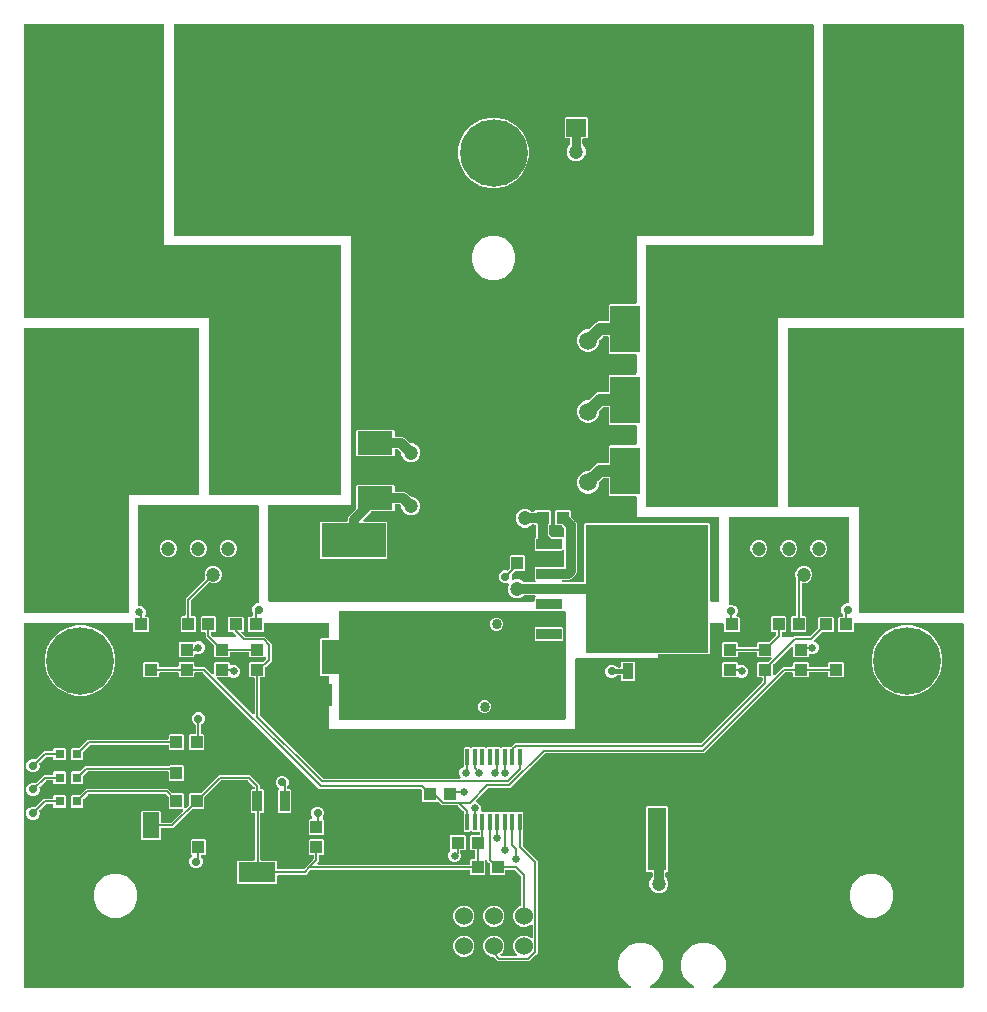
<source format=gbr>
G04 EAGLE Gerber RS-274X export*
G75*
%MOMM*%
%FSLAX34Y34*%
%LPD*%
%INTop Copper*%
%IPPOS*%
%AMOC8*
5,1,8,0,0,1.08239X$1,22.5*%
G01*
%ADD10R,0.355600X1.460500*%
%ADD11R,1.100000X1.000000*%
%ADD12R,0.850800X1.761200*%
%ADD13R,3.150800X1.761200*%
%ADD14R,1.000000X1.100000*%
%ADD15C,1.200000*%
%ADD16C,6.000000*%
%ADD17C,5.716000*%
%ADD18R,5.400000X2.900000*%
%ADD19R,2.160000X0.910000*%
%ADD20R,10.410000X10.800000*%
%ADD21C,0.854800*%
%ADD22R,2.500000X4.000000*%
%ADD23R,0.800000X0.800000*%
%ADD24R,3.000000X2.000000*%
%ADD25C,2.552700*%
%ADD26C,3.657600*%
%ADD27R,1.168400X1.930400*%
%ADD28R,0.900000X1.400000*%
%ADD29R,2.200000X1.400000*%
%ADD30R,1.400000X0.900000*%
%ADD31R,1.400000X2.200000*%
%ADD32R,1.676400X1.524000*%
%ADD33C,1.530000*%
%ADD34R,1.650000X5.330000*%
%ADD35C,0.704800*%
%ADD36C,0.200000*%
%ADD37C,0.812800*%
%ADD38C,1.500000*%
%ADD39C,1.000000*%
%ADD40C,0.800000*%
%ADD41C,0.654800*%
%ADD42C,0.152400*%
%ADD43C,0.400000*%

G36*
X515579Y2013D02*
X515579Y2013D01*
X515666Y2016D01*
X515718Y2033D01*
X515773Y2041D01*
X515852Y2076D01*
X515934Y2103D01*
X515980Y2134D01*
X516030Y2157D01*
X516096Y2213D01*
X516167Y2262D01*
X516202Y2304D01*
X516244Y2340D01*
X516291Y2413D01*
X516347Y2480D01*
X516368Y2530D01*
X516398Y2576D01*
X516424Y2659D01*
X516458Y2739D01*
X516465Y2793D01*
X516481Y2846D01*
X516482Y2933D01*
X516493Y3019D01*
X516484Y3073D01*
X516484Y3128D01*
X516461Y3212D01*
X516447Y3297D01*
X516424Y3347D01*
X516409Y3400D01*
X516364Y3474D01*
X516326Y3552D01*
X516290Y3593D01*
X516261Y3640D01*
X516197Y3698D01*
X516139Y3763D01*
X516096Y3789D01*
X516052Y3829D01*
X515949Y3878D01*
X515876Y3923D01*
X513537Y4892D01*
X508192Y10237D01*
X505299Y17220D01*
X505299Y24779D01*
X508192Y31763D01*
X513537Y37108D01*
X520521Y40001D01*
X528079Y40001D01*
X535063Y37108D01*
X540408Y31763D01*
X543301Y24779D01*
X543301Y17220D01*
X540408Y10237D01*
X535063Y4892D01*
X532724Y3923D01*
X532649Y3879D01*
X532570Y3843D01*
X532529Y3808D01*
X532481Y3780D01*
X532422Y3716D01*
X532356Y3660D01*
X532326Y3614D01*
X532289Y3574D01*
X532249Y3497D01*
X532202Y3424D01*
X532186Y3371D01*
X532161Y3322D01*
X532145Y3237D01*
X532119Y3154D01*
X532119Y3099D01*
X532108Y3045D01*
X532117Y2959D01*
X532116Y2872D01*
X532130Y2819D01*
X532135Y2765D01*
X532168Y2684D01*
X532191Y2600D01*
X532220Y2553D01*
X532240Y2503D01*
X532293Y2434D01*
X532339Y2360D01*
X532380Y2324D01*
X532413Y2280D01*
X532484Y2229D01*
X532548Y2171D01*
X532598Y2147D01*
X532642Y2115D01*
X532724Y2086D01*
X532802Y2048D01*
X532852Y2040D01*
X532908Y2021D01*
X533021Y2014D01*
X533107Y2001D01*
X568893Y2001D01*
X568979Y2013D01*
X569066Y2016D01*
X569118Y2033D01*
X569173Y2041D01*
X569252Y2076D01*
X569334Y2103D01*
X569380Y2134D01*
X569430Y2157D01*
X569496Y2213D01*
X569567Y2262D01*
X569602Y2304D01*
X569644Y2340D01*
X569691Y2413D01*
X569747Y2480D01*
X569768Y2530D01*
X569798Y2576D01*
X569824Y2659D01*
X569858Y2739D01*
X569865Y2793D01*
X569881Y2846D01*
X569882Y2933D01*
X569893Y3019D01*
X569884Y3073D01*
X569884Y3128D01*
X569861Y3212D01*
X569847Y3297D01*
X569824Y3347D01*
X569809Y3400D01*
X569764Y3474D01*
X569726Y3552D01*
X569690Y3593D01*
X569661Y3640D01*
X569597Y3698D01*
X569539Y3763D01*
X569496Y3789D01*
X569452Y3829D01*
X569349Y3878D01*
X569276Y3923D01*
X566937Y4892D01*
X561592Y10237D01*
X558699Y17220D01*
X558699Y24779D01*
X561592Y31763D01*
X566937Y37108D01*
X573921Y40001D01*
X581479Y40001D01*
X588463Y37108D01*
X593808Y31763D01*
X596701Y24779D01*
X596701Y17220D01*
X593808Y10237D01*
X588463Y4892D01*
X586124Y3923D01*
X586049Y3879D01*
X585970Y3843D01*
X585929Y3808D01*
X585881Y3780D01*
X585822Y3716D01*
X585756Y3660D01*
X585726Y3614D01*
X585689Y3574D01*
X585649Y3497D01*
X585602Y3424D01*
X585586Y3371D01*
X585561Y3322D01*
X585545Y3237D01*
X585519Y3154D01*
X585519Y3099D01*
X585508Y3045D01*
X585517Y2959D01*
X585516Y2872D01*
X585530Y2819D01*
X585535Y2765D01*
X585568Y2684D01*
X585591Y2600D01*
X585620Y2553D01*
X585640Y2503D01*
X585693Y2434D01*
X585739Y2360D01*
X585780Y2324D01*
X585813Y2280D01*
X585884Y2229D01*
X585948Y2171D01*
X585998Y2147D01*
X586042Y2115D01*
X586124Y2086D01*
X586202Y2048D01*
X586252Y2040D01*
X586308Y2021D01*
X586421Y2014D01*
X586507Y2001D01*
X797000Y2001D01*
X797064Y2010D01*
X797128Y2009D01*
X797203Y2030D01*
X797279Y2041D01*
X797338Y2067D01*
X797400Y2084D01*
X797466Y2125D01*
X797536Y2157D01*
X797585Y2199D01*
X797640Y2232D01*
X797692Y2290D01*
X797750Y2340D01*
X797786Y2394D01*
X797829Y2442D01*
X797862Y2511D01*
X797905Y2576D01*
X797924Y2638D01*
X797952Y2695D01*
X797963Y2765D01*
X797987Y2846D01*
X797988Y2931D01*
X797999Y3000D01*
X797999Y310000D01*
X797990Y310064D01*
X797991Y310128D01*
X797970Y310203D01*
X797959Y310279D01*
X797933Y310338D01*
X797916Y310400D01*
X797875Y310466D01*
X797843Y310536D01*
X797801Y310585D01*
X797768Y310640D01*
X797710Y310692D01*
X797660Y310750D01*
X797606Y310786D01*
X797558Y310829D01*
X797489Y310862D01*
X797424Y310905D01*
X797362Y310924D01*
X797305Y310952D01*
X797235Y310963D01*
X797154Y310987D01*
X797069Y310988D01*
X797000Y310999D01*
X706270Y310999D01*
X706206Y310990D01*
X706142Y310991D01*
X706067Y310970D01*
X705991Y310959D01*
X705932Y310933D01*
X705870Y310916D01*
X705804Y310875D01*
X705734Y310843D01*
X705685Y310801D01*
X705630Y310768D01*
X705578Y310710D01*
X705520Y310660D01*
X705484Y310606D01*
X705441Y310558D01*
X705408Y310489D01*
X705365Y310424D01*
X705346Y310362D01*
X705318Y310305D01*
X705307Y310235D01*
X705283Y310154D01*
X705282Y310069D01*
X705271Y310000D01*
X705271Y304474D01*
X704526Y303729D01*
X692474Y303729D01*
X691729Y304474D01*
X691729Y315526D01*
X692474Y316271D01*
X695230Y316271D01*
X695294Y316280D01*
X695358Y316279D01*
X695433Y316300D01*
X695509Y316311D01*
X695568Y316337D01*
X695630Y316354D01*
X695696Y316395D01*
X695766Y316427D01*
X695815Y316469D01*
X695870Y316502D01*
X695922Y316560D01*
X695980Y316610D01*
X696016Y316664D01*
X696059Y316712D01*
X696092Y316781D01*
X696135Y316846D01*
X696154Y316908D01*
X696182Y316965D01*
X696193Y317035D01*
X696217Y317116D01*
X696218Y317201D01*
X696229Y317270D01*
X696229Y317498D01*
X696216Y317593D01*
X696211Y317690D01*
X696196Y317733D01*
X696189Y317778D01*
X696150Y317865D01*
X696118Y317956D01*
X696093Y317990D01*
X696073Y318035D01*
X695990Y318132D01*
X695937Y318205D01*
X695289Y318852D01*
X694443Y320895D01*
X694443Y323105D01*
X695289Y325148D01*
X696852Y326711D01*
X698895Y327557D01*
X700000Y327557D01*
X700064Y327566D01*
X700128Y327565D01*
X700203Y327586D01*
X700279Y327597D01*
X700338Y327623D01*
X700400Y327640D01*
X700466Y327681D01*
X700536Y327713D01*
X700585Y327755D01*
X700640Y327788D01*
X700692Y327846D01*
X700750Y327896D01*
X700786Y327950D01*
X700829Y327998D01*
X700862Y328067D01*
X700905Y328132D01*
X700924Y328194D01*
X700952Y328251D01*
X700963Y328321D01*
X700987Y328402D01*
X700988Y328487D01*
X700999Y328556D01*
X700999Y400000D01*
X700990Y400064D01*
X700991Y400128D01*
X700970Y400203D01*
X700959Y400279D01*
X700933Y400338D01*
X700916Y400400D01*
X700875Y400466D01*
X700843Y400536D01*
X700802Y400585D01*
X700768Y400640D01*
X700710Y400692D01*
X700660Y400750D01*
X700606Y400786D01*
X700558Y400829D01*
X700489Y400862D01*
X700424Y400905D01*
X700362Y400924D01*
X700305Y400952D01*
X700235Y400963D01*
X700154Y400987D01*
X700069Y400988D01*
X700000Y400999D01*
X600000Y400999D01*
X599936Y400990D01*
X599872Y400991D01*
X599797Y400970D01*
X599721Y400959D01*
X599662Y400933D01*
X599600Y400916D01*
X599534Y400875D01*
X599464Y400843D01*
X599415Y400801D01*
X599360Y400768D01*
X599308Y400710D01*
X599250Y400660D01*
X599214Y400606D01*
X599171Y400558D01*
X599138Y400489D01*
X599095Y400424D01*
X599076Y400362D01*
X599048Y400305D01*
X599037Y400235D01*
X599013Y400154D01*
X599012Y400069D01*
X599001Y400000D01*
X599001Y327556D01*
X599010Y327492D01*
X599009Y327428D01*
X599030Y327353D01*
X599041Y327277D01*
X599067Y327218D01*
X599084Y327156D01*
X599125Y327090D01*
X599157Y327020D01*
X599199Y326971D01*
X599232Y326916D01*
X599290Y326864D01*
X599340Y326806D01*
X599394Y326770D01*
X599442Y326727D01*
X599511Y326694D01*
X599576Y326651D01*
X599638Y326632D01*
X599695Y326604D01*
X599765Y326593D01*
X599846Y326569D01*
X599931Y326568D01*
X600000Y326557D01*
X602105Y326557D01*
X604148Y325711D01*
X605711Y324148D01*
X606557Y322105D01*
X606557Y319895D01*
X605673Y317761D01*
X605666Y317752D01*
X605655Y317721D01*
X605637Y317694D01*
X605605Y317590D01*
X605566Y317488D01*
X605564Y317455D01*
X605554Y317424D01*
X605553Y317315D01*
X605544Y317207D01*
X605551Y317175D01*
X605550Y317142D01*
X605579Y317037D01*
X605602Y316931D01*
X605617Y316902D01*
X605626Y316870D01*
X605683Y316778D01*
X605734Y316682D01*
X605757Y316658D01*
X605774Y316630D01*
X605855Y316557D01*
X605930Y316479D01*
X605959Y316463D01*
X605983Y316441D01*
X606081Y316394D01*
X606176Y316340D01*
X606208Y316333D01*
X606237Y316318D01*
X606326Y316304D01*
X606450Y316275D01*
X606499Y316277D01*
X606542Y316271D01*
X607526Y316271D01*
X608271Y315526D01*
X608271Y304474D01*
X607526Y303729D01*
X595474Y303729D01*
X594729Y304474D01*
X594729Y310000D01*
X594720Y310064D01*
X594721Y310128D01*
X594700Y310203D01*
X594689Y310279D01*
X594663Y310338D01*
X594646Y310400D01*
X594605Y310466D01*
X594573Y310536D01*
X594531Y310585D01*
X594498Y310640D01*
X594440Y310692D01*
X594390Y310750D01*
X594336Y310786D01*
X594288Y310829D01*
X594219Y310862D01*
X594154Y310905D01*
X594092Y310924D01*
X594035Y310952D01*
X593965Y310963D01*
X593884Y310987D01*
X593799Y310988D01*
X593730Y310999D01*
X584320Y310999D01*
X584256Y310990D01*
X584192Y310991D01*
X584117Y310970D01*
X584041Y310959D01*
X583982Y310933D01*
X583920Y310916D01*
X583854Y310875D01*
X583784Y310843D01*
X583735Y310801D01*
X583680Y310768D01*
X583628Y310710D01*
X583570Y310660D01*
X583534Y310606D01*
X583491Y310558D01*
X583458Y310489D01*
X583415Y310424D01*
X583396Y310362D01*
X583368Y310305D01*
X583357Y310235D01*
X583333Y310154D01*
X583332Y310069D01*
X583321Y310000D01*
X583321Y285474D01*
X582576Y284729D01*
X540000Y284729D01*
X539936Y284720D01*
X539872Y284721D01*
X539797Y284700D01*
X539721Y284689D01*
X539662Y284663D01*
X539600Y284646D01*
X539534Y284605D01*
X539464Y284573D01*
X539415Y284531D01*
X539360Y284498D01*
X539308Y284440D01*
X539250Y284390D01*
X539214Y284336D01*
X539171Y284288D01*
X539138Y284219D01*
X539095Y284154D01*
X539076Y284092D01*
X539048Y284035D01*
X539037Y283965D01*
X539013Y283884D01*
X539012Y283799D01*
X539001Y283730D01*
X539001Y280999D01*
X470000Y280999D01*
X469936Y280990D01*
X469872Y280991D01*
X469797Y280970D01*
X469721Y280959D01*
X469662Y280933D01*
X469600Y280916D01*
X469534Y280875D01*
X469464Y280843D01*
X469415Y280801D01*
X469360Y280768D01*
X469308Y280710D01*
X469250Y280660D01*
X469214Y280606D01*
X469171Y280558D01*
X469138Y280489D01*
X469095Y280424D01*
X469076Y280362D01*
X469048Y280305D01*
X469037Y280235D01*
X469013Y280154D01*
X469012Y280069D01*
X469001Y280000D01*
X469001Y220999D01*
X260999Y220999D01*
X260999Y265330D01*
X260990Y265394D01*
X260991Y265458D01*
X260970Y265533D01*
X260959Y265609D01*
X260933Y265668D01*
X260916Y265730D01*
X260875Y265796D01*
X260843Y265866D01*
X260801Y265915D01*
X260768Y265970D01*
X260710Y266022D01*
X260660Y266080D01*
X260606Y266116D01*
X260558Y266159D01*
X260489Y266192D01*
X260424Y266235D01*
X260362Y266254D01*
X260305Y266282D01*
X260235Y266293D01*
X260154Y266317D01*
X260069Y266318D01*
X260000Y266329D01*
X254174Y266329D01*
X253429Y267074D01*
X253429Y297126D01*
X254174Y297871D01*
X260000Y297871D01*
X260064Y297880D01*
X260128Y297879D01*
X260203Y297900D01*
X260279Y297911D01*
X260338Y297937D01*
X260400Y297954D01*
X260466Y297995D01*
X260536Y298027D01*
X260585Y298069D01*
X260640Y298102D01*
X260692Y298160D01*
X260750Y298210D01*
X260786Y298264D01*
X260829Y298312D01*
X260862Y298381D01*
X260905Y298446D01*
X260924Y298508D01*
X260952Y298565D01*
X260963Y298635D01*
X260987Y298716D01*
X260988Y298801D01*
X260999Y298870D01*
X260999Y310000D01*
X260990Y310064D01*
X260991Y310128D01*
X260970Y310203D01*
X260959Y310279D01*
X260933Y310338D01*
X260916Y310400D01*
X260875Y310466D01*
X260843Y310536D01*
X260801Y310585D01*
X260768Y310640D01*
X260710Y310692D01*
X260660Y310750D01*
X260606Y310786D01*
X260558Y310829D01*
X260489Y310862D01*
X260424Y310905D01*
X260362Y310924D01*
X260305Y310952D01*
X260235Y310963D01*
X260154Y310987D01*
X260069Y310988D01*
X260000Y310999D01*
X206270Y310999D01*
X206206Y310990D01*
X206142Y310991D01*
X206067Y310970D01*
X205991Y310959D01*
X205932Y310933D01*
X205870Y310916D01*
X205804Y310875D01*
X205734Y310843D01*
X205685Y310801D01*
X205630Y310768D01*
X205578Y310710D01*
X205520Y310660D01*
X205484Y310606D01*
X205441Y310558D01*
X205408Y310489D01*
X205365Y310424D01*
X205346Y310362D01*
X205318Y310305D01*
X205307Y310235D01*
X205283Y310154D01*
X205282Y310069D01*
X205271Y310000D01*
X205271Y304474D01*
X204526Y303729D01*
X192474Y303729D01*
X191729Y304474D01*
X191729Y315526D01*
X192474Y316271D01*
X195230Y316271D01*
X195294Y316280D01*
X195358Y316279D01*
X195433Y316300D01*
X195509Y316311D01*
X195568Y316337D01*
X195630Y316354D01*
X195696Y316395D01*
X195766Y316427D01*
X195815Y316469D01*
X195870Y316502D01*
X195922Y316560D01*
X195980Y316610D01*
X196016Y316664D01*
X196059Y316712D01*
X196092Y316781D01*
X196135Y316846D01*
X196154Y316908D01*
X196182Y316965D01*
X196193Y317035D01*
X196217Y317116D01*
X196218Y317201D01*
X196229Y317270D01*
X196229Y318798D01*
X196223Y318840D01*
X196226Y318881D01*
X196206Y318965D01*
X196189Y319078D01*
X196165Y319131D01*
X196153Y319181D01*
X195443Y320895D01*
X195443Y323105D01*
X196289Y325148D01*
X197852Y326711D01*
X199895Y327557D01*
X200000Y327557D01*
X200064Y327566D01*
X200128Y327565D01*
X200203Y327586D01*
X200279Y327597D01*
X200338Y327623D01*
X200400Y327640D01*
X200466Y327681D01*
X200536Y327713D01*
X200585Y327755D01*
X200640Y327788D01*
X200692Y327846D01*
X200750Y327896D01*
X200786Y327950D01*
X200829Y327998D01*
X200862Y328067D01*
X200905Y328132D01*
X200924Y328194D01*
X200952Y328251D01*
X200963Y328321D01*
X200987Y328402D01*
X200988Y328487D01*
X200999Y328556D01*
X200999Y410000D01*
X200990Y410064D01*
X200991Y410128D01*
X200970Y410203D01*
X200959Y410279D01*
X200933Y410338D01*
X200916Y410400D01*
X200875Y410466D01*
X200843Y410536D01*
X200801Y410585D01*
X200768Y410640D01*
X200710Y410692D01*
X200660Y410750D01*
X200606Y410786D01*
X200558Y410829D01*
X200489Y410862D01*
X200424Y410905D01*
X200362Y410924D01*
X200305Y410952D01*
X200235Y410963D01*
X200154Y410987D01*
X200069Y410988D01*
X200000Y410999D01*
X100000Y410999D01*
X99936Y410990D01*
X99872Y410991D01*
X99797Y410970D01*
X99721Y410959D01*
X99662Y410933D01*
X99600Y410916D01*
X99534Y410875D01*
X99464Y410843D01*
X99415Y410801D01*
X99360Y410768D01*
X99308Y410710D01*
X99250Y410660D01*
X99214Y410606D01*
X99171Y410558D01*
X99138Y410489D01*
X99095Y410424D01*
X99076Y410362D01*
X99048Y410305D01*
X99037Y410235D01*
X99013Y410154D01*
X99012Y410069D01*
X99001Y410000D01*
X99001Y326306D01*
X99010Y326242D01*
X99009Y326178D01*
X99030Y326103D01*
X99041Y326027D01*
X99067Y325968D01*
X99084Y325906D01*
X99125Y325840D01*
X99157Y325770D01*
X99199Y325721D01*
X99232Y325666D01*
X99290Y325614D01*
X99340Y325556D01*
X99394Y325520D01*
X99442Y325477D01*
X99511Y325444D01*
X99576Y325401D01*
X99638Y325382D01*
X99695Y325354D01*
X99765Y325343D01*
X99846Y325319D01*
X99931Y325318D01*
X100000Y325307D01*
X101056Y325307D01*
X103006Y324499D01*
X104499Y323006D01*
X105307Y321056D01*
X105307Y318944D01*
X104772Y317652D01*
X104742Y317538D01*
X104707Y317424D01*
X104707Y317401D01*
X104701Y317379D01*
X104705Y317261D01*
X104704Y317142D01*
X104710Y317120D01*
X104711Y317097D01*
X104747Y316985D01*
X104779Y316870D01*
X104791Y316851D01*
X104798Y316829D01*
X104865Y316731D01*
X104927Y316630D01*
X104944Y316615D01*
X104957Y316596D01*
X105048Y316521D01*
X105136Y316441D01*
X105157Y316431D01*
X105175Y316417D01*
X105284Y316370D01*
X105390Y316318D01*
X105411Y316315D01*
X105434Y316305D01*
X105618Y316283D01*
X105695Y316271D01*
X107526Y316271D01*
X108271Y315526D01*
X108271Y304474D01*
X107526Y303729D01*
X95474Y303729D01*
X94729Y304474D01*
X94729Y310000D01*
X94720Y310064D01*
X94721Y310128D01*
X94700Y310203D01*
X94689Y310279D01*
X94663Y310338D01*
X94646Y310400D01*
X94605Y310466D01*
X94573Y310536D01*
X94531Y310585D01*
X94498Y310640D01*
X94440Y310692D01*
X94390Y310750D01*
X94336Y310786D01*
X94288Y310829D01*
X94219Y310862D01*
X94154Y310905D01*
X94092Y310924D01*
X94035Y310952D01*
X93965Y310963D01*
X93884Y310987D01*
X93799Y310988D01*
X93730Y310999D01*
X3000Y310999D01*
X2936Y310990D01*
X2872Y310991D01*
X2797Y310970D01*
X2721Y310959D01*
X2662Y310933D01*
X2600Y310916D01*
X2534Y310875D01*
X2464Y310843D01*
X2415Y310801D01*
X2360Y310768D01*
X2308Y310710D01*
X2250Y310660D01*
X2214Y310606D01*
X2171Y310558D01*
X2138Y310489D01*
X2095Y310424D01*
X2076Y310362D01*
X2048Y310305D01*
X2037Y310235D01*
X2013Y310154D01*
X2012Y310069D01*
X2001Y310000D01*
X2001Y3000D01*
X2010Y2936D01*
X2009Y2872D01*
X2030Y2797D01*
X2041Y2721D01*
X2067Y2662D01*
X2084Y2600D01*
X2125Y2534D01*
X2157Y2464D01*
X2199Y2415D01*
X2232Y2360D01*
X2290Y2308D01*
X2340Y2250D01*
X2394Y2214D01*
X2442Y2171D01*
X2511Y2138D01*
X2576Y2095D01*
X2638Y2076D01*
X2695Y2048D01*
X2765Y2037D01*
X2846Y2013D01*
X2931Y2012D01*
X3000Y2001D01*
X515493Y2001D01*
X515579Y2013D01*
G37*
G36*
X433794Y329010D02*
X433794Y329010D01*
X433858Y329009D01*
X433933Y329030D01*
X434009Y329041D01*
X434068Y329067D01*
X434130Y329084D01*
X434196Y329125D01*
X434266Y329157D01*
X434315Y329199D01*
X434370Y329232D01*
X434422Y329290D01*
X434480Y329340D01*
X434516Y329394D01*
X434559Y329442D01*
X434592Y329511D01*
X434635Y329576D01*
X434654Y329638D01*
X434682Y329695D01*
X434693Y329765D01*
X434717Y329846D01*
X434718Y329931D01*
X434729Y330000D01*
X434729Y332376D01*
X435296Y332943D01*
X435335Y332995D01*
X435382Y333040D01*
X435419Y333107D01*
X435466Y333169D01*
X435489Y333230D01*
X435520Y333286D01*
X435538Y333361D01*
X435565Y333433D01*
X435570Y333497D01*
X435585Y333560D01*
X435581Y333637D01*
X435587Y333714D01*
X435574Y333777D01*
X435570Y333842D01*
X435545Y333915D01*
X435529Y333990D01*
X435499Y334047D01*
X435478Y334108D01*
X435436Y334165D01*
X435397Y334239D01*
X435358Y334280D01*
X435341Y334306D01*
X435318Y334327D01*
X435296Y334357D01*
X435280Y334373D01*
X435230Y334410D01*
X435200Y334441D01*
X435177Y334455D01*
X435132Y334495D01*
X435091Y334515D01*
X435054Y334542D01*
X434964Y334576D01*
X434878Y334618D01*
X434836Y334624D01*
X434790Y334642D01*
X434663Y334651D01*
X434574Y334665D01*
X426439Y334665D01*
X426344Y334652D01*
X426248Y334647D01*
X426205Y334632D01*
X426160Y334625D01*
X426072Y334586D01*
X425982Y334554D01*
X425947Y334529D01*
X425903Y334509D01*
X425806Y334426D01*
X425733Y334373D01*
X424550Y333190D01*
X421598Y331967D01*
X418402Y331967D01*
X415450Y333190D01*
X413190Y335450D01*
X411967Y338402D01*
X411967Y341598D01*
X412645Y343235D01*
X412653Y343266D01*
X412668Y343295D01*
X412688Y343402D01*
X412715Y343508D01*
X412714Y343540D01*
X412720Y343572D01*
X412710Y343681D01*
X412706Y343790D01*
X412696Y343820D01*
X412693Y343853D01*
X412653Y343954D01*
X412619Y344058D01*
X412601Y344085D01*
X412589Y344115D01*
X412522Y344201D01*
X412460Y344291D01*
X412435Y344312D01*
X412415Y344337D01*
X412327Y344401D01*
X412242Y344470D01*
X412213Y344483D01*
X412187Y344502D01*
X412084Y344539D01*
X411983Y344582D01*
X411951Y344586D01*
X411921Y344596D01*
X411812Y344603D01*
X411703Y344616D01*
X411672Y344611D01*
X411639Y344613D01*
X411551Y344592D01*
X411425Y344571D01*
X411381Y344550D01*
X411340Y344540D01*
X411105Y344443D01*
X408895Y344443D01*
X406852Y345289D01*
X405289Y346852D01*
X404443Y348895D01*
X404443Y351105D01*
X405289Y353148D01*
X406852Y354711D01*
X408895Y355557D01*
X411105Y355557D01*
X411365Y355449D01*
X411374Y355447D01*
X411383Y355442D01*
X411511Y355412D01*
X411638Y355379D01*
X411648Y355379D01*
X411657Y355377D01*
X411790Y355384D01*
X411920Y355388D01*
X411929Y355391D01*
X411939Y355391D01*
X412064Y355435D01*
X412188Y355475D01*
X412196Y355481D01*
X412205Y355484D01*
X412268Y355529D01*
X412421Y355634D01*
X412437Y355653D01*
X412454Y355666D01*
X413437Y356648D01*
X413494Y356725D01*
X413559Y356796D01*
X413579Y356837D01*
X413606Y356873D01*
X413640Y356963D01*
X413682Y357050D01*
X413688Y357092D01*
X413705Y357137D01*
X413715Y357265D01*
X413729Y357354D01*
X413729Y367526D01*
X414474Y368271D01*
X425526Y368271D01*
X426271Y367526D01*
X426271Y355474D01*
X425526Y354729D01*
X418354Y354729D01*
X418260Y354716D01*
X418163Y354711D01*
X418120Y354696D01*
X418075Y354689D01*
X417988Y354650D01*
X417897Y354618D01*
X417862Y354593D01*
X417818Y354573D01*
X417721Y354490D01*
X417648Y354437D01*
X415666Y352454D01*
X415660Y352447D01*
X415652Y352441D01*
X415576Y352334D01*
X415496Y352229D01*
X415493Y352220D01*
X415487Y352212D01*
X415443Y352088D01*
X415397Y351965D01*
X415396Y351955D01*
X415393Y351946D01*
X415385Y351814D01*
X415375Y351684D01*
X415377Y351674D01*
X415376Y351665D01*
X415395Y351589D01*
X415433Y351408D01*
X415444Y351386D01*
X415449Y351365D01*
X415557Y351105D01*
X415557Y348895D01*
X415460Y348660D01*
X415452Y348629D01*
X415437Y348600D01*
X415417Y348493D01*
X415390Y348387D01*
X415391Y348355D01*
X415385Y348323D01*
X415395Y348214D01*
X415399Y348105D01*
X415409Y348075D01*
X415412Y348042D01*
X415452Y347941D01*
X415486Y347837D01*
X415504Y347810D01*
X415516Y347780D01*
X415583Y347694D01*
X415645Y347604D01*
X415670Y347583D01*
X415690Y347558D01*
X415778Y347494D01*
X415863Y347425D01*
X415892Y347412D01*
X415918Y347393D01*
X416021Y347357D01*
X416122Y347313D01*
X416154Y347309D01*
X416184Y347299D01*
X416293Y347292D01*
X416402Y347279D01*
X416433Y347284D01*
X416466Y347282D01*
X416554Y347303D01*
X416680Y347324D01*
X416724Y347345D01*
X416765Y347355D01*
X418402Y348033D01*
X421598Y348033D01*
X424550Y346810D01*
X425733Y345627D01*
X425809Y345570D01*
X425881Y345505D01*
X425922Y345485D01*
X425958Y345458D01*
X426048Y345424D01*
X426135Y345382D01*
X426177Y345376D01*
X426222Y345359D01*
X426350Y345349D01*
X426439Y345335D01*
X434574Y345335D01*
X434669Y345348D01*
X434765Y345353D01*
X434808Y345368D01*
X434853Y345375D01*
X434940Y345414D01*
X435031Y345446D01*
X435066Y345471D01*
X435110Y345491D01*
X435158Y345532D01*
X435179Y345543D01*
X435222Y345585D01*
X435280Y345627D01*
X435296Y345643D01*
X435311Y345663D01*
X435324Y345674D01*
X435343Y345702D01*
X435381Y345740D01*
X435419Y345807D01*
X435466Y345869D01*
X435488Y345929D01*
X435520Y345985D01*
X435538Y346060D01*
X435565Y346133D01*
X435570Y346197D01*
X435585Y346260D01*
X435581Y346337D01*
X435587Y346414D01*
X435574Y346477D01*
X435571Y346541D01*
X435545Y346614D01*
X435529Y346690D01*
X435499Y346747D01*
X435478Y346808D01*
X435437Y346864D01*
X435397Y346939D01*
X435338Y347000D01*
X435296Y347057D01*
X434729Y347624D01*
X434729Y357776D01*
X435474Y358521D01*
X458126Y358521D01*
X458159Y358488D01*
X458185Y358468D01*
X458206Y358444D01*
X458298Y358384D01*
X458385Y358318D01*
X458415Y358307D01*
X458442Y358289D01*
X458547Y358257D01*
X458649Y358219D01*
X458681Y358216D01*
X458712Y358207D01*
X458821Y358205D01*
X458930Y358197D01*
X458962Y358204D01*
X458994Y358203D01*
X459099Y358232D01*
X459206Y358255D01*
X459235Y358270D01*
X459266Y358278D01*
X459359Y358336D01*
X459455Y358387D01*
X459478Y358410D01*
X459506Y358427D01*
X459579Y358508D01*
X459657Y358584D01*
X459673Y358612D01*
X459695Y358636D01*
X459742Y358734D01*
X459796Y358829D01*
X459804Y358861D01*
X459818Y358890D01*
X459832Y358979D01*
X459861Y359104D01*
X459859Y359152D01*
X459865Y359194D01*
X459865Y371606D01*
X459861Y371638D01*
X459863Y371670D01*
X459841Y371777D01*
X459825Y371885D01*
X459812Y371914D01*
X459806Y371946D01*
X459754Y372043D01*
X459709Y372142D01*
X459688Y372166D01*
X459673Y372195D01*
X459597Y372273D01*
X459526Y372356D01*
X459499Y372374D01*
X459476Y372397D01*
X459381Y372451D01*
X459290Y372511D01*
X459259Y372520D01*
X459231Y372536D01*
X459125Y372561D01*
X459020Y372593D01*
X458988Y372594D01*
X458956Y372601D01*
X458847Y372595D01*
X458738Y372597D01*
X458707Y372588D01*
X458675Y372587D01*
X458572Y372551D01*
X458466Y372522D01*
X458439Y372505D01*
X458408Y372494D01*
X458335Y372441D01*
X458226Y372373D01*
X458194Y372337D01*
X458159Y372312D01*
X458126Y372279D01*
X435474Y372279D01*
X434729Y373024D01*
X434729Y383176D01*
X435554Y384001D01*
X435566Y384004D01*
X435632Y384045D01*
X435702Y384077D01*
X435751Y384119D01*
X435806Y384152D01*
X435858Y384210D01*
X435916Y384260D01*
X435952Y384314D01*
X435995Y384362D01*
X436028Y384431D01*
X436071Y384496D01*
X436090Y384558D01*
X436118Y384615D01*
X436129Y384685D01*
X436153Y384766D01*
X436154Y384851D01*
X436165Y384920D01*
X436165Y392730D01*
X436156Y392794D01*
X436157Y392858D01*
X436136Y392933D01*
X436125Y393009D01*
X436099Y393068D01*
X436082Y393130D01*
X436041Y393196D01*
X436009Y393266D01*
X435967Y393315D01*
X435934Y393370D01*
X435876Y393422D01*
X435826Y393480D01*
X435772Y393516D01*
X435724Y393559D01*
X435655Y393592D01*
X435590Y393635D01*
X435558Y393645D01*
X435130Y394073D01*
X435054Y394130D01*
X434982Y394195D01*
X434941Y394215D01*
X434905Y394242D01*
X434815Y394276D01*
X434728Y394318D01*
X434686Y394324D01*
X434641Y394341D01*
X434513Y394351D01*
X434424Y394365D01*
X433039Y394365D01*
X432944Y394352D01*
X432848Y394347D01*
X432805Y394332D01*
X432760Y394325D01*
X432672Y394286D01*
X432582Y394254D01*
X432547Y394229D01*
X432503Y394209D01*
X432406Y394126D01*
X432333Y394073D01*
X431150Y392890D01*
X428198Y391667D01*
X425002Y391667D01*
X422050Y392890D01*
X419790Y395150D01*
X418567Y398102D01*
X418567Y401298D01*
X419790Y404250D01*
X422050Y406510D01*
X425002Y407733D01*
X428198Y407733D01*
X431150Y406510D01*
X432333Y405327D01*
X432409Y405270D01*
X432481Y405205D01*
X432522Y405185D01*
X432558Y405158D01*
X432648Y405124D01*
X432735Y405082D01*
X432777Y405076D01*
X432822Y405059D01*
X432950Y405049D01*
X433039Y405035D01*
X433824Y405035D01*
X433919Y405048D01*
X434015Y405053D01*
X434058Y405068D01*
X434103Y405075D01*
X434190Y405114D01*
X434281Y405146D01*
X434316Y405171D01*
X434360Y405191D01*
X434457Y405274D01*
X434530Y405327D01*
X435474Y406271D01*
X447526Y406271D01*
X448271Y405526D01*
X448271Y394474D01*
X447446Y393649D01*
X447434Y393646D01*
X447368Y393605D01*
X447298Y393573D01*
X447249Y393531D01*
X447194Y393498D01*
X447142Y393440D01*
X447084Y393390D01*
X447048Y393336D01*
X447005Y393288D01*
X446972Y393219D01*
X446929Y393154D01*
X446910Y393092D01*
X446882Y393035D01*
X446871Y392965D01*
X446847Y392884D01*
X446846Y392799D01*
X446835Y392730D01*
X446835Y386024D01*
X446848Y385929D01*
X446853Y385833D01*
X446868Y385789D01*
X446875Y385744D01*
X446914Y385657D01*
X446946Y385566D01*
X446971Y385532D01*
X446991Y385487D01*
X447074Y385390D01*
X447127Y385317D01*
X448231Y384213D01*
X448308Y384156D01*
X448379Y384091D01*
X448420Y384071D01*
X448457Y384044D01*
X448547Y384010D01*
X448633Y383968D01*
X448675Y383962D01*
X448720Y383945D01*
X448848Y383935D01*
X448938Y383921D01*
X458126Y383921D01*
X458159Y383888D01*
X458185Y383868D01*
X458206Y383844D01*
X458298Y383784D01*
X458385Y383718D01*
X458415Y383707D01*
X458442Y383689D01*
X458547Y383657D01*
X458649Y383619D01*
X458681Y383616D01*
X458712Y383607D01*
X458821Y383605D01*
X458930Y383597D01*
X458962Y383604D01*
X458994Y383603D01*
X459099Y383632D01*
X459206Y383655D01*
X459235Y383670D01*
X459266Y383678D01*
X459359Y383736D01*
X459455Y383787D01*
X459478Y383810D01*
X459506Y383827D01*
X459579Y383908D01*
X459657Y383984D01*
X459673Y384012D01*
X459695Y384036D01*
X459742Y384134D01*
X459796Y384229D01*
X459804Y384261D01*
X459818Y384290D01*
X459832Y384379D01*
X459861Y384504D01*
X459859Y384552D01*
X459865Y384594D01*
X459865Y390976D01*
X459856Y391038D01*
X459857Y391082D01*
X459850Y391108D01*
X459847Y391167D01*
X459832Y391211D01*
X459825Y391256D01*
X459786Y391343D01*
X459754Y391434D01*
X459729Y391468D01*
X459709Y391513D01*
X459626Y391610D01*
X459573Y391683D01*
X457819Y393437D01*
X457742Y393494D01*
X457671Y393559D01*
X457630Y393579D01*
X457593Y393606D01*
X457504Y393640D01*
X457417Y393682D01*
X457375Y393688D01*
X457330Y393705D01*
X457202Y393715D01*
X457112Y393729D01*
X452474Y393729D01*
X451729Y394474D01*
X451729Y405526D01*
X452474Y406271D01*
X464526Y406271D01*
X465271Y405526D01*
X465271Y401488D01*
X465284Y401392D01*
X465289Y401296D01*
X465304Y401253D01*
X465311Y401208D01*
X465350Y401121D01*
X465382Y401030D01*
X465407Y400996D01*
X465427Y400951D01*
X465510Y400854D01*
X465563Y400781D01*
X468081Y398263D01*
X469723Y396622D01*
X470535Y394661D01*
X470535Y354139D01*
X469723Y352178D01*
X465722Y348177D01*
X463761Y347365D01*
X459026Y347365D01*
X458932Y347352D01*
X458836Y347347D01*
X458793Y347332D01*
X458747Y347325D01*
X458660Y347286D01*
X458570Y347255D01*
X458535Y347229D01*
X458490Y347209D01*
X458443Y347169D01*
X458421Y347157D01*
X458378Y347115D01*
X458320Y347073D01*
X458304Y347057D01*
X458290Y347038D01*
X458276Y347026D01*
X458257Y346998D01*
X458219Y346960D01*
X458181Y346893D01*
X458135Y346832D01*
X458112Y346771D01*
X458080Y346715D01*
X458062Y346640D01*
X458035Y346568D01*
X458030Y346504D01*
X458015Y346441D01*
X458019Y346363D01*
X458013Y346287D01*
X458026Y346224D01*
X458029Y346159D01*
X458055Y346086D01*
X458070Y346011D01*
X458101Y345954D01*
X458122Y345892D01*
X458163Y345836D01*
X458203Y345762D01*
X458242Y345721D01*
X458259Y345694D01*
X458282Y345673D01*
X458304Y345643D01*
X458320Y345627D01*
X458369Y345590D01*
X458399Y345559D01*
X458423Y345546D01*
X458468Y345505D01*
X458509Y345485D01*
X458545Y345458D01*
X458635Y345424D01*
X458722Y345382D01*
X458764Y345376D01*
X458809Y345359D01*
X458937Y345349D01*
X459026Y345335D01*
X475680Y345335D01*
X475744Y345344D01*
X475808Y345343D01*
X475883Y345364D01*
X475959Y345375D01*
X476018Y345401D01*
X476080Y345418D01*
X476146Y345459D01*
X476216Y345491D01*
X476265Y345533D01*
X476320Y345566D01*
X476372Y345624D01*
X476430Y345674D01*
X476466Y345728D01*
X476509Y345776D01*
X476542Y345845D01*
X476585Y345910D01*
X476604Y345972D01*
X476632Y346029D01*
X476643Y346099D01*
X476667Y346180D01*
X476668Y346265D01*
X476679Y346334D01*
X476679Y394526D01*
X477424Y395271D01*
X582576Y395271D01*
X583321Y394526D01*
X583321Y330000D01*
X583330Y329936D01*
X583329Y329872D01*
X583350Y329797D01*
X583361Y329721D01*
X583387Y329662D01*
X583404Y329600D01*
X583445Y329534D01*
X583477Y329464D01*
X583519Y329415D01*
X583552Y329360D01*
X583610Y329308D01*
X583660Y329250D01*
X583714Y329214D01*
X583762Y329171D01*
X583831Y329138D01*
X583896Y329095D01*
X583958Y329076D01*
X584015Y329048D01*
X584085Y329037D01*
X584166Y329013D01*
X584251Y329012D01*
X584320Y329001D01*
X590000Y329001D01*
X590064Y329010D01*
X590128Y329009D01*
X590203Y329030D01*
X590279Y329041D01*
X590338Y329067D01*
X590400Y329084D01*
X590466Y329125D01*
X590536Y329157D01*
X590585Y329199D01*
X590640Y329232D01*
X590692Y329290D01*
X590750Y329340D01*
X590786Y329394D01*
X590829Y329442D01*
X590862Y329511D01*
X590905Y329576D01*
X590924Y329638D01*
X590952Y329695D01*
X590963Y329765D01*
X590987Y329846D01*
X590988Y329931D01*
X590999Y330000D01*
X590999Y400000D01*
X590991Y400059D01*
X590991Y400075D01*
X590990Y400078D01*
X590991Y400128D01*
X590970Y400203D01*
X590959Y400279D01*
X590933Y400338D01*
X590916Y400400D01*
X590875Y400466D01*
X590843Y400536D01*
X590801Y400585D01*
X590768Y400640D01*
X590710Y400692D01*
X590660Y400750D01*
X590606Y400786D01*
X590558Y400829D01*
X590489Y400862D01*
X590424Y400905D01*
X590362Y400924D01*
X590305Y400952D01*
X590235Y400963D01*
X590154Y400987D01*
X590069Y400988D01*
X590000Y400999D01*
X520999Y400999D01*
X520999Y417730D01*
X520990Y417794D01*
X520991Y417858D01*
X520970Y417933D01*
X520959Y418009D01*
X520933Y418068D01*
X520916Y418130D01*
X520875Y418196D01*
X520843Y418266D01*
X520801Y418315D01*
X520768Y418370D01*
X520710Y418422D01*
X520660Y418480D01*
X520606Y418516D01*
X520558Y418559D01*
X520489Y418592D01*
X520424Y418635D01*
X520362Y418654D01*
X520305Y418682D01*
X520235Y418693D01*
X520154Y418717D01*
X520069Y418718D01*
X520000Y418729D01*
X498474Y418729D01*
X497729Y419474D01*
X497729Y432730D01*
X497720Y432794D01*
X497721Y432858D01*
X497700Y432933D01*
X497689Y433009D01*
X497663Y433068D01*
X497646Y433130D01*
X497605Y433196D01*
X497573Y433266D01*
X497531Y433315D01*
X497498Y433370D01*
X497440Y433422D01*
X497390Y433480D01*
X497336Y433516D01*
X497288Y433559D01*
X497219Y433592D01*
X497154Y433635D01*
X497092Y433654D01*
X497035Y433682D01*
X496965Y433693D01*
X496884Y433717D01*
X496799Y433718D01*
X496730Y433729D01*
X493011Y433729D01*
X492916Y433716D01*
X492820Y433711D01*
X492777Y433696D01*
X492732Y433689D01*
X492645Y433650D01*
X492554Y433618D01*
X492519Y433593D01*
X492475Y433573D01*
X492378Y433490D01*
X492305Y433437D01*
X489825Y430957D01*
X489768Y430880D01*
X489703Y430809D01*
X489683Y430768D01*
X489656Y430732D01*
X489622Y430642D01*
X489580Y430555D01*
X489574Y430513D01*
X489557Y430468D01*
X489547Y430340D01*
X489533Y430251D01*
X489533Y428104D01*
X488081Y424600D01*
X485400Y421919D01*
X481896Y420467D01*
X478104Y420467D01*
X474600Y421919D01*
X471919Y424600D01*
X470467Y428104D01*
X470467Y431896D01*
X471919Y435400D01*
X474600Y438081D01*
X478104Y439533D01*
X480251Y439533D01*
X480346Y439546D01*
X480442Y439551D01*
X480485Y439566D01*
X480530Y439573D01*
X480617Y439612D01*
X480708Y439644D01*
X480743Y439669D01*
X480787Y439689D01*
X480884Y439772D01*
X480957Y439825D01*
X486448Y445316D01*
X488753Y446271D01*
X496730Y446271D01*
X496794Y446280D01*
X496858Y446279D01*
X496933Y446300D01*
X497009Y446311D01*
X497068Y446337D01*
X497130Y446354D01*
X497196Y446395D01*
X497266Y446427D01*
X497315Y446469D01*
X497370Y446502D01*
X497422Y446560D01*
X497480Y446610D01*
X497516Y446664D01*
X497559Y446712D01*
X497592Y446781D01*
X497635Y446846D01*
X497654Y446908D01*
X497682Y446965D01*
X497693Y447035D01*
X497717Y447116D01*
X497718Y447201D01*
X497729Y447270D01*
X497729Y460526D01*
X498474Y461271D01*
X520000Y461271D01*
X520064Y461280D01*
X520128Y461279D01*
X520203Y461300D01*
X520279Y461311D01*
X520338Y461337D01*
X520400Y461354D01*
X520466Y461395D01*
X520536Y461427D01*
X520585Y461469D01*
X520640Y461502D01*
X520692Y461560D01*
X520750Y461610D01*
X520786Y461664D01*
X520829Y461712D01*
X520862Y461781D01*
X520905Y461846D01*
X520924Y461908D01*
X520952Y461965D01*
X520963Y462035D01*
X520987Y462116D01*
X520988Y462201D01*
X520999Y462270D01*
X520999Y477730D01*
X520990Y477794D01*
X520991Y477858D01*
X520970Y477933D01*
X520959Y478009D01*
X520933Y478068D01*
X520916Y478130D01*
X520875Y478196D01*
X520843Y478266D01*
X520801Y478315D01*
X520768Y478370D01*
X520710Y478422D01*
X520660Y478480D01*
X520606Y478516D01*
X520558Y478559D01*
X520489Y478592D01*
X520424Y478635D01*
X520362Y478654D01*
X520305Y478682D01*
X520235Y478693D01*
X520154Y478717D01*
X520069Y478718D01*
X520000Y478729D01*
X498474Y478729D01*
X497729Y479474D01*
X497729Y492730D01*
X497720Y492794D01*
X497721Y492858D01*
X497700Y492933D01*
X497689Y493009D01*
X497663Y493068D01*
X497646Y493130D01*
X497605Y493196D01*
X497573Y493266D01*
X497531Y493315D01*
X497498Y493370D01*
X497440Y493422D01*
X497390Y493480D01*
X497336Y493516D01*
X497288Y493559D01*
X497219Y493592D01*
X497154Y493635D01*
X497092Y493654D01*
X497035Y493682D01*
X496965Y493693D01*
X496884Y493717D01*
X496799Y493718D01*
X496730Y493729D01*
X493011Y493729D01*
X492916Y493716D01*
X492820Y493711D01*
X492777Y493696D01*
X492732Y493689D01*
X492645Y493650D01*
X492554Y493618D01*
X492519Y493593D01*
X492475Y493573D01*
X492378Y493490D01*
X492305Y493437D01*
X489825Y490957D01*
X489768Y490880D01*
X489703Y490809D01*
X489683Y490768D01*
X489656Y490732D01*
X489622Y490642D01*
X489580Y490555D01*
X489574Y490513D01*
X489557Y490468D01*
X489547Y490340D01*
X489533Y490251D01*
X489533Y488104D01*
X488081Y484600D01*
X485400Y481919D01*
X481896Y480467D01*
X478104Y480467D01*
X474600Y481919D01*
X471919Y484600D01*
X470467Y488104D01*
X470467Y491896D01*
X471919Y495400D01*
X474600Y498081D01*
X478104Y499533D01*
X480251Y499533D01*
X480346Y499546D01*
X480442Y499551D01*
X480485Y499566D01*
X480530Y499573D01*
X480617Y499612D01*
X480708Y499644D01*
X480743Y499669D01*
X480787Y499689D01*
X480884Y499772D01*
X480957Y499825D01*
X486448Y505316D01*
X488753Y506271D01*
X496730Y506271D01*
X496794Y506280D01*
X496858Y506279D01*
X496933Y506300D01*
X497009Y506311D01*
X497068Y506337D01*
X497130Y506354D01*
X497196Y506395D01*
X497266Y506427D01*
X497315Y506469D01*
X497370Y506502D01*
X497422Y506560D01*
X497480Y506610D01*
X497516Y506664D01*
X497559Y506712D01*
X497592Y506781D01*
X497635Y506846D01*
X497654Y506908D01*
X497682Y506965D01*
X497693Y507035D01*
X497717Y507116D01*
X497718Y507201D01*
X497729Y507270D01*
X497729Y520526D01*
X498474Y521271D01*
X520000Y521271D01*
X520064Y521280D01*
X520128Y521279D01*
X520203Y521300D01*
X520279Y521311D01*
X520338Y521337D01*
X520400Y521354D01*
X520466Y521395D01*
X520536Y521427D01*
X520585Y521469D01*
X520640Y521502D01*
X520692Y521560D01*
X520750Y521610D01*
X520786Y521664D01*
X520829Y521712D01*
X520862Y521781D01*
X520905Y521846D01*
X520924Y521908D01*
X520952Y521965D01*
X520963Y522035D01*
X520987Y522116D01*
X520988Y522201D01*
X520999Y522270D01*
X520999Y537730D01*
X520990Y537794D01*
X520991Y537858D01*
X520970Y537933D01*
X520959Y538009D01*
X520933Y538068D01*
X520916Y538130D01*
X520875Y538196D01*
X520843Y538266D01*
X520801Y538315D01*
X520768Y538370D01*
X520710Y538422D01*
X520660Y538480D01*
X520606Y538516D01*
X520558Y538559D01*
X520489Y538592D01*
X520424Y538635D01*
X520362Y538654D01*
X520305Y538682D01*
X520235Y538693D01*
X520154Y538717D01*
X520069Y538718D01*
X520000Y538729D01*
X498474Y538729D01*
X497729Y539474D01*
X497729Y552730D01*
X497720Y552794D01*
X497721Y552858D01*
X497700Y552933D01*
X497689Y553009D01*
X497663Y553068D01*
X497646Y553130D01*
X497605Y553196D01*
X497573Y553266D01*
X497531Y553315D01*
X497498Y553370D01*
X497440Y553422D01*
X497390Y553480D01*
X497336Y553516D01*
X497288Y553559D01*
X497219Y553592D01*
X497154Y553635D01*
X497092Y553654D01*
X497035Y553682D01*
X496965Y553693D01*
X496884Y553717D01*
X496799Y553718D01*
X496730Y553729D01*
X493011Y553729D01*
X492916Y553716D01*
X492820Y553711D01*
X492777Y553696D01*
X492732Y553689D01*
X492645Y553650D01*
X492554Y553618D01*
X492519Y553593D01*
X492475Y553573D01*
X492378Y553490D01*
X492305Y553437D01*
X489825Y550957D01*
X489768Y550880D01*
X489703Y550809D01*
X489683Y550768D01*
X489656Y550732D01*
X489622Y550642D01*
X489580Y550555D01*
X489574Y550513D01*
X489557Y550468D01*
X489547Y550340D01*
X489533Y550251D01*
X489533Y548104D01*
X488081Y544600D01*
X485400Y541919D01*
X481896Y540467D01*
X478104Y540467D01*
X474600Y541919D01*
X471919Y544600D01*
X470467Y548104D01*
X470467Y551896D01*
X471919Y555400D01*
X474600Y558081D01*
X478104Y559533D01*
X480251Y559533D01*
X480346Y559546D01*
X480442Y559551D01*
X480485Y559566D01*
X480530Y559573D01*
X480617Y559612D01*
X480708Y559644D01*
X480743Y559669D01*
X480787Y559689D01*
X480884Y559772D01*
X480957Y559825D01*
X486448Y565316D01*
X488753Y566271D01*
X496730Y566271D01*
X496794Y566280D01*
X496858Y566279D01*
X496933Y566300D01*
X497009Y566311D01*
X497068Y566337D01*
X497130Y566354D01*
X497196Y566395D01*
X497266Y566427D01*
X497315Y566469D01*
X497370Y566502D01*
X497422Y566560D01*
X497480Y566610D01*
X497516Y566664D01*
X497559Y566712D01*
X497592Y566781D01*
X497635Y566846D01*
X497654Y566908D01*
X497682Y566965D01*
X497693Y567035D01*
X497717Y567116D01*
X497718Y567201D01*
X497729Y567270D01*
X497729Y580526D01*
X498474Y581271D01*
X520000Y581271D01*
X520064Y581280D01*
X520128Y581279D01*
X520203Y581300D01*
X520279Y581311D01*
X520338Y581337D01*
X520400Y581354D01*
X520466Y581395D01*
X520536Y581427D01*
X520585Y581469D01*
X520640Y581502D01*
X520692Y581560D01*
X520750Y581610D01*
X520786Y581664D01*
X520829Y581712D01*
X520862Y581781D01*
X520905Y581846D01*
X520924Y581908D01*
X520952Y581965D01*
X520963Y582035D01*
X520987Y582116D01*
X520988Y582201D01*
X520999Y582270D01*
X520999Y639001D01*
X670000Y639001D01*
X670064Y639010D01*
X670128Y639009D01*
X670203Y639030D01*
X670279Y639041D01*
X670338Y639067D01*
X670400Y639084D01*
X670466Y639125D01*
X670536Y639157D01*
X670585Y639199D01*
X670640Y639232D01*
X670692Y639290D01*
X670750Y639340D01*
X670786Y639394D01*
X670829Y639442D01*
X670862Y639511D01*
X670905Y639576D01*
X670924Y639638D01*
X670952Y639695D01*
X670963Y639765D01*
X670987Y639846D01*
X670988Y639931D01*
X670999Y640000D01*
X670999Y817000D01*
X670990Y817064D01*
X670991Y817128D01*
X670970Y817203D01*
X670959Y817279D01*
X670933Y817338D01*
X670916Y817400D01*
X670875Y817466D01*
X670843Y817536D01*
X670801Y817585D01*
X670768Y817640D01*
X670710Y817692D01*
X670660Y817750D01*
X670606Y817786D01*
X670558Y817829D01*
X670489Y817862D01*
X670424Y817905D01*
X670362Y817924D01*
X670305Y817952D01*
X670235Y817963D01*
X670154Y817987D01*
X670069Y817988D01*
X670000Y817999D01*
X130000Y817999D01*
X129936Y817990D01*
X129872Y817991D01*
X129797Y817970D01*
X129721Y817959D01*
X129662Y817933D01*
X129600Y817916D01*
X129534Y817875D01*
X129464Y817843D01*
X129415Y817801D01*
X129360Y817768D01*
X129308Y817710D01*
X129250Y817660D01*
X129214Y817606D01*
X129171Y817558D01*
X129138Y817489D01*
X129095Y817424D01*
X129076Y817362D01*
X129048Y817305D01*
X129037Y817235D01*
X129013Y817154D01*
X129012Y817069D01*
X129001Y817000D01*
X129001Y640000D01*
X129010Y639936D01*
X129009Y639872D01*
X129030Y639797D01*
X129041Y639721D01*
X129067Y639662D01*
X129084Y639600D01*
X129125Y639534D01*
X129157Y639464D01*
X129199Y639415D01*
X129232Y639360D01*
X129290Y639308D01*
X129340Y639250D01*
X129394Y639214D01*
X129442Y639171D01*
X129511Y639138D01*
X129576Y639095D01*
X129638Y639076D01*
X129695Y639048D01*
X129765Y639037D01*
X129846Y639013D01*
X129931Y639012D01*
X130000Y639001D01*
X279001Y639001D01*
X279001Y410999D01*
X210000Y410999D01*
X209936Y410990D01*
X209872Y410991D01*
X209797Y410970D01*
X209721Y410959D01*
X209662Y410933D01*
X209600Y410916D01*
X209534Y410875D01*
X209464Y410843D01*
X209415Y410801D01*
X209360Y410768D01*
X209308Y410710D01*
X209250Y410660D01*
X209214Y410606D01*
X209171Y410558D01*
X209138Y410489D01*
X209095Y410424D01*
X209076Y410362D01*
X209048Y410305D01*
X209037Y410235D01*
X209013Y410154D01*
X209012Y410069D01*
X209001Y410000D01*
X209001Y330000D01*
X209010Y329936D01*
X209009Y329872D01*
X209030Y329797D01*
X209041Y329721D01*
X209067Y329662D01*
X209084Y329600D01*
X209125Y329534D01*
X209157Y329464D01*
X209199Y329415D01*
X209232Y329360D01*
X209290Y329308D01*
X209340Y329250D01*
X209394Y329214D01*
X209442Y329171D01*
X209511Y329138D01*
X209576Y329095D01*
X209638Y329076D01*
X209695Y329048D01*
X209765Y329037D01*
X209846Y329013D01*
X209931Y329012D01*
X210000Y329001D01*
X433730Y329001D01*
X433794Y329010D01*
G37*
G36*
X640064Y409010D02*
X640064Y409010D01*
X640128Y409009D01*
X640203Y409030D01*
X640279Y409041D01*
X640338Y409067D01*
X640400Y409084D01*
X640466Y409125D01*
X640536Y409157D01*
X640585Y409199D01*
X640640Y409232D01*
X640692Y409290D01*
X640750Y409340D01*
X640786Y409394D01*
X640829Y409442D01*
X640862Y409511D01*
X640905Y409576D01*
X640924Y409638D01*
X640952Y409695D01*
X640963Y409765D01*
X640987Y409846D01*
X640988Y409931D01*
X640999Y410000D01*
X640999Y569001D01*
X797000Y569001D01*
X797064Y569010D01*
X797128Y569009D01*
X797203Y569030D01*
X797279Y569041D01*
X797338Y569067D01*
X797400Y569084D01*
X797466Y569125D01*
X797536Y569157D01*
X797585Y569199D01*
X797640Y569232D01*
X797692Y569290D01*
X797750Y569340D01*
X797786Y569394D01*
X797829Y569442D01*
X797862Y569511D01*
X797905Y569576D01*
X797924Y569638D01*
X797952Y569695D01*
X797963Y569765D01*
X797987Y569846D01*
X797988Y569931D01*
X797999Y570000D01*
X797999Y817000D01*
X797990Y817064D01*
X797991Y817128D01*
X797970Y817203D01*
X797959Y817279D01*
X797933Y817338D01*
X797916Y817400D01*
X797875Y817466D01*
X797843Y817536D01*
X797801Y817585D01*
X797768Y817640D01*
X797710Y817692D01*
X797660Y817750D01*
X797606Y817786D01*
X797558Y817829D01*
X797489Y817862D01*
X797424Y817905D01*
X797362Y817924D01*
X797305Y817952D01*
X797235Y817963D01*
X797154Y817987D01*
X797069Y817988D01*
X797000Y817999D01*
X680000Y817999D01*
X679936Y817990D01*
X679872Y817991D01*
X679797Y817970D01*
X679721Y817959D01*
X679662Y817933D01*
X679600Y817916D01*
X679534Y817875D01*
X679464Y817843D01*
X679415Y817801D01*
X679360Y817768D01*
X679308Y817710D01*
X679250Y817660D01*
X679214Y817606D01*
X679171Y817558D01*
X679138Y817489D01*
X679095Y817424D01*
X679076Y817362D01*
X679048Y817305D01*
X679037Y817235D01*
X679013Y817154D01*
X679012Y817069D01*
X679001Y817000D01*
X679001Y630999D01*
X530000Y630999D01*
X529936Y630990D01*
X529872Y630991D01*
X529797Y630970D01*
X529721Y630959D01*
X529662Y630933D01*
X529600Y630916D01*
X529534Y630875D01*
X529464Y630843D01*
X529415Y630801D01*
X529360Y630768D01*
X529308Y630710D01*
X529250Y630660D01*
X529214Y630606D01*
X529171Y630558D01*
X529138Y630489D01*
X529095Y630424D01*
X529076Y630362D01*
X529048Y630305D01*
X529037Y630235D01*
X529013Y630154D01*
X529012Y630069D01*
X529001Y630000D01*
X529001Y410000D01*
X529010Y409936D01*
X529009Y409872D01*
X529030Y409797D01*
X529041Y409721D01*
X529067Y409662D01*
X529084Y409600D01*
X529125Y409534D01*
X529157Y409464D01*
X529199Y409415D01*
X529232Y409360D01*
X529290Y409308D01*
X529340Y409250D01*
X529394Y409214D01*
X529442Y409171D01*
X529511Y409138D01*
X529576Y409095D01*
X529638Y409076D01*
X529695Y409048D01*
X529765Y409037D01*
X529846Y409013D01*
X529931Y409012D01*
X530000Y409001D01*
X640000Y409001D01*
X640064Y409010D01*
G37*
G36*
X270064Y419010D02*
X270064Y419010D01*
X270128Y419009D01*
X270203Y419030D01*
X270279Y419041D01*
X270338Y419067D01*
X270400Y419084D01*
X270466Y419125D01*
X270536Y419157D01*
X270585Y419199D01*
X270640Y419232D01*
X270692Y419290D01*
X270750Y419340D01*
X270786Y419394D01*
X270829Y419442D01*
X270862Y419511D01*
X270905Y419576D01*
X270924Y419638D01*
X270952Y419695D01*
X270963Y419765D01*
X270987Y419846D01*
X270988Y419931D01*
X270999Y420000D01*
X270999Y630000D01*
X270990Y630064D01*
X270991Y630128D01*
X270970Y630203D01*
X270959Y630279D01*
X270933Y630338D01*
X270916Y630400D01*
X270875Y630466D01*
X270843Y630536D01*
X270801Y630585D01*
X270768Y630640D01*
X270710Y630692D01*
X270660Y630750D01*
X270606Y630786D01*
X270558Y630829D01*
X270489Y630862D01*
X270424Y630905D01*
X270362Y630924D01*
X270305Y630952D01*
X270235Y630963D01*
X270154Y630987D01*
X270069Y630988D01*
X270000Y630999D01*
X120999Y630999D01*
X120999Y817000D01*
X120990Y817064D01*
X120991Y817128D01*
X120970Y817203D01*
X120959Y817279D01*
X120933Y817338D01*
X120916Y817400D01*
X120875Y817466D01*
X120843Y817536D01*
X120801Y817585D01*
X120768Y817640D01*
X120710Y817692D01*
X120660Y817750D01*
X120606Y817786D01*
X120558Y817829D01*
X120489Y817862D01*
X120424Y817905D01*
X120362Y817924D01*
X120305Y817952D01*
X120235Y817963D01*
X120154Y817987D01*
X120069Y817988D01*
X120000Y817999D01*
X3000Y817999D01*
X2936Y817990D01*
X2872Y817991D01*
X2797Y817970D01*
X2721Y817959D01*
X2662Y817933D01*
X2600Y817916D01*
X2534Y817875D01*
X2464Y817843D01*
X2415Y817801D01*
X2360Y817768D01*
X2308Y817710D01*
X2250Y817660D01*
X2214Y817606D01*
X2171Y817558D01*
X2138Y817489D01*
X2095Y817424D01*
X2076Y817362D01*
X2048Y817305D01*
X2037Y817235D01*
X2013Y817154D01*
X2012Y817069D01*
X2001Y817000D01*
X2001Y570000D01*
X2010Y569936D01*
X2009Y569872D01*
X2030Y569797D01*
X2041Y569721D01*
X2067Y569662D01*
X2084Y569600D01*
X2125Y569534D01*
X2157Y569464D01*
X2199Y569415D01*
X2232Y569360D01*
X2290Y569308D01*
X2340Y569250D01*
X2394Y569214D01*
X2442Y569171D01*
X2511Y569138D01*
X2576Y569095D01*
X2638Y569076D01*
X2695Y569048D01*
X2765Y569037D01*
X2846Y569013D01*
X2931Y569012D01*
X3000Y569001D01*
X159001Y569001D01*
X159001Y420000D01*
X159010Y419936D01*
X159009Y419872D01*
X159030Y419797D01*
X159041Y419721D01*
X159067Y419662D01*
X159084Y419600D01*
X159125Y419534D01*
X159157Y419464D01*
X159199Y419415D01*
X159232Y419360D01*
X159290Y419308D01*
X159340Y419250D01*
X159394Y419214D01*
X159442Y419171D01*
X159511Y419138D01*
X159576Y419095D01*
X159638Y419076D01*
X159695Y419048D01*
X159765Y419037D01*
X159846Y419013D01*
X159931Y419012D01*
X160000Y419001D01*
X270000Y419001D01*
X270064Y419010D01*
G37*
G36*
X797064Y319010D02*
X797064Y319010D01*
X797128Y319009D01*
X797203Y319030D01*
X797279Y319041D01*
X797338Y319067D01*
X797400Y319084D01*
X797466Y319125D01*
X797536Y319157D01*
X797585Y319199D01*
X797640Y319232D01*
X797692Y319290D01*
X797750Y319340D01*
X797786Y319394D01*
X797829Y319442D01*
X797862Y319511D01*
X797905Y319576D01*
X797924Y319638D01*
X797952Y319695D01*
X797963Y319765D01*
X797987Y319846D01*
X797988Y319931D01*
X797999Y320000D01*
X797999Y560000D01*
X797990Y560064D01*
X797991Y560128D01*
X797970Y560203D01*
X797959Y560279D01*
X797933Y560338D01*
X797916Y560400D01*
X797875Y560466D01*
X797843Y560536D01*
X797801Y560585D01*
X797768Y560640D01*
X797710Y560692D01*
X797660Y560750D01*
X797606Y560786D01*
X797558Y560829D01*
X797489Y560862D01*
X797424Y560905D01*
X797362Y560924D01*
X797305Y560952D01*
X797235Y560963D01*
X797154Y560987D01*
X797069Y560988D01*
X797000Y560999D01*
X650000Y560999D01*
X649936Y560990D01*
X649872Y560991D01*
X649797Y560970D01*
X649721Y560959D01*
X649662Y560933D01*
X649600Y560916D01*
X649534Y560875D01*
X649464Y560843D01*
X649415Y560801D01*
X649360Y560768D01*
X649308Y560710D01*
X649250Y560660D01*
X649214Y560606D01*
X649171Y560558D01*
X649138Y560489D01*
X649095Y560424D01*
X649076Y560362D01*
X649048Y560305D01*
X649037Y560235D01*
X649013Y560154D01*
X649012Y560069D01*
X649001Y560000D01*
X649001Y410000D01*
X649010Y409936D01*
X649009Y409872D01*
X649030Y409797D01*
X649041Y409721D01*
X649067Y409662D01*
X649084Y409600D01*
X649125Y409534D01*
X649157Y409464D01*
X649199Y409415D01*
X649232Y409360D01*
X649290Y409308D01*
X649340Y409250D01*
X649394Y409214D01*
X649442Y409171D01*
X649511Y409138D01*
X649576Y409095D01*
X649638Y409076D01*
X649695Y409048D01*
X649765Y409037D01*
X649846Y409013D01*
X649931Y409012D01*
X650000Y409001D01*
X709001Y409001D01*
X709001Y320000D01*
X709010Y319936D01*
X709009Y319872D01*
X709030Y319797D01*
X709041Y319721D01*
X709067Y319662D01*
X709084Y319600D01*
X709125Y319534D01*
X709157Y319464D01*
X709199Y319415D01*
X709232Y319360D01*
X709290Y319308D01*
X709340Y319250D01*
X709394Y319214D01*
X709442Y319171D01*
X709511Y319138D01*
X709576Y319095D01*
X709638Y319076D01*
X709695Y319048D01*
X709765Y319037D01*
X709846Y319013D01*
X709931Y319012D01*
X710000Y319001D01*
X797000Y319001D01*
X797064Y319010D01*
G37*
G36*
X90064Y319010D02*
X90064Y319010D01*
X90128Y319009D01*
X90203Y319030D01*
X90279Y319041D01*
X90338Y319067D01*
X90400Y319084D01*
X90466Y319125D01*
X90536Y319157D01*
X90585Y319199D01*
X90640Y319232D01*
X90692Y319290D01*
X90750Y319340D01*
X90786Y319394D01*
X90829Y319442D01*
X90862Y319511D01*
X90905Y319576D01*
X90924Y319638D01*
X90952Y319695D01*
X90963Y319765D01*
X90987Y319846D01*
X90988Y319931D01*
X90999Y320000D01*
X90999Y419001D01*
X150000Y419001D01*
X150064Y419010D01*
X150128Y419009D01*
X150203Y419030D01*
X150279Y419041D01*
X150338Y419067D01*
X150400Y419084D01*
X150466Y419125D01*
X150536Y419157D01*
X150585Y419199D01*
X150640Y419232D01*
X150692Y419290D01*
X150750Y419340D01*
X150786Y419394D01*
X150829Y419442D01*
X150862Y419511D01*
X150905Y419576D01*
X150924Y419638D01*
X150952Y419695D01*
X150963Y419765D01*
X150987Y419846D01*
X150988Y419931D01*
X150999Y420000D01*
X150999Y560000D01*
X150990Y560064D01*
X150991Y560128D01*
X150970Y560203D01*
X150959Y560279D01*
X150933Y560338D01*
X150916Y560400D01*
X150875Y560466D01*
X150843Y560536D01*
X150801Y560585D01*
X150768Y560640D01*
X150710Y560692D01*
X150660Y560750D01*
X150606Y560786D01*
X150558Y560829D01*
X150489Y560862D01*
X150424Y560905D01*
X150362Y560924D01*
X150305Y560952D01*
X150235Y560963D01*
X150154Y560987D01*
X150069Y560988D01*
X150000Y560999D01*
X3000Y560999D01*
X2936Y560990D01*
X2872Y560991D01*
X2797Y560970D01*
X2721Y560959D01*
X2662Y560933D01*
X2600Y560916D01*
X2534Y560875D01*
X2464Y560843D01*
X2415Y560801D01*
X2360Y560768D01*
X2308Y560710D01*
X2250Y560660D01*
X2214Y560606D01*
X2171Y560558D01*
X2138Y560489D01*
X2095Y560424D01*
X2076Y560362D01*
X2048Y560305D01*
X2037Y560235D01*
X2013Y560154D01*
X2012Y560069D01*
X2001Y560000D01*
X2001Y320000D01*
X2010Y319936D01*
X2009Y319872D01*
X2030Y319797D01*
X2041Y319721D01*
X2067Y319662D01*
X2084Y319600D01*
X2125Y319534D01*
X2157Y319464D01*
X2199Y319415D01*
X2232Y319360D01*
X2290Y319308D01*
X2340Y319250D01*
X2394Y319214D01*
X2442Y319171D01*
X2511Y319138D01*
X2576Y319095D01*
X2638Y319076D01*
X2695Y319048D01*
X2765Y319037D01*
X2846Y319013D01*
X2931Y319012D01*
X3000Y319001D01*
X90000Y319001D01*
X90064Y319010D01*
G37*
%LPC*%
G36*
X403579Y24509D02*
X403579Y24509D01*
X401957Y26132D01*
X400002Y28087D01*
X399925Y28144D01*
X399854Y28209D01*
X399813Y28229D01*
X399777Y28256D01*
X399687Y28290D01*
X399600Y28332D01*
X399558Y28338D01*
X399513Y28355D01*
X399385Y28365D01*
X399296Y28379D01*
X398226Y28379D01*
X394947Y29737D01*
X392437Y32247D01*
X391079Y35526D01*
X391079Y39074D01*
X392437Y42353D01*
X394947Y44863D01*
X398226Y46221D01*
X401774Y46221D01*
X405053Y44863D01*
X407563Y42353D01*
X408921Y39074D01*
X408921Y35526D01*
X407563Y32247D01*
X406072Y30757D01*
X406053Y30731D01*
X406029Y30710D01*
X405968Y30618D01*
X405903Y30531D01*
X405892Y30501D01*
X405874Y30474D01*
X405842Y30369D01*
X405804Y30267D01*
X405801Y30235D01*
X405792Y30204D01*
X405790Y30095D01*
X405782Y29986D01*
X405788Y29954D01*
X405788Y29922D01*
X405817Y29817D01*
X405839Y29710D01*
X405855Y29681D01*
X405863Y29650D01*
X405920Y29557D01*
X405972Y29461D01*
X405994Y29438D01*
X406011Y29410D01*
X406092Y29337D01*
X406169Y29259D01*
X406197Y29243D01*
X406221Y29221D01*
X406319Y29174D01*
X406414Y29120D01*
X406445Y29112D01*
X406474Y29098D01*
X406564Y29084D01*
X406688Y29055D01*
X406737Y29057D01*
X406779Y29051D01*
X418621Y29051D01*
X418653Y29055D01*
X418685Y29053D01*
X418792Y29075D01*
X418900Y29091D01*
X418930Y29104D01*
X418961Y29110D01*
X419057Y29162D01*
X419157Y29207D01*
X419182Y29228D01*
X419210Y29243D01*
X419288Y29319D01*
X419371Y29390D01*
X419389Y29417D01*
X419412Y29440D01*
X419466Y29535D01*
X419526Y29626D01*
X419535Y29657D01*
X419551Y29685D01*
X419576Y29791D01*
X419608Y29896D01*
X419609Y29928D01*
X419616Y29959D01*
X419611Y30069D01*
X419612Y30178D01*
X419603Y30209D01*
X419602Y30241D01*
X419566Y30344D01*
X419537Y30450D01*
X419520Y30477D01*
X419509Y30508D01*
X419456Y30581D01*
X419389Y30690D01*
X419353Y30722D01*
X419328Y30757D01*
X417837Y32247D01*
X416479Y35526D01*
X416479Y39074D01*
X417837Y42353D01*
X420347Y44863D01*
X423626Y46221D01*
X427174Y46221D01*
X430453Y44863D01*
X431343Y43972D01*
X431369Y43953D01*
X431390Y43929D01*
X431482Y43869D01*
X431569Y43803D01*
X431599Y43792D01*
X431626Y43774D01*
X431731Y43742D01*
X431833Y43704D01*
X431865Y43701D01*
X431896Y43692D01*
X432005Y43690D01*
X432114Y43682D01*
X432146Y43688D01*
X432178Y43688D01*
X432283Y43717D01*
X432390Y43739D01*
X432419Y43755D01*
X432450Y43763D01*
X432543Y43820D01*
X432639Y43872D01*
X432662Y43894D01*
X432690Y43911D01*
X432763Y43992D01*
X432841Y44069D01*
X432857Y44097D01*
X432879Y44121D01*
X432926Y44219D01*
X432980Y44314D01*
X432988Y44345D01*
X433002Y44374D01*
X433016Y44464D01*
X433045Y44588D01*
X433043Y44637D01*
X433049Y44679D01*
X433049Y55321D01*
X433045Y55353D01*
X433047Y55385D01*
X433025Y55492D01*
X433009Y55600D01*
X432996Y55630D01*
X432990Y55661D01*
X432938Y55758D01*
X432893Y55857D01*
X432872Y55882D01*
X432857Y55910D01*
X432781Y55989D01*
X432710Y56071D01*
X432683Y56089D01*
X432660Y56112D01*
X432565Y56166D01*
X432474Y56226D01*
X432443Y56235D01*
X432415Y56251D01*
X432309Y56276D01*
X432204Y56308D01*
X432172Y56309D01*
X432141Y56316D01*
X432031Y56311D01*
X431922Y56312D01*
X431891Y56303D01*
X431859Y56302D01*
X431756Y56266D01*
X431650Y56237D01*
X431623Y56220D01*
X431592Y56209D01*
X431519Y56156D01*
X431410Y56089D01*
X431378Y56053D01*
X431343Y56028D01*
X430453Y55137D01*
X427174Y53779D01*
X423626Y53779D01*
X420347Y55137D01*
X417837Y57647D01*
X416479Y60926D01*
X416479Y64474D01*
X417837Y67753D01*
X420347Y70263D01*
X422512Y71160D01*
X422521Y71164D01*
X422530Y71167D01*
X422642Y71236D01*
X422755Y71303D01*
X422762Y71310D01*
X422770Y71315D01*
X422858Y71413D01*
X422948Y71509D01*
X422952Y71517D01*
X422959Y71524D01*
X423016Y71643D01*
X423076Y71760D01*
X423078Y71770D01*
X423082Y71778D01*
X423094Y71854D01*
X423128Y72038D01*
X423126Y72061D01*
X423129Y72083D01*
X423129Y96346D01*
X423116Y96440D01*
X423111Y96537D01*
X423096Y96580D01*
X423089Y96625D01*
X423050Y96712D01*
X423018Y96803D01*
X422993Y96838D01*
X422973Y96882D01*
X422890Y96979D01*
X422837Y97052D01*
X418452Y101437D01*
X418375Y101494D01*
X418304Y101559D01*
X418263Y101579D01*
X418227Y101606D01*
X418136Y101640D01*
X418050Y101682D01*
X418008Y101688D01*
X417963Y101705D01*
X417835Y101715D01*
X417746Y101729D01*
X410770Y101729D01*
X410706Y101720D01*
X410642Y101721D01*
X410567Y101700D01*
X410491Y101689D01*
X410432Y101663D01*
X410370Y101646D01*
X410304Y101605D01*
X410234Y101573D01*
X410185Y101531D01*
X410130Y101498D01*
X410078Y101440D01*
X410020Y101390D01*
X409984Y101336D01*
X409941Y101288D01*
X409908Y101219D01*
X409865Y101154D01*
X409846Y101092D01*
X409818Y101035D01*
X409807Y100965D01*
X409783Y100884D01*
X409782Y100799D01*
X409771Y100730D01*
X409771Y97974D01*
X409026Y97229D01*
X397974Y97229D01*
X397229Y97974D01*
X397229Y106646D01*
X397216Y106740D01*
X397211Y106837D01*
X397196Y106880D01*
X397189Y106925D01*
X397150Y107012D01*
X397118Y107103D01*
X397093Y107138D01*
X397073Y107182D01*
X396990Y107279D01*
X396937Y107352D01*
X396177Y108111D01*
X396177Y108112D01*
X394477Y109812D01*
X394451Y109831D01*
X394430Y109856D01*
X394338Y109916D01*
X394251Y109981D01*
X394221Y109993D01*
X394194Y110010D01*
X394089Y110042D01*
X393987Y110081D01*
X393955Y110083D01*
X393924Y110093D01*
X393815Y110094D01*
X393706Y110103D01*
X393674Y110096D01*
X393642Y110097D01*
X393537Y110067D01*
X393430Y110045D01*
X393401Y110030D01*
X393370Y110021D01*
X393277Y109964D01*
X393181Y109913D01*
X393158Y109890D01*
X393130Y109873D01*
X393057Y109792D01*
X392979Y109716D01*
X392963Y109688D01*
X392941Y109664D01*
X392894Y109566D01*
X392840Y109471D01*
X392832Y109439D01*
X392818Y109410D01*
X392804Y109321D01*
X392775Y109196D01*
X392777Y109148D01*
X392771Y109106D01*
X392771Y97974D01*
X392026Y97229D01*
X380974Y97229D01*
X380229Y97974D01*
X380229Y100730D01*
X380220Y100794D01*
X380221Y100858D01*
X380200Y100933D01*
X380189Y101009D01*
X380163Y101068D01*
X380146Y101130D01*
X380105Y101196D01*
X380073Y101266D01*
X380031Y101315D01*
X379998Y101370D01*
X379940Y101422D01*
X379890Y101480D01*
X379836Y101516D01*
X379788Y101559D01*
X379719Y101592D01*
X379654Y101635D01*
X379592Y101654D01*
X379535Y101682D01*
X379465Y101693D01*
X379384Y101717D01*
X379299Y101718D01*
X379230Y101729D01*
X245354Y101729D01*
X245260Y101716D01*
X245163Y101711D01*
X245120Y101696D01*
X245075Y101689D01*
X244988Y101650D01*
X244897Y101618D01*
X244862Y101593D01*
X244818Y101573D01*
X244721Y101490D01*
X244648Y101437D01*
X242563Y99352D01*
X240941Y97729D01*
X218024Y97729D01*
X217960Y97720D01*
X217896Y97721D01*
X217821Y97700D01*
X217745Y97689D01*
X217686Y97663D01*
X217624Y97646D01*
X217558Y97605D01*
X217488Y97573D01*
X217439Y97531D01*
X217384Y97498D01*
X217332Y97440D01*
X217274Y97390D01*
X217238Y97336D01*
X217195Y97288D01*
X217162Y97219D01*
X217119Y97154D01*
X217100Y97092D01*
X217072Y97035D01*
X217061Y96965D01*
X217037Y96884D01*
X217036Y96799D01*
X217025Y96730D01*
X217025Y90418D01*
X216280Y89673D01*
X183720Y89673D01*
X182975Y90418D01*
X182975Y109082D01*
X183720Y109827D01*
X196855Y109827D01*
X196919Y109836D01*
X196983Y109835D01*
X197058Y109856D01*
X197134Y109867D01*
X197193Y109893D01*
X197255Y109910D01*
X197321Y109951D01*
X197391Y109983D01*
X197440Y110025D01*
X197495Y110058D01*
X197547Y110116D01*
X197605Y110166D01*
X197641Y110220D01*
X197684Y110268D01*
X197717Y110337D01*
X197760Y110402D01*
X197779Y110464D01*
X197807Y110521D01*
X197818Y110591D01*
X197842Y110672D01*
X197843Y110757D01*
X197854Y110826D01*
X197854Y149174D01*
X197845Y149238D01*
X197846Y149302D01*
X197825Y149377D01*
X197814Y149453D01*
X197788Y149512D01*
X197771Y149574D01*
X197730Y149640D01*
X197698Y149710D01*
X197656Y149759D01*
X197623Y149814D01*
X197565Y149866D01*
X197515Y149924D01*
X197461Y149960D01*
X197413Y150003D01*
X197344Y150036D01*
X197279Y150079D01*
X197217Y150098D01*
X197160Y150126D01*
X197090Y150137D01*
X197009Y150161D01*
X196924Y150162D01*
X196855Y150173D01*
X195220Y150173D01*
X194475Y150918D01*
X194475Y169582D01*
X195220Y170327D01*
X196730Y170327D01*
X196794Y170336D01*
X196858Y170335D01*
X196933Y170356D01*
X197009Y170367D01*
X197068Y170393D01*
X197130Y170410D01*
X197196Y170451D01*
X197266Y170483D01*
X197315Y170525D01*
X197370Y170558D01*
X197422Y170616D01*
X197480Y170666D01*
X197516Y170720D01*
X197559Y170768D01*
X197592Y170837D01*
X197635Y170902D01*
X197654Y170964D01*
X197682Y171021D01*
X197693Y171091D01*
X197717Y171172D01*
X197718Y171257D01*
X197729Y171326D01*
X197729Y171746D01*
X197716Y171840D01*
X197711Y171937D01*
X197696Y171980D01*
X197689Y172025D01*
X197650Y172112D01*
X197618Y172203D01*
X197593Y172238D01*
X197573Y172282D01*
X197490Y172379D01*
X197437Y172452D01*
X192352Y177537D01*
X192275Y177594D01*
X192204Y177659D01*
X192163Y177679D01*
X192127Y177706D01*
X192036Y177740D01*
X191950Y177782D01*
X191908Y177788D01*
X191863Y177805D01*
X191735Y177815D01*
X191646Y177829D01*
X169954Y177829D01*
X169860Y177816D01*
X169763Y177811D01*
X169720Y177796D01*
X169675Y177789D01*
X169588Y177750D01*
X169497Y177718D01*
X169462Y177693D01*
X169418Y177673D01*
X169321Y177590D01*
X169248Y177537D01*
X155063Y163352D01*
X155006Y163275D01*
X154941Y163204D01*
X154921Y163163D01*
X154894Y163127D01*
X154860Y163036D01*
X154818Y162950D01*
X154812Y162908D01*
X154795Y162863D01*
X154785Y162735D01*
X154771Y162646D01*
X154771Y153974D01*
X154026Y153229D01*
X145354Y153229D01*
X145260Y153216D01*
X145163Y153211D01*
X145120Y153196D01*
X145075Y153189D01*
X144988Y153150D01*
X144897Y153118D01*
X144862Y153093D01*
X144818Y153073D01*
X144721Y152990D01*
X144648Y152937D01*
X130563Y138852D01*
X128941Y137229D01*
X119270Y137229D01*
X119206Y137220D01*
X119142Y137221D01*
X119067Y137200D01*
X118991Y137189D01*
X118932Y137163D01*
X118870Y137146D01*
X118804Y137105D01*
X118734Y137073D01*
X118685Y137031D01*
X118630Y136998D01*
X118578Y136940D01*
X118520Y136890D01*
X118484Y136836D01*
X118441Y136788D01*
X118408Y136719D01*
X118365Y136654D01*
X118346Y136592D01*
X118318Y136535D01*
X118307Y136465D01*
X118283Y136384D01*
X118282Y136299D01*
X118271Y136230D01*
X118271Y127974D01*
X117526Y127229D01*
X102474Y127229D01*
X101729Y127974D01*
X101729Y151026D01*
X102474Y151771D01*
X117526Y151771D01*
X118271Y151026D01*
X118271Y142770D01*
X118280Y142706D01*
X118279Y142642D01*
X118300Y142567D01*
X118311Y142491D01*
X118337Y142432D01*
X118354Y142370D01*
X118395Y142304D01*
X118427Y142234D01*
X118469Y142185D01*
X118502Y142130D01*
X118560Y142078D01*
X118610Y142020D01*
X118664Y141984D01*
X118712Y141941D01*
X118781Y141908D01*
X118846Y141865D01*
X118908Y141846D01*
X118965Y141818D01*
X119035Y141807D01*
X119116Y141783D01*
X119201Y141782D01*
X119270Y141771D01*
X126646Y141771D01*
X126740Y141784D01*
X126837Y141789D01*
X126880Y141804D01*
X126925Y141811D01*
X127012Y141850D01*
X127103Y141882D01*
X127138Y141907D01*
X127182Y141927D01*
X127279Y142010D01*
X127352Y142063D01*
X136812Y151523D01*
X136831Y151549D01*
X136856Y151570D01*
X136916Y151662D01*
X136981Y151749D01*
X136993Y151779D01*
X137010Y151806D01*
X137042Y151911D01*
X137081Y152013D01*
X137083Y152045D01*
X137093Y152076D01*
X137094Y152185D01*
X137103Y152294D01*
X137096Y152326D01*
X137097Y152358D01*
X137067Y152463D01*
X137045Y152570D01*
X137030Y152599D01*
X137021Y152630D01*
X136964Y152723D01*
X136913Y152819D01*
X136890Y152842D01*
X136873Y152870D01*
X136792Y152943D01*
X136716Y153021D01*
X136688Y153037D01*
X136664Y153059D01*
X136566Y153106D01*
X136471Y153160D01*
X136439Y153168D01*
X136410Y153182D01*
X136321Y153196D01*
X136196Y153225D01*
X136148Y153223D01*
X136106Y153229D01*
X125974Y153229D01*
X125229Y153974D01*
X125229Y162646D01*
X125216Y162740D01*
X125211Y162837D01*
X125196Y162880D01*
X125189Y162925D01*
X125150Y163012D01*
X125118Y163103D01*
X125093Y163138D01*
X125073Y163182D01*
X124990Y163279D01*
X124937Y163352D01*
X122552Y165737D01*
X122475Y165794D01*
X122404Y165859D01*
X122363Y165879D01*
X122327Y165906D01*
X122236Y165940D01*
X122150Y165982D01*
X122108Y165988D01*
X122063Y166005D01*
X121935Y166015D01*
X121846Y166029D01*
X57154Y166029D01*
X57060Y166016D01*
X56963Y166011D01*
X56920Y165996D01*
X56875Y165989D01*
X56788Y165950D01*
X56697Y165918D01*
X56662Y165893D01*
X56618Y165873D01*
X56521Y165790D01*
X56448Y165737D01*
X53063Y162352D01*
X53006Y162275D01*
X52941Y162204D01*
X52921Y162163D01*
X52894Y162127D01*
X52860Y162036D01*
X52818Y161950D01*
X52812Y161908D01*
X52795Y161863D01*
X52785Y161735D01*
X52771Y161646D01*
X52771Y155474D01*
X52026Y154729D01*
X42974Y154729D01*
X42229Y155474D01*
X42229Y164526D01*
X42974Y165271D01*
X49146Y165271D01*
X49240Y165284D01*
X49337Y165289D01*
X49380Y165304D01*
X49425Y165311D01*
X49512Y165350D01*
X49603Y165382D01*
X49638Y165407D01*
X49682Y165427D01*
X49779Y165510D01*
X49852Y165563D01*
X54859Y170571D01*
X124141Y170571D01*
X127648Y167063D01*
X127725Y167006D01*
X127796Y166941D01*
X127837Y166921D01*
X127873Y166894D01*
X127964Y166860D01*
X128050Y166818D01*
X128092Y166812D01*
X128137Y166795D01*
X128265Y166785D01*
X128354Y166771D01*
X137026Y166771D01*
X137771Y166026D01*
X137771Y154894D01*
X137775Y154862D01*
X137773Y154830D01*
X137795Y154723D01*
X137811Y154615D01*
X137824Y154586D01*
X137830Y154554D01*
X137882Y154458D01*
X137927Y154358D01*
X137948Y154334D01*
X137963Y154305D01*
X138039Y154227D01*
X138110Y154144D01*
X138137Y154126D01*
X138160Y154103D01*
X138255Y154049D01*
X138346Y153990D01*
X138377Y153980D01*
X138405Y153964D01*
X138512Y153939D01*
X138616Y153907D01*
X138648Y153907D01*
X138679Y153899D01*
X138789Y153905D01*
X138898Y153903D01*
X138929Y153912D01*
X138961Y153914D01*
X139064Y153949D01*
X139170Y153979D01*
X139197Y153996D01*
X139228Y154006D01*
X139301Y154059D01*
X139410Y154127D01*
X139442Y154163D01*
X139477Y154188D01*
X141937Y156648D01*
X141994Y156725D01*
X142059Y156796D01*
X142078Y156837D01*
X142106Y156873D01*
X142140Y156963D01*
X142182Y157050D01*
X142188Y157092D01*
X142205Y157137D01*
X142215Y157265D01*
X142229Y157354D01*
X142229Y166026D01*
X142974Y166771D01*
X151646Y166771D01*
X151740Y166784D01*
X151837Y166789D01*
X151880Y166804D01*
X151925Y166811D01*
X152012Y166850D01*
X152103Y166882D01*
X152138Y166907D01*
X152182Y166927D01*
X152279Y167010D01*
X152352Y167063D01*
X167659Y182371D01*
X193941Y182371D01*
X202271Y174041D01*
X202271Y171326D01*
X202280Y171262D01*
X202279Y171198D01*
X202300Y171123D01*
X202311Y171047D01*
X202337Y170988D01*
X202354Y170926D01*
X202395Y170860D01*
X202427Y170790D01*
X202469Y170741D01*
X202502Y170686D01*
X202560Y170634D01*
X202610Y170576D01*
X202664Y170540D01*
X202712Y170497D01*
X202781Y170464D01*
X202846Y170421D01*
X202908Y170402D01*
X202965Y170374D01*
X203035Y170363D01*
X203116Y170339D01*
X203201Y170338D01*
X203270Y170327D01*
X204780Y170327D01*
X205525Y169582D01*
X205525Y150918D01*
X204780Y150173D01*
X203395Y150173D01*
X203331Y150164D01*
X203267Y150165D01*
X203192Y150144D01*
X203116Y150133D01*
X203057Y150107D01*
X202995Y150090D01*
X202929Y150049D01*
X202859Y150017D01*
X202810Y149975D01*
X202755Y149942D01*
X202703Y149884D01*
X202645Y149834D01*
X202609Y149780D01*
X202566Y149732D01*
X202533Y149663D01*
X202490Y149598D01*
X202471Y149536D01*
X202443Y149479D01*
X202432Y149409D01*
X202408Y149328D01*
X202407Y149243D01*
X202396Y149174D01*
X202396Y110826D01*
X202405Y110762D01*
X202404Y110698D01*
X202425Y110623D01*
X202436Y110547D01*
X202462Y110488D01*
X202479Y110426D01*
X202520Y110360D01*
X202552Y110290D01*
X202594Y110241D01*
X202627Y110186D01*
X202685Y110134D01*
X202735Y110076D01*
X202789Y110040D01*
X202837Y109997D01*
X202906Y109964D01*
X202971Y109921D01*
X203033Y109902D01*
X203090Y109874D01*
X203160Y109863D01*
X203241Y109839D01*
X203326Y109838D01*
X203395Y109827D01*
X216280Y109827D01*
X217025Y109082D01*
X217025Y103270D01*
X217034Y103206D01*
X217033Y103142D01*
X217054Y103067D01*
X217065Y102991D01*
X217091Y102932D01*
X217108Y102870D01*
X217149Y102804D01*
X217181Y102734D01*
X217223Y102685D01*
X217256Y102630D01*
X217314Y102578D01*
X217364Y102520D01*
X217418Y102484D01*
X217466Y102441D01*
X217535Y102408D01*
X217600Y102365D01*
X217662Y102346D01*
X217719Y102318D01*
X217789Y102307D01*
X217870Y102283D01*
X217955Y102282D01*
X218024Y102271D01*
X238646Y102271D01*
X238740Y102284D01*
X238837Y102289D01*
X238880Y102304D01*
X238925Y102311D01*
X239012Y102350D01*
X239103Y102382D01*
X239138Y102407D01*
X239182Y102427D01*
X239279Y102510D01*
X239352Y102563D01*
X241437Y104648D01*
X247437Y110648D01*
X247494Y110725D01*
X247559Y110796D01*
X247579Y110837D01*
X247606Y110873D01*
X247640Y110964D01*
X247682Y111050D01*
X247688Y111092D01*
X247705Y111137D01*
X247715Y111265D01*
X247729Y111354D01*
X247729Y113730D01*
X247720Y113794D01*
X247721Y113858D01*
X247700Y113933D01*
X247689Y114009D01*
X247663Y114068D01*
X247646Y114130D01*
X247605Y114196D01*
X247573Y114266D01*
X247531Y114315D01*
X247498Y114370D01*
X247440Y114422D01*
X247390Y114480D01*
X247336Y114516D01*
X247288Y114559D01*
X247219Y114592D01*
X247154Y114635D01*
X247092Y114654D01*
X247035Y114682D01*
X246965Y114693D01*
X246884Y114717D01*
X246799Y114718D01*
X246730Y114729D01*
X244474Y114729D01*
X243729Y115474D01*
X243729Y127526D01*
X244474Y128271D01*
X255526Y128271D01*
X256271Y127526D01*
X256271Y115474D01*
X255526Y114729D01*
X253270Y114729D01*
X253206Y114720D01*
X253142Y114721D01*
X253067Y114700D01*
X252991Y114689D01*
X252932Y114663D01*
X252870Y114646D01*
X252804Y114605D01*
X252734Y114573D01*
X252685Y114531D01*
X252630Y114498D01*
X252578Y114440D01*
X252520Y114390D01*
X252484Y114336D01*
X252441Y114288D01*
X252408Y114219D01*
X252365Y114154D01*
X252346Y114092D01*
X252318Y114035D01*
X252307Y113965D01*
X252283Y113884D01*
X252282Y113799D01*
X252271Y113730D01*
X252271Y109059D01*
X251188Y107977D01*
X251169Y107951D01*
X251144Y107930D01*
X251084Y107838D01*
X251019Y107751D01*
X251007Y107721D01*
X250990Y107694D01*
X250958Y107589D01*
X250919Y107487D01*
X250917Y107455D01*
X250907Y107424D01*
X250906Y107315D01*
X250897Y107206D01*
X250904Y107174D01*
X250903Y107142D01*
X250933Y107037D01*
X250955Y106930D01*
X250970Y106901D01*
X250979Y106870D01*
X251036Y106777D01*
X251087Y106681D01*
X251110Y106658D01*
X251127Y106630D01*
X251208Y106557D01*
X251284Y106479D01*
X251312Y106463D01*
X251336Y106441D01*
X251434Y106394D01*
X251529Y106340D01*
X251561Y106332D01*
X251590Y106318D01*
X251679Y106304D01*
X251804Y106275D01*
X251852Y106277D01*
X251894Y106271D01*
X379230Y106271D01*
X379294Y106280D01*
X379358Y106279D01*
X379433Y106300D01*
X379509Y106311D01*
X379568Y106337D01*
X379630Y106354D01*
X379696Y106395D01*
X379766Y106427D01*
X379815Y106469D01*
X379870Y106502D01*
X379922Y106560D01*
X379980Y106610D01*
X380016Y106664D01*
X380059Y106712D01*
X380092Y106781D01*
X380135Y106846D01*
X380154Y106908D01*
X380182Y106965D01*
X380193Y107035D01*
X380217Y107116D01*
X380218Y107201D01*
X380229Y107270D01*
X380229Y110026D01*
X380974Y110771D01*
X383230Y110771D01*
X383294Y110780D01*
X383358Y110779D01*
X383433Y110800D01*
X383509Y110811D01*
X383568Y110837D01*
X383630Y110854D01*
X383696Y110895D01*
X383766Y110927D01*
X383815Y110969D01*
X383870Y111002D01*
X383922Y111060D01*
X383980Y111110D01*
X384016Y111164D01*
X384059Y111212D01*
X384092Y111281D01*
X384135Y111346D01*
X384154Y111408D01*
X384182Y111465D01*
X384193Y111535D01*
X384217Y111616D01*
X384218Y111701D01*
X384229Y111770D01*
X384229Y117730D01*
X384220Y117794D01*
X384221Y117858D01*
X384200Y117933D01*
X384189Y118009D01*
X384163Y118068D01*
X384146Y118130D01*
X384105Y118196D01*
X384073Y118266D01*
X384031Y118315D01*
X383998Y118370D01*
X383940Y118422D01*
X383890Y118480D01*
X383836Y118516D01*
X383788Y118559D01*
X383719Y118592D01*
X383654Y118635D01*
X383592Y118654D01*
X383535Y118682D01*
X383465Y118693D01*
X383384Y118717D01*
X383299Y118718D01*
X383230Y118729D01*
X380474Y118729D01*
X379729Y119474D01*
X379729Y130526D01*
X380474Y131271D01*
X387205Y131271D01*
X387269Y131280D01*
X387333Y131279D01*
X387408Y131300D01*
X387484Y131311D01*
X387543Y131337D01*
X387605Y131354D01*
X387671Y131395D01*
X387741Y131427D01*
X387790Y131469D01*
X387845Y131502D01*
X387897Y131560D01*
X387955Y131610D01*
X387991Y131664D01*
X388034Y131712D01*
X388067Y131781D01*
X388110Y131846D01*
X388129Y131908D01*
X388157Y131965D01*
X388168Y132035D01*
X388192Y132116D01*
X388193Y132201D01*
X388204Y132270D01*
X388204Y133548D01*
X388200Y133580D01*
X388202Y133612D01*
X388180Y133719D01*
X388164Y133827D01*
X388151Y133856D01*
X388145Y133888D01*
X388093Y133985D01*
X388048Y134084D01*
X388027Y134108D01*
X388012Y134137D01*
X387936Y134215D01*
X387865Y134298D01*
X387838Y134316D01*
X387815Y134339D01*
X387720Y134393D01*
X387629Y134453D01*
X387598Y134462D01*
X387570Y134478D01*
X387464Y134503D01*
X387359Y134535D01*
X387327Y134536D01*
X387295Y134543D01*
X387186Y134537D01*
X387077Y134539D01*
X387046Y134530D01*
X387014Y134529D01*
X386911Y134493D01*
X386805Y134464D01*
X386778Y134447D01*
X386747Y134436D01*
X386674Y134383D01*
X386565Y134315D01*
X386533Y134279D01*
X386498Y134254D01*
X386429Y134185D01*
X381821Y134185D01*
X381657Y134349D01*
X381605Y134388D01*
X381560Y134434D01*
X381493Y134472D01*
X381431Y134519D01*
X381371Y134541D01*
X381315Y134573D01*
X381240Y134591D01*
X381167Y134618D01*
X381103Y134623D01*
X381040Y134638D01*
X380963Y134634D01*
X380886Y134640D01*
X380823Y134627D01*
X380759Y134624D01*
X380686Y134598D01*
X380610Y134582D01*
X380553Y134552D01*
X380492Y134531D01*
X380436Y134490D01*
X380361Y134450D01*
X380300Y134391D01*
X380243Y134349D01*
X380079Y134185D01*
X375471Y134185D01*
X374726Y134930D01*
X374726Y150689D01*
X374748Y150727D01*
X374765Y150802D01*
X374793Y150874D01*
X374798Y150938D01*
X374813Y151001D01*
X374809Y151078D01*
X374815Y151156D01*
X374802Y151218D01*
X374798Y151283D01*
X374773Y151356D01*
X374757Y151432D01*
X374727Y151488D01*
X374706Y151549D01*
X374664Y151606D01*
X374625Y151681D01*
X374565Y151742D01*
X374524Y151798D01*
X370156Y156167D01*
X370079Y156224D01*
X370007Y156289D01*
X369966Y156309D01*
X369930Y156336D01*
X369840Y156370D01*
X369754Y156412D01*
X369712Y156418D01*
X369666Y156435D01*
X369539Y156445D01*
X369449Y156459D01*
X356119Y156459D01*
X353142Y159437D01*
X353065Y159494D01*
X352994Y159559D01*
X352953Y159579D01*
X352916Y159606D01*
X352826Y159640D01*
X352740Y159682D01*
X352698Y159688D01*
X352652Y159705D01*
X352525Y159715D01*
X352435Y159729D01*
X340474Y159729D01*
X339729Y160474D01*
X339729Y169146D01*
X339716Y169240D01*
X339711Y169337D01*
X339696Y169380D01*
X339689Y169425D01*
X339650Y169512D01*
X339618Y169603D01*
X339593Y169638D01*
X339573Y169682D01*
X339490Y169779D01*
X339437Y169852D01*
X338852Y170437D01*
X338775Y170494D01*
X338704Y170559D01*
X338663Y170579D01*
X338627Y170606D01*
X338536Y170640D01*
X338450Y170682D01*
X338408Y170688D01*
X338363Y170705D01*
X338235Y170715D01*
X338146Y170729D01*
X252559Y170729D01*
X154352Y268937D01*
X154275Y268994D01*
X154204Y269059D01*
X154163Y269079D01*
X154127Y269106D01*
X154036Y269140D01*
X153950Y269182D01*
X153908Y269188D01*
X153863Y269205D01*
X153735Y269215D01*
X153646Y269229D01*
X147770Y269229D01*
X147706Y269220D01*
X147642Y269221D01*
X147567Y269200D01*
X147491Y269189D01*
X147432Y269163D01*
X147370Y269146D01*
X147304Y269105D01*
X147234Y269073D01*
X147185Y269031D01*
X147130Y268998D01*
X147078Y268940D01*
X147020Y268890D01*
X146984Y268836D01*
X146941Y268788D01*
X146908Y268719D01*
X146865Y268654D01*
X146846Y268592D01*
X146818Y268535D01*
X146807Y268465D01*
X146783Y268384D01*
X146782Y268299D01*
X146771Y268230D01*
X146771Y265974D01*
X146026Y265229D01*
X133974Y265229D01*
X133229Y265974D01*
X133229Y268230D01*
X133220Y268294D01*
X133221Y268358D01*
X133200Y268433D01*
X133189Y268509D01*
X133163Y268568D01*
X133146Y268630D01*
X133105Y268696D01*
X133073Y268766D01*
X133031Y268815D01*
X132998Y268870D01*
X132940Y268922D01*
X132890Y268980D01*
X132836Y269016D01*
X132788Y269059D01*
X132719Y269092D01*
X132654Y269135D01*
X132592Y269154D01*
X132535Y269182D01*
X132465Y269193D01*
X132384Y269217D01*
X132299Y269218D01*
X132230Y269229D01*
X117770Y269229D01*
X117706Y269220D01*
X117642Y269221D01*
X117567Y269200D01*
X117491Y269189D01*
X117432Y269163D01*
X117370Y269146D01*
X117304Y269105D01*
X117234Y269073D01*
X117185Y269031D01*
X117130Y268998D01*
X117078Y268940D01*
X117020Y268890D01*
X116984Y268836D01*
X116941Y268788D01*
X116908Y268719D01*
X116865Y268654D01*
X116846Y268592D01*
X116818Y268535D01*
X116807Y268465D01*
X116783Y268384D01*
X116782Y268299D01*
X116771Y268230D01*
X116771Y265974D01*
X116026Y265229D01*
X103974Y265229D01*
X103229Y265974D01*
X103229Y277026D01*
X103974Y277771D01*
X116026Y277771D01*
X116771Y277026D01*
X116771Y274770D01*
X116779Y274709D01*
X116779Y274668D01*
X116779Y274667D01*
X116779Y274642D01*
X116800Y274567D01*
X116811Y274491D01*
X116837Y274432D01*
X116854Y274370D01*
X116895Y274304D01*
X116927Y274234D01*
X116969Y274185D01*
X117002Y274130D01*
X117060Y274078D01*
X117110Y274020D01*
X117164Y273984D01*
X117212Y273941D01*
X117281Y273908D01*
X117346Y273865D01*
X117408Y273846D01*
X117465Y273818D01*
X117535Y273807D01*
X117616Y273783D01*
X117701Y273782D01*
X117770Y273771D01*
X132230Y273771D01*
X132294Y273780D01*
X132358Y273779D01*
X132433Y273800D01*
X132509Y273811D01*
X132568Y273837D01*
X132630Y273854D01*
X132696Y273895D01*
X132766Y273927D01*
X132815Y273969D01*
X132870Y274002D01*
X132922Y274060D01*
X132980Y274110D01*
X133016Y274164D01*
X133059Y274212D01*
X133092Y274281D01*
X133135Y274346D01*
X133154Y274408D01*
X133182Y274465D01*
X133193Y274535D01*
X133217Y274616D01*
X133218Y274701D01*
X133229Y274770D01*
X133229Y277026D01*
X133974Y277771D01*
X146026Y277771D01*
X146771Y277026D01*
X146771Y274770D01*
X146779Y274709D01*
X146779Y274668D01*
X146779Y274667D01*
X146779Y274642D01*
X146800Y274567D01*
X146811Y274491D01*
X146837Y274432D01*
X146854Y274370D01*
X146895Y274304D01*
X146927Y274234D01*
X146969Y274185D01*
X147002Y274130D01*
X147060Y274078D01*
X147110Y274020D01*
X147164Y273984D01*
X147212Y273941D01*
X147281Y273908D01*
X147346Y273865D01*
X147408Y273846D01*
X147465Y273818D01*
X147535Y273807D01*
X147616Y273783D01*
X147701Y273782D01*
X147770Y273771D01*
X155941Y273771D01*
X161523Y268188D01*
X161549Y268168D01*
X161570Y268144D01*
X161662Y268084D01*
X161749Y268019D01*
X161779Y268007D01*
X161806Y267990D01*
X161911Y267958D01*
X162013Y267919D01*
X162045Y267917D01*
X162076Y267907D01*
X162185Y267906D01*
X162294Y267897D01*
X162326Y267904D01*
X162358Y267903D01*
X162463Y267933D01*
X162570Y267955D01*
X162599Y267970D01*
X162630Y267979D01*
X162723Y268036D01*
X162819Y268087D01*
X162842Y268110D01*
X162870Y268127D01*
X162943Y268208D01*
X163021Y268284D01*
X163037Y268312D01*
X163059Y268336D01*
X163106Y268434D01*
X163160Y268529D01*
X163168Y268561D01*
X163182Y268590D01*
X163196Y268679D01*
X163225Y268804D01*
X163223Y268852D01*
X163229Y268894D01*
X163229Y277026D01*
X163974Y277771D01*
X176026Y277771D01*
X176771Y277026D01*
X176771Y275902D01*
X176787Y275785D01*
X176799Y275666D01*
X176807Y275645D01*
X176811Y275623D01*
X176859Y275515D01*
X176903Y275404D01*
X176917Y275386D01*
X176927Y275366D01*
X177004Y275276D01*
X177077Y275182D01*
X177095Y275169D01*
X177110Y275151D01*
X177210Y275086D01*
X177306Y275017D01*
X177327Y275009D01*
X177346Y274997D01*
X177460Y274962D01*
X177571Y274923D01*
X177594Y274921D01*
X177616Y274915D01*
X177734Y274913D01*
X177853Y274906D01*
X177874Y274911D01*
X177898Y274911D01*
X178077Y274960D01*
X178152Y274979D01*
X178944Y275307D01*
X181056Y275307D01*
X183006Y274499D01*
X184499Y273006D01*
X185307Y271056D01*
X185307Y268944D01*
X184499Y266994D01*
X183006Y265501D01*
X181056Y264693D01*
X178944Y264693D01*
X177119Y265449D01*
X177110Y265452D01*
X177101Y265456D01*
X176973Y265487D01*
X176846Y265520D01*
X176836Y265519D01*
X176827Y265521D01*
X176695Y265515D01*
X176564Y265510D01*
X176555Y265508D01*
X176545Y265507D01*
X176421Y265464D01*
X176296Y265423D01*
X176288Y265418D01*
X176279Y265415D01*
X176216Y265369D01*
X176063Y265264D01*
X176047Y265246D01*
X176030Y265233D01*
X176026Y265229D01*
X166894Y265229D01*
X166862Y265225D01*
X166830Y265227D01*
X166723Y265205D01*
X166615Y265189D01*
X166586Y265176D01*
X166554Y265170D01*
X166458Y265118D01*
X166358Y265073D01*
X166334Y265052D01*
X166305Y265037D01*
X166227Y264961D01*
X166144Y264890D01*
X166126Y264863D01*
X166103Y264840D01*
X166049Y264745D01*
X165990Y264654D01*
X165980Y264623D01*
X165964Y264595D01*
X165939Y264488D01*
X165907Y264384D01*
X165907Y264352D01*
X165899Y264321D01*
X165905Y264211D01*
X165903Y264102D01*
X165912Y264071D01*
X165914Y264039D01*
X165949Y263936D01*
X165979Y263830D01*
X165996Y263803D01*
X166006Y263772D01*
X166059Y263699D01*
X166127Y263590D01*
X166163Y263558D01*
X166188Y263523D01*
X196023Y233688D01*
X196049Y233669D01*
X196070Y233644D01*
X196162Y233584D01*
X196249Y233519D01*
X196279Y233507D01*
X196306Y233490D01*
X196411Y233458D01*
X196513Y233419D01*
X196545Y233417D01*
X196576Y233407D01*
X196685Y233406D01*
X196794Y233397D01*
X196826Y233404D01*
X196858Y233403D01*
X196963Y233433D01*
X197070Y233455D01*
X197099Y233470D01*
X197130Y233479D01*
X197223Y233536D01*
X197319Y233587D01*
X197342Y233610D01*
X197370Y233627D01*
X197443Y233708D01*
X197521Y233784D01*
X197537Y233812D01*
X197559Y233836D01*
X197606Y233934D01*
X197660Y234029D01*
X197668Y234061D01*
X197682Y234090D01*
X197696Y234179D01*
X197725Y234304D01*
X197723Y234352D01*
X197729Y234394D01*
X197729Y264230D01*
X197720Y264294D01*
X197721Y264358D01*
X197700Y264433D01*
X197689Y264509D01*
X197663Y264568D01*
X197646Y264630D01*
X197605Y264696D01*
X197573Y264766D01*
X197531Y264815D01*
X197498Y264870D01*
X197440Y264922D01*
X197390Y264980D01*
X197336Y265016D01*
X197288Y265059D01*
X197219Y265092D01*
X197154Y265135D01*
X197092Y265154D01*
X197035Y265182D01*
X196965Y265193D01*
X196884Y265217D01*
X196799Y265218D01*
X196730Y265229D01*
X193974Y265229D01*
X193229Y265974D01*
X193229Y277026D01*
X193974Y277771D01*
X204146Y277771D01*
X204241Y277784D01*
X204337Y277789D01*
X204380Y277804D01*
X204425Y277811D01*
X204512Y277850D01*
X204603Y277882D01*
X204638Y277907D01*
X204682Y277927D01*
X204779Y278010D01*
X204852Y278063D01*
X207437Y280648D01*
X207494Y280725D01*
X207559Y280796D01*
X207579Y280837D01*
X207606Y280873D01*
X207640Y280964D01*
X207682Y281050D01*
X207688Y281092D01*
X207705Y281137D01*
X207715Y281265D01*
X207729Y281354D01*
X207729Y281520D01*
X207725Y281552D01*
X207727Y281584D01*
X207705Y281691D01*
X207689Y281799D01*
X207676Y281828D01*
X207670Y281860D01*
X207618Y281957D01*
X207573Y282056D01*
X207552Y282080D01*
X207537Y282109D01*
X207461Y282187D01*
X207390Y282270D01*
X207363Y282288D01*
X207340Y282311D01*
X207245Y282365D01*
X207154Y282425D01*
X207123Y282434D01*
X207095Y282450D01*
X206989Y282475D01*
X206884Y282507D01*
X206852Y282508D01*
X206820Y282515D01*
X206711Y282509D01*
X206602Y282511D01*
X206571Y282502D01*
X206539Y282501D01*
X206436Y282465D01*
X206330Y282436D01*
X206303Y282419D01*
X206272Y282408D01*
X206199Y282355D01*
X206090Y282287D01*
X206058Y282251D01*
X206027Y282229D01*
X193974Y282229D01*
X193229Y282974D01*
X193229Y285230D01*
X193220Y285294D01*
X193221Y285358D01*
X193200Y285433D01*
X193189Y285509D01*
X193163Y285568D01*
X193146Y285630D01*
X193105Y285696D01*
X193073Y285766D01*
X193031Y285815D01*
X192998Y285870D01*
X192940Y285922D01*
X192890Y285980D01*
X192836Y286016D01*
X192788Y286059D01*
X192719Y286092D01*
X192654Y286135D01*
X192592Y286154D01*
X192535Y286182D01*
X192465Y286193D01*
X192384Y286217D01*
X192299Y286218D01*
X192230Y286229D01*
X177770Y286229D01*
X177706Y286220D01*
X177642Y286221D01*
X177567Y286200D01*
X177491Y286189D01*
X177432Y286163D01*
X177370Y286146D01*
X177304Y286105D01*
X177234Y286073D01*
X177185Y286031D01*
X177130Y285998D01*
X177078Y285940D01*
X177020Y285890D01*
X176984Y285836D01*
X176941Y285788D01*
X176908Y285719D01*
X176865Y285654D01*
X176846Y285592D01*
X176818Y285535D01*
X176807Y285465D01*
X176783Y285384D01*
X176782Y285299D01*
X176771Y285230D01*
X176771Y282974D01*
X176026Y282229D01*
X163974Y282229D01*
X163229Y282974D01*
X163229Y291646D01*
X163216Y291740D01*
X163211Y291837D01*
X163196Y291880D01*
X163189Y291925D01*
X163150Y292012D01*
X163118Y292103D01*
X163093Y292138D01*
X163073Y292182D01*
X162990Y292279D01*
X162937Y292352D01*
X156229Y299059D01*
X156229Y302230D01*
X156220Y302294D01*
X156221Y302358D01*
X156200Y302433D01*
X156189Y302509D01*
X156163Y302568D01*
X156146Y302630D01*
X156105Y302696D01*
X156073Y302766D01*
X156031Y302815D01*
X155998Y302870D01*
X155940Y302922D01*
X155890Y302980D01*
X155836Y303016D01*
X155788Y303059D01*
X155719Y303092D01*
X155654Y303135D01*
X155592Y303154D01*
X155535Y303182D01*
X155465Y303193D01*
X155384Y303217D01*
X155299Y303218D01*
X155230Y303229D01*
X152974Y303229D01*
X152229Y303974D01*
X152229Y316026D01*
X152974Y316771D01*
X164026Y316771D01*
X164771Y316026D01*
X164771Y303974D01*
X164026Y303229D01*
X161770Y303229D01*
X161706Y303220D01*
X161642Y303221D01*
X161567Y303200D01*
X161491Y303189D01*
X161432Y303163D01*
X161370Y303146D01*
X161304Y303105D01*
X161234Y303073D01*
X161185Y303031D01*
X161130Y302998D01*
X161078Y302940D01*
X161020Y302890D01*
X160984Y302836D01*
X160941Y302788D01*
X160908Y302719D01*
X160865Y302654D01*
X160846Y302592D01*
X160818Y302535D01*
X160807Y302465D01*
X160783Y302384D01*
X160782Y302299D01*
X160771Y302230D01*
X160771Y301354D01*
X160784Y301260D01*
X160789Y301163D01*
X160804Y301120D01*
X160811Y301075D01*
X160850Y300988D01*
X160882Y300897D01*
X160907Y300862D01*
X160927Y300818D01*
X161010Y300721D01*
X161063Y300648D01*
X162418Y299293D01*
X162495Y299236D01*
X162566Y299171D01*
X162607Y299151D01*
X162643Y299124D01*
X162733Y299090D01*
X162820Y299048D01*
X162862Y299042D01*
X162907Y299025D01*
X163035Y299015D01*
X163124Y299001D01*
X180876Y299001D01*
X180907Y299005D01*
X180940Y299003D01*
X181047Y299025D01*
X181155Y299041D01*
X181184Y299054D01*
X181216Y299060D01*
X181312Y299112D01*
X181412Y299157D01*
X181436Y299178D01*
X181465Y299193D01*
X181543Y299269D01*
X181626Y299340D01*
X181644Y299367D01*
X181667Y299390D01*
X181721Y299485D01*
X181780Y299576D01*
X181790Y299607D01*
X181806Y299635D01*
X181831Y299742D01*
X181863Y299846D01*
X181863Y299878D01*
X181871Y299910D01*
X181865Y300019D01*
X181867Y300128D01*
X181858Y300159D01*
X181856Y300191D01*
X181821Y300294D01*
X181791Y300400D01*
X181774Y300427D01*
X181764Y300458D01*
X181711Y300531D01*
X181643Y300640D01*
X181607Y300672D01*
X181582Y300707D01*
X179125Y303164D01*
X179105Y303196D01*
X179073Y303266D01*
X179031Y303315D01*
X178998Y303370D01*
X178940Y303422D01*
X178890Y303480D01*
X178836Y303516D01*
X178788Y303559D01*
X178719Y303592D01*
X178654Y303635D01*
X178592Y303654D01*
X178535Y303682D01*
X178465Y303693D01*
X178384Y303717D01*
X178299Y303718D01*
X178230Y303729D01*
X175474Y303729D01*
X174729Y304474D01*
X174729Y315526D01*
X175474Y316271D01*
X187526Y316271D01*
X188271Y315526D01*
X188271Y304474D01*
X187526Y303729D01*
X187394Y303729D01*
X187362Y303725D01*
X187330Y303727D01*
X187223Y303705D01*
X187115Y303689D01*
X187086Y303676D01*
X187054Y303670D01*
X186958Y303618D01*
X186858Y303573D01*
X186834Y303552D01*
X186805Y303537D01*
X186727Y303461D01*
X186644Y303390D01*
X186626Y303363D01*
X186603Y303340D01*
X186549Y303245D01*
X186490Y303154D01*
X186480Y303123D01*
X186464Y303095D01*
X186439Y302989D01*
X186407Y302884D01*
X186407Y302852D01*
X186399Y302821D01*
X186405Y302711D01*
X186403Y302602D01*
X186412Y302571D01*
X186414Y302539D01*
X186449Y302436D01*
X186479Y302330D01*
X186496Y302303D01*
X186506Y302272D01*
X186559Y302199D01*
X186627Y302090D01*
X186663Y302058D01*
X186688Y302023D01*
X189148Y299563D01*
X189225Y299506D01*
X189296Y299441D01*
X189337Y299421D01*
X189373Y299394D01*
X189464Y299360D01*
X189550Y299318D01*
X189592Y299312D01*
X189637Y299295D01*
X189765Y299285D01*
X189854Y299271D01*
X206151Y299271D01*
X207774Y297648D01*
X210648Y294774D01*
X212271Y293151D01*
X212271Y279059D01*
X207063Y273852D01*
X207006Y273775D01*
X206941Y273704D01*
X206921Y273663D01*
X206894Y273627D01*
X206860Y273537D01*
X206818Y273450D01*
X206812Y273408D01*
X206795Y273363D01*
X206785Y273235D01*
X206771Y273146D01*
X206771Y265974D01*
X206026Y265229D01*
X203270Y265229D01*
X203206Y265220D01*
X203142Y265221D01*
X203067Y265200D01*
X202991Y265189D01*
X202932Y265163D01*
X202870Y265146D01*
X202804Y265105D01*
X202734Y265073D01*
X202685Y265031D01*
X202630Y264998D01*
X202578Y264940D01*
X202520Y264890D01*
X202484Y264836D01*
X202441Y264788D01*
X202408Y264719D01*
X202365Y264654D01*
X202346Y264592D01*
X202318Y264535D01*
X202307Y264465D01*
X202283Y264384D01*
X202282Y264299D01*
X202271Y264230D01*
X202271Y232854D01*
X202284Y232760D01*
X202289Y232663D01*
X202304Y232620D01*
X202311Y232575D01*
X202350Y232488D01*
X202382Y232397D01*
X202407Y232362D01*
X202427Y232318D01*
X202506Y232226D01*
X202529Y232188D01*
X202544Y232175D01*
X202563Y232148D01*
X255148Y179563D01*
X255225Y179506D01*
X255296Y179441D01*
X255337Y179421D01*
X255373Y179394D01*
X255464Y179360D01*
X255550Y179318D01*
X255592Y179312D01*
X255637Y179295D01*
X255765Y179285D01*
X255854Y179271D01*
X371102Y179271D01*
X371134Y179275D01*
X371166Y179273D01*
X371273Y179295D01*
X371381Y179311D01*
X371411Y179324D01*
X371442Y179330D01*
X371539Y179382D01*
X371638Y179427D01*
X371663Y179448D01*
X371691Y179463D01*
X371770Y179539D01*
X371853Y179610D01*
X371870Y179637D01*
X371893Y179660D01*
X371947Y179755D01*
X372007Y179846D01*
X372017Y179877D01*
X372032Y179905D01*
X372058Y180011D01*
X372089Y180116D01*
X372090Y180148D01*
X372097Y180180D01*
X372092Y180289D01*
X372093Y180398D01*
X372085Y180429D01*
X372083Y180461D01*
X372047Y180564D01*
X372018Y180670D01*
X372001Y180697D01*
X371990Y180728D01*
X371937Y180801D01*
X371870Y180910D01*
X371834Y180942D01*
X371809Y180977D01*
X371791Y180994D01*
X370983Y182944D01*
X370983Y185056D01*
X371791Y187006D01*
X373284Y188499D01*
X374109Y188841D01*
X374118Y188845D01*
X374127Y188848D01*
X374239Y188918D01*
X374352Y188984D01*
X374359Y188991D01*
X374367Y188996D01*
X374455Y189094D01*
X374545Y189190D01*
X374549Y189198D01*
X374556Y189205D01*
X374613Y189324D01*
X374673Y189441D01*
X374675Y189451D01*
X374679Y189459D01*
X374691Y189535D01*
X374725Y189719D01*
X374723Y189742D01*
X374726Y189764D01*
X374726Y205070D01*
X375471Y205815D01*
X380079Y205815D01*
X380243Y205651D01*
X380295Y205612D01*
X380340Y205566D01*
X380407Y205528D01*
X380469Y205481D01*
X380529Y205459D01*
X380585Y205427D01*
X380660Y205409D01*
X380733Y205382D01*
X380797Y205377D01*
X380860Y205362D01*
X380937Y205366D01*
X381014Y205360D01*
X381077Y205373D01*
X381141Y205376D01*
X381214Y205402D01*
X381290Y205418D01*
X381347Y205448D01*
X381408Y205469D01*
X381464Y205510D01*
X381539Y205550D01*
X381600Y205609D01*
X381657Y205651D01*
X381821Y205815D01*
X386429Y205815D01*
X386593Y205651D01*
X386645Y205612D01*
X386690Y205566D01*
X386757Y205528D01*
X386819Y205481D01*
X386879Y205459D01*
X386935Y205427D01*
X387010Y205409D01*
X387083Y205382D01*
X387147Y205377D01*
X387210Y205362D01*
X387287Y205366D01*
X387364Y205360D01*
X387427Y205373D01*
X387491Y205376D01*
X387564Y205402D01*
X387640Y205418D01*
X387697Y205448D01*
X387758Y205469D01*
X387814Y205510D01*
X387889Y205550D01*
X387950Y205609D01*
X388007Y205651D01*
X388171Y205815D01*
X392779Y205815D01*
X392943Y205651D01*
X392995Y205612D01*
X393040Y205566D01*
X393107Y205528D01*
X393169Y205481D01*
X393229Y205459D01*
X393285Y205427D01*
X393360Y205409D01*
X393433Y205382D01*
X393497Y205377D01*
X393560Y205362D01*
X393637Y205366D01*
X393714Y205360D01*
X393777Y205373D01*
X393841Y205376D01*
X393914Y205402D01*
X393990Y205418D01*
X394047Y205448D01*
X394108Y205469D01*
X394164Y205510D01*
X394239Y205550D01*
X394300Y205609D01*
X394357Y205651D01*
X394521Y205815D01*
X399129Y205815D01*
X399293Y205651D01*
X399345Y205612D01*
X399390Y205566D01*
X399457Y205528D01*
X399519Y205481D01*
X399579Y205459D01*
X399635Y205427D01*
X399710Y205409D01*
X399783Y205382D01*
X399847Y205377D01*
X399910Y205362D01*
X399987Y205366D01*
X400064Y205360D01*
X400127Y205373D01*
X400191Y205376D01*
X400264Y205402D01*
X400340Y205418D01*
X400397Y205448D01*
X400458Y205469D01*
X400514Y205510D01*
X400589Y205550D01*
X400650Y205609D01*
X400707Y205651D01*
X400871Y205815D01*
X405479Y205815D01*
X405643Y205651D01*
X405695Y205612D01*
X405740Y205566D01*
X405807Y205528D01*
X405869Y205481D01*
X405929Y205459D01*
X405985Y205427D01*
X406060Y205409D01*
X406133Y205382D01*
X406197Y205377D01*
X406260Y205362D01*
X406337Y205366D01*
X406414Y205360D01*
X406477Y205373D01*
X406541Y205376D01*
X406614Y205402D01*
X406690Y205418D01*
X406747Y205448D01*
X406808Y205469D01*
X406864Y205510D01*
X406939Y205550D01*
X407000Y205609D01*
X407057Y205651D01*
X407221Y205815D01*
X411829Y205815D01*
X411993Y205651D01*
X412045Y205612D01*
X412090Y205566D01*
X412157Y205528D01*
X412219Y205481D01*
X412279Y205459D01*
X412335Y205427D01*
X412410Y205409D01*
X412483Y205382D01*
X412547Y205377D01*
X412610Y205362D01*
X412687Y205366D01*
X412764Y205360D01*
X412827Y205373D01*
X412891Y205376D01*
X412964Y205402D01*
X413040Y205418D01*
X413097Y205448D01*
X413158Y205469D01*
X413214Y205510D01*
X413289Y205550D01*
X413350Y205609D01*
X413407Y205651D01*
X413571Y205815D01*
X414190Y205815D01*
X414284Y205828D01*
X414381Y205833D01*
X414424Y205848D01*
X414469Y205855D01*
X414556Y205894D01*
X414647Y205926D01*
X414682Y205951D01*
X414726Y205971D01*
X414823Y206054D01*
X414896Y206107D01*
X418059Y209271D01*
X575146Y209271D01*
X575240Y209284D01*
X575337Y209289D01*
X575380Y209304D01*
X575425Y209311D01*
X575512Y209350D01*
X575603Y209382D01*
X575638Y209407D01*
X575682Y209427D01*
X575779Y209510D01*
X575852Y209563D01*
X627437Y261148D01*
X627494Y261225D01*
X627559Y261296D01*
X627579Y261337D01*
X627606Y261373D01*
X627640Y261464D01*
X627682Y261550D01*
X627688Y261592D01*
X627705Y261637D01*
X627715Y261765D01*
X627729Y261854D01*
X627729Y264230D01*
X627720Y264294D01*
X627721Y264358D01*
X627700Y264433D01*
X627689Y264509D01*
X627663Y264568D01*
X627646Y264630D01*
X627605Y264696D01*
X627573Y264766D01*
X627531Y264815D01*
X627498Y264870D01*
X627440Y264922D01*
X627390Y264980D01*
X627336Y265016D01*
X627288Y265059D01*
X627219Y265092D01*
X627154Y265135D01*
X627092Y265154D01*
X627035Y265182D01*
X626965Y265193D01*
X626884Y265217D01*
X626799Y265218D01*
X626730Y265229D01*
X623974Y265229D01*
X623229Y265974D01*
X623229Y277026D01*
X623974Y277771D01*
X631935Y277771D01*
X632030Y277784D01*
X632126Y277789D01*
X632169Y277804D01*
X632214Y277811D01*
X632302Y277850D01*
X632393Y277882D01*
X632427Y277907D01*
X632471Y277927D01*
X632569Y278010D01*
X632642Y278063D01*
X635102Y280523D01*
X635121Y280549D01*
X635146Y280570D01*
X635206Y280662D01*
X635271Y280749D01*
X635283Y280779D01*
X635300Y280806D01*
X635332Y280911D01*
X635371Y281013D01*
X635373Y281045D01*
X635383Y281076D01*
X635384Y281185D01*
X635393Y281294D01*
X635386Y281326D01*
X635386Y281358D01*
X635357Y281463D01*
X635335Y281570D01*
X635320Y281599D01*
X635311Y281630D01*
X635254Y281723D01*
X635202Y281819D01*
X635180Y281842D01*
X635163Y281870D01*
X635082Y281943D01*
X635006Y282021D01*
X634978Y282037D01*
X634954Y282059D01*
X634855Y282106D01*
X634760Y282160D01*
X634729Y282168D01*
X634700Y282182D01*
X634611Y282196D01*
X634486Y282225D01*
X634437Y282223D01*
X634395Y282229D01*
X623974Y282229D01*
X623229Y282974D01*
X623229Y285230D01*
X623220Y285294D01*
X623221Y285358D01*
X623200Y285433D01*
X623189Y285509D01*
X623163Y285568D01*
X623146Y285630D01*
X623105Y285696D01*
X623073Y285766D01*
X623031Y285815D01*
X622998Y285870D01*
X622940Y285922D01*
X622890Y285980D01*
X622836Y286016D01*
X622788Y286059D01*
X622719Y286092D01*
X622654Y286135D01*
X622592Y286154D01*
X622535Y286182D01*
X622465Y286193D01*
X622384Y286217D01*
X622299Y286218D01*
X622230Y286229D01*
X607770Y286229D01*
X607706Y286220D01*
X607642Y286221D01*
X607567Y286200D01*
X607491Y286189D01*
X607432Y286163D01*
X607370Y286146D01*
X607304Y286105D01*
X607234Y286073D01*
X607185Y286031D01*
X607130Y285998D01*
X607078Y285940D01*
X607020Y285890D01*
X606984Y285836D01*
X606941Y285788D01*
X606908Y285719D01*
X606865Y285654D01*
X606846Y285592D01*
X606818Y285535D01*
X606807Y285465D01*
X606783Y285384D01*
X606782Y285299D01*
X606771Y285230D01*
X606771Y282974D01*
X606026Y282229D01*
X593974Y282229D01*
X593229Y282974D01*
X593229Y294026D01*
X593974Y294771D01*
X606026Y294771D01*
X606771Y294026D01*
X606771Y291770D01*
X606780Y291707D01*
X606779Y291655D01*
X606779Y291642D01*
X606800Y291567D01*
X606811Y291491D01*
X606837Y291432D01*
X606854Y291370D01*
X606895Y291304D01*
X606927Y291234D01*
X606969Y291185D01*
X607002Y291130D01*
X607060Y291078D01*
X607110Y291020D01*
X607164Y290984D01*
X607212Y290941D01*
X607281Y290908D01*
X607346Y290865D01*
X607408Y290846D01*
X607465Y290818D01*
X607535Y290807D01*
X607616Y290783D01*
X607701Y290782D01*
X607770Y290771D01*
X622230Y290771D01*
X622294Y290780D01*
X622358Y290779D01*
X622433Y290800D01*
X622509Y290811D01*
X622568Y290837D01*
X622630Y290854D01*
X622696Y290895D01*
X622766Y290927D01*
X622815Y290969D01*
X622870Y291002D01*
X622922Y291060D01*
X622980Y291110D01*
X623016Y291164D01*
X623059Y291212D01*
X623092Y291281D01*
X623135Y291346D01*
X623154Y291408D01*
X623182Y291465D01*
X623193Y291535D01*
X623217Y291616D01*
X623218Y291701D01*
X623229Y291770D01*
X623229Y294026D01*
X623974Y294771D01*
X632646Y294771D01*
X632740Y294784D01*
X632837Y294789D01*
X632880Y294804D01*
X632925Y294811D01*
X633012Y294850D01*
X633103Y294882D01*
X633138Y294907D01*
X633182Y294927D01*
X633279Y295010D01*
X633352Y295063D01*
X638937Y300648D01*
X638994Y300725D01*
X639059Y300796D01*
X639079Y300837D01*
X639106Y300873D01*
X639140Y300964D01*
X639182Y301050D01*
X639188Y301092D01*
X639205Y301137D01*
X639215Y301265D01*
X639229Y301354D01*
X639229Y302230D01*
X639220Y302294D01*
X639221Y302358D01*
X639200Y302433D01*
X639189Y302509D01*
X639163Y302568D01*
X639146Y302630D01*
X639105Y302696D01*
X639073Y302766D01*
X639031Y302815D01*
X638998Y302870D01*
X638940Y302922D01*
X638890Y302980D01*
X638836Y303016D01*
X638788Y303059D01*
X638719Y303092D01*
X638654Y303135D01*
X638592Y303154D01*
X638535Y303182D01*
X638465Y303193D01*
X638384Y303217D01*
X638299Y303218D01*
X638230Y303229D01*
X635974Y303229D01*
X635229Y303974D01*
X635229Y316026D01*
X635974Y316771D01*
X647026Y316771D01*
X647771Y316026D01*
X647771Y303974D01*
X647026Y303229D01*
X644770Y303229D01*
X644706Y303220D01*
X644642Y303221D01*
X644567Y303200D01*
X644491Y303189D01*
X644432Y303163D01*
X644370Y303146D01*
X644304Y303105D01*
X644234Y303073D01*
X644185Y303031D01*
X644130Y302998D01*
X644078Y302940D01*
X644020Y302890D01*
X643984Y302836D01*
X643941Y302788D01*
X643908Y302719D01*
X643865Y302654D01*
X643846Y302592D01*
X643818Y302535D01*
X643807Y302465D01*
X643783Y302384D01*
X643782Y302299D01*
X643771Y302230D01*
X643771Y300000D01*
X643780Y299936D01*
X643779Y299872D01*
X643800Y299797D01*
X643811Y299721D01*
X643837Y299662D01*
X643854Y299600D01*
X643895Y299534D01*
X643927Y299464D01*
X643969Y299415D01*
X644002Y299360D01*
X644060Y299308D01*
X644110Y299250D01*
X644164Y299214D01*
X644212Y299171D01*
X644281Y299138D01*
X644346Y299095D01*
X644408Y299076D01*
X644465Y299048D01*
X644535Y299037D01*
X644616Y299013D01*
X644701Y299012D01*
X644770Y299001D01*
X653165Y299001D01*
X653260Y299014D01*
X653356Y299019D01*
X653400Y299034D01*
X653445Y299041D01*
X653532Y299080D01*
X653623Y299112D01*
X653657Y299137D01*
X653701Y299157D01*
X653799Y299240D01*
X653872Y299293D01*
X654155Y299577D01*
X667452Y299577D01*
X667546Y299590D01*
X667643Y299595D01*
X667686Y299610D01*
X667731Y299617D01*
X667818Y299656D01*
X667909Y299688D01*
X667944Y299713D01*
X667988Y299733D01*
X668085Y299816D01*
X668158Y299869D01*
X674437Y306148D01*
X674494Y306225D01*
X674559Y306296D01*
X674579Y306337D01*
X674606Y306373D01*
X674640Y306464D01*
X674682Y306550D01*
X674688Y306592D01*
X674705Y306637D01*
X674715Y306765D01*
X674729Y306854D01*
X674729Y315526D01*
X675474Y316271D01*
X687526Y316271D01*
X688271Y315526D01*
X688271Y304474D01*
X687526Y303729D01*
X678854Y303729D01*
X678840Y303727D01*
X678760Y303716D01*
X678711Y303713D01*
X678663Y303711D01*
X678620Y303696D01*
X678575Y303689D01*
X678488Y303650D01*
X678397Y303618D01*
X678363Y303593D01*
X678318Y303573D01*
X678221Y303490D01*
X678148Y303437D01*
X675418Y300707D01*
X675418Y300706D01*
X671379Y296668D01*
X671308Y296573D01*
X671233Y296482D01*
X671224Y296461D01*
X671210Y296443D01*
X671168Y296332D01*
X671121Y296223D01*
X671119Y296200D01*
X671111Y296179D01*
X671101Y296060D01*
X671087Y295943D01*
X671091Y295920D01*
X671089Y295897D01*
X671113Y295781D01*
X671132Y295664D01*
X671142Y295644D01*
X671146Y295621D01*
X671202Y295517D01*
X671253Y295410D01*
X671268Y295393D01*
X671279Y295372D01*
X671362Y295287D01*
X671440Y295199D01*
X671459Y295188D01*
X671476Y295170D01*
X671638Y295079D01*
X671704Y295038D01*
X673006Y294499D01*
X674499Y293006D01*
X675307Y291056D01*
X675307Y288944D01*
X674499Y286994D01*
X673006Y285501D01*
X671056Y284693D01*
X668944Y284693D01*
X668152Y285021D01*
X668037Y285051D01*
X667924Y285085D01*
X667901Y285086D01*
X667879Y285091D01*
X667761Y285088D01*
X667642Y285089D01*
X667620Y285083D01*
X667597Y285082D01*
X667485Y285046D01*
X667370Y285014D01*
X667351Y285002D01*
X667329Y284995D01*
X667231Y284928D01*
X667130Y284866D01*
X667115Y284849D01*
X667096Y284836D01*
X667021Y284745D01*
X666941Y284657D01*
X666931Y284636D01*
X666917Y284618D01*
X666870Y284510D01*
X666818Y284403D01*
X666815Y284381D01*
X666805Y284359D01*
X666783Y284174D01*
X666771Y284098D01*
X666771Y282974D01*
X666026Y282229D01*
X653974Y282229D01*
X653229Y282974D01*
X653229Y289816D01*
X653225Y289848D01*
X653227Y289880D01*
X653221Y289910D01*
X653221Y289913D01*
X653218Y289923D01*
X653205Y289987D01*
X653189Y290095D01*
X653176Y290124D01*
X653170Y290156D01*
X653118Y290253D01*
X653073Y290352D01*
X653052Y290376D01*
X653037Y290405D01*
X652961Y290483D01*
X652890Y290566D01*
X652863Y290584D01*
X652840Y290607D01*
X652745Y290661D01*
X652654Y290721D01*
X652623Y290730D01*
X652595Y290746D01*
X652488Y290771D01*
X652384Y290803D01*
X652352Y290804D01*
X652321Y290811D01*
X652211Y290805D01*
X652102Y290807D01*
X652071Y290798D01*
X652039Y290797D01*
X651936Y290761D01*
X651830Y290732D01*
X651803Y290715D01*
X651772Y290704D01*
X651699Y290651D01*
X651590Y290584D01*
X651558Y290547D01*
X651523Y290522D01*
X637063Y276062D01*
X637006Y275986D01*
X636941Y275914D01*
X636921Y275873D01*
X636894Y275837D01*
X636860Y275747D01*
X636818Y275660D01*
X636812Y275618D01*
X636795Y275573D01*
X636785Y275445D01*
X636771Y275356D01*
X636771Y267894D01*
X636775Y267862D01*
X636773Y267830D01*
X636795Y267723D01*
X636811Y267615D01*
X636824Y267586D01*
X636830Y267554D01*
X636882Y267458D01*
X636927Y267358D01*
X636948Y267334D01*
X636963Y267305D01*
X637039Y267227D01*
X637110Y267144D01*
X637137Y267126D01*
X637160Y267103D01*
X637255Y267049D01*
X637346Y266990D01*
X637377Y266980D01*
X637405Y266964D01*
X637512Y266939D01*
X637616Y266907D01*
X637648Y266907D01*
X637679Y266899D01*
X637789Y266905D01*
X637898Y266903D01*
X637929Y266912D01*
X637961Y266914D01*
X638064Y266949D01*
X638170Y266979D01*
X638197Y266996D01*
X638228Y267006D01*
X638301Y267059D01*
X638410Y267127D01*
X638442Y267163D01*
X638477Y267188D01*
X645059Y273771D01*
X652230Y273771D01*
X652294Y273780D01*
X652358Y273779D01*
X652433Y273800D01*
X652509Y273811D01*
X652568Y273837D01*
X652630Y273854D01*
X652696Y273895D01*
X652766Y273927D01*
X652815Y273969D01*
X652870Y274002D01*
X652922Y274060D01*
X652980Y274110D01*
X653016Y274164D01*
X653059Y274212D01*
X653092Y274281D01*
X653135Y274346D01*
X653154Y274408D01*
X653182Y274465D01*
X653193Y274535D01*
X653217Y274616D01*
X653218Y274701D01*
X653229Y274770D01*
X653229Y277026D01*
X653974Y277771D01*
X666026Y277771D01*
X666771Y277026D01*
X666771Y274770D01*
X666779Y274709D01*
X666779Y274668D01*
X666779Y274667D01*
X666779Y274642D01*
X666800Y274567D01*
X666811Y274491D01*
X666837Y274432D01*
X666854Y274370D01*
X666895Y274304D01*
X666927Y274234D01*
X666969Y274185D01*
X667002Y274130D01*
X667060Y274078D01*
X667110Y274020D01*
X667164Y273984D01*
X667212Y273941D01*
X667281Y273908D01*
X667346Y273865D01*
X667408Y273846D01*
X667465Y273818D01*
X667535Y273807D01*
X667616Y273783D01*
X667701Y273782D01*
X667770Y273771D01*
X682230Y273771D01*
X682294Y273780D01*
X682358Y273779D01*
X682433Y273800D01*
X682509Y273811D01*
X682568Y273837D01*
X682630Y273854D01*
X682696Y273895D01*
X682766Y273927D01*
X682815Y273969D01*
X682870Y274002D01*
X682922Y274060D01*
X682980Y274110D01*
X683016Y274164D01*
X683059Y274212D01*
X683092Y274281D01*
X683135Y274346D01*
X683154Y274408D01*
X683182Y274465D01*
X683193Y274535D01*
X683217Y274616D01*
X683218Y274701D01*
X683229Y274770D01*
X683229Y277026D01*
X683974Y277771D01*
X696026Y277771D01*
X696771Y277026D01*
X696771Y265974D01*
X696026Y265229D01*
X683974Y265229D01*
X683229Y265974D01*
X683229Y268230D01*
X683220Y268294D01*
X683221Y268358D01*
X683200Y268433D01*
X683189Y268509D01*
X683163Y268568D01*
X683146Y268630D01*
X683105Y268696D01*
X683073Y268766D01*
X683031Y268815D01*
X682998Y268870D01*
X682940Y268922D01*
X682890Y268980D01*
X682836Y269016D01*
X682788Y269059D01*
X682719Y269092D01*
X682654Y269135D01*
X682592Y269154D01*
X682535Y269182D01*
X682465Y269193D01*
X682384Y269217D01*
X682299Y269218D01*
X682230Y269229D01*
X667770Y269229D01*
X667706Y269220D01*
X667642Y269221D01*
X667567Y269200D01*
X667491Y269189D01*
X667432Y269163D01*
X667370Y269146D01*
X667304Y269105D01*
X667234Y269073D01*
X667185Y269031D01*
X667130Y268998D01*
X667078Y268940D01*
X667020Y268890D01*
X666984Y268836D01*
X666941Y268788D01*
X666908Y268719D01*
X666865Y268654D01*
X666846Y268592D01*
X666818Y268535D01*
X666807Y268465D01*
X666783Y268384D01*
X666782Y268299D01*
X666771Y268230D01*
X666771Y265974D01*
X666026Y265229D01*
X653974Y265229D01*
X653229Y265974D01*
X653229Y268230D01*
X653220Y268294D01*
X653221Y268358D01*
X653200Y268433D01*
X653189Y268509D01*
X653163Y268568D01*
X653146Y268630D01*
X653105Y268696D01*
X653073Y268766D01*
X653031Y268815D01*
X652998Y268870D01*
X652940Y268922D01*
X652890Y268980D01*
X652836Y269016D01*
X652788Y269059D01*
X652719Y269092D01*
X652654Y269135D01*
X652592Y269154D01*
X652535Y269182D01*
X652465Y269193D01*
X652384Y269217D01*
X652299Y269218D01*
X652230Y269229D01*
X647354Y269229D01*
X647260Y269216D01*
X647163Y269211D01*
X647120Y269196D01*
X647075Y269189D01*
X646988Y269150D01*
X646897Y269118D01*
X646862Y269093D01*
X646818Y269073D01*
X646721Y268990D01*
X646648Y268937D01*
X578191Y200479D01*
X443729Y200479D01*
X443634Y200466D01*
X443538Y200461D01*
X443495Y200446D01*
X443450Y200439D01*
X443362Y200400D01*
X443271Y200368D01*
X443237Y200343D01*
X443193Y200323D01*
X443095Y200240D01*
X443022Y200187D01*
X414295Y171459D01*
X396166Y171459D01*
X396071Y171446D01*
X395975Y171441D01*
X395932Y171426D01*
X395887Y171419D01*
X395800Y171380D01*
X395709Y171348D01*
X395674Y171323D01*
X395630Y171303D01*
X395533Y171220D01*
X395460Y171167D01*
X385002Y160709D01*
X384931Y160614D01*
X384855Y160522D01*
X384846Y160501D01*
X384833Y160483D01*
X384791Y160372D01*
X384744Y160263D01*
X384741Y160241D01*
X384733Y160219D01*
X384724Y160101D01*
X384709Y159983D01*
X384713Y159961D01*
X384711Y159938D01*
X384735Y159822D01*
X384754Y159705D01*
X384764Y159684D01*
X384769Y159662D01*
X384825Y159557D01*
X384875Y159450D01*
X384891Y159433D01*
X384901Y159413D01*
X384984Y159328D01*
X385063Y159239D01*
X385081Y159228D01*
X385098Y159211D01*
X385260Y159119D01*
X385326Y159079D01*
X386924Y158417D01*
X388417Y156924D01*
X389225Y154974D01*
X389225Y152863D01*
X389163Y152713D01*
X389134Y152599D01*
X389099Y152485D01*
X389099Y152462D01*
X389093Y152440D01*
X389097Y152322D01*
X389095Y152203D01*
X389101Y152181D01*
X389102Y152158D01*
X389139Y152046D01*
X389170Y151931D01*
X389182Y151912D01*
X389189Y151890D01*
X389256Y151792D01*
X389319Y151691D01*
X389335Y151676D01*
X389348Y151657D01*
X389440Y151582D01*
X389528Y151502D01*
X389548Y151492D01*
X389566Y151478D01*
X389675Y151431D01*
X389782Y151379D01*
X389803Y151376D01*
X389825Y151366D01*
X390010Y151344D01*
X390086Y151332D01*
X392779Y151332D01*
X392943Y151168D01*
X392995Y151129D01*
X393040Y151083D01*
X393072Y151065D01*
X393078Y151060D01*
X393102Y151048D01*
X393107Y151045D01*
X393169Y150998D01*
X393229Y150976D01*
X393285Y150944D01*
X393360Y150926D01*
X393433Y150899D01*
X393497Y150894D01*
X393559Y150879D01*
X393637Y150883D01*
X393714Y150877D01*
X393777Y150890D01*
X393841Y150893D01*
X393914Y150919D01*
X393990Y150935D01*
X394047Y150965D01*
X394108Y150986D01*
X394164Y151027D01*
X394183Y151037D01*
X394200Y151045D01*
X394204Y151049D01*
X394239Y151067D01*
X394300Y151126D01*
X394357Y151168D01*
X394521Y151332D01*
X399129Y151332D01*
X399293Y151168D01*
X399345Y151129D01*
X399390Y151083D01*
X399422Y151065D01*
X399428Y151060D01*
X399452Y151048D01*
X399457Y151045D01*
X399519Y150998D01*
X399579Y150976D01*
X399635Y150944D01*
X399710Y150926D01*
X399783Y150899D01*
X399847Y150894D01*
X399909Y150879D01*
X399987Y150883D01*
X400064Y150877D01*
X400127Y150890D01*
X400191Y150893D01*
X400264Y150919D01*
X400340Y150935D01*
X400397Y150965D01*
X400458Y150986D01*
X400514Y151027D01*
X400533Y151037D01*
X400550Y151045D01*
X400554Y151049D01*
X400589Y151067D01*
X400650Y151126D01*
X400707Y151168D01*
X400871Y151332D01*
X405479Y151332D01*
X405643Y151168D01*
X405695Y151129D01*
X405740Y151083D01*
X405772Y151065D01*
X405778Y151060D01*
X405802Y151048D01*
X405807Y151045D01*
X405869Y150998D01*
X405929Y150976D01*
X405985Y150944D01*
X406060Y150926D01*
X406133Y150899D01*
X406197Y150894D01*
X406259Y150879D01*
X406337Y150883D01*
X406414Y150877D01*
X406477Y150890D01*
X406541Y150893D01*
X406614Y150919D01*
X406690Y150935D01*
X406747Y150965D01*
X406808Y150986D01*
X406864Y151027D01*
X406883Y151037D01*
X406900Y151045D01*
X406904Y151049D01*
X406939Y151067D01*
X407000Y151126D01*
X407057Y151168D01*
X407221Y151332D01*
X411829Y151332D01*
X411993Y151168D01*
X412045Y151129D01*
X412090Y151083D01*
X412122Y151065D01*
X412128Y151060D01*
X412152Y151048D01*
X412157Y151045D01*
X412219Y150998D01*
X412279Y150976D01*
X412335Y150944D01*
X412410Y150926D01*
X412483Y150899D01*
X412547Y150894D01*
X412609Y150879D01*
X412687Y150883D01*
X412764Y150877D01*
X412827Y150890D01*
X412891Y150893D01*
X412964Y150919D01*
X413040Y150935D01*
X413097Y150965D01*
X413158Y150986D01*
X413214Y151027D01*
X413233Y151037D01*
X413250Y151045D01*
X413254Y151049D01*
X413289Y151067D01*
X413350Y151126D01*
X413407Y151168D01*
X413571Y151332D01*
X418179Y151332D01*
X418343Y151168D01*
X418395Y151129D01*
X418440Y151083D01*
X418472Y151065D01*
X418478Y151060D01*
X418502Y151048D01*
X418507Y151045D01*
X418569Y150998D01*
X418629Y150976D01*
X418685Y150944D01*
X418760Y150926D01*
X418833Y150899D01*
X418897Y150894D01*
X418959Y150879D01*
X419037Y150883D01*
X419114Y150877D01*
X419177Y150890D01*
X419241Y150893D01*
X419314Y150919D01*
X419390Y150935D01*
X419447Y150965D01*
X419508Y150986D01*
X419564Y151027D01*
X419583Y151037D01*
X419600Y151045D01*
X419604Y151049D01*
X419639Y151067D01*
X419700Y151126D01*
X419757Y151168D01*
X419921Y151332D01*
X424529Y151332D01*
X425274Y150587D01*
X425274Y134930D01*
X424788Y134444D01*
X424731Y134368D01*
X424666Y134296D01*
X424646Y134255D01*
X424619Y134219D01*
X424585Y134129D01*
X424543Y134042D01*
X424537Y134000D01*
X424520Y133955D01*
X424510Y133827D01*
X424496Y133738D01*
X424496Y122672D01*
X424509Y122577D01*
X424514Y122481D01*
X424529Y122438D01*
X424536Y122393D01*
X424575Y122305D01*
X424607Y122214D01*
X424632Y122180D01*
X424652Y122136D01*
X424735Y122039D01*
X424788Y121965D01*
X437591Y109163D01*
X437591Y31650D01*
X435968Y30028D01*
X432072Y26132D01*
X430450Y24509D01*
X403579Y24509D01*
G37*
%LPD*%
G36*
X460064Y229010D02*
X460064Y229010D01*
X460128Y229009D01*
X460203Y229030D01*
X460279Y229041D01*
X460338Y229067D01*
X460400Y229084D01*
X460466Y229125D01*
X460536Y229157D01*
X460585Y229199D01*
X460640Y229232D01*
X460692Y229290D01*
X460750Y229340D01*
X460786Y229394D01*
X460829Y229442D01*
X460862Y229511D01*
X460905Y229576D01*
X460924Y229638D01*
X460952Y229695D01*
X460963Y229765D01*
X460987Y229846D01*
X460988Y229931D01*
X460999Y230000D01*
X460999Y320000D01*
X460991Y320058D01*
X460991Y320060D01*
X460990Y320063D01*
X460990Y320064D01*
X460991Y320128D01*
X460970Y320203D01*
X460959Y320279D01*
X460933Y320338D01*
X460916Y320400D01*
X460875Y320466D01*
X460843Y320536D01*
X460801Y320585D01*
X460768Y320640D01*
X460710Y320692D01*
X460660Y320750D01*
X460606Y320786D01*
X460558Y320829D01*
X460489Y320862D01*
X460424Y320905D01*
X460362Y320924D01*
X460305Y320952D01*
X460235Y320963D01*
X460154Y320987D01*
X460069Y320988D01*
X460000Y320999D01*
X270000Y320999D01*
X269936Y320990D01*
X269872Y320991D01*
X269797Y320970D01*
X269721Y320959D01*
X269662Y320933D01*
X269600Y320916D01*
X269534Y320875D01*
X269464Y320843D01*
X269415Y320801D01*
X269360Y320768D01*
X269308Y320710D01*
X269250Y320660D01*
X269214Y320606D01*
X269171Y320558D01*
X269138Y320489D01*
X269095Y320424D01*
X269076Y320362D01*
X269048Y320305D01*
X269037Y320235D01*
X269013Y320154D01*
X269012Y320069D01*
X269001Y320000D01*
X269001Y230000D01*
X269010Y229936D01*
X269009Y229872D01*
X269030Y229797D01*
X269041Y229721D01*
X269067Y229662D01*
X269084Y229600D01*
X269125Y229534D01*
X269157Y229464D01*
X269199Y229415D01*
X269232Y229360D01*
X269290Y229308D01*
X269340Y229250D01*
X269394Y229214D01*
X269442Y229171D01*
X269511Y229138D01*
X269576Y229095D01*
X269638Y229076D01*
X269695Y229048D01*
X269765Y229037D01*
X269846Y229013D01*
X269931Y229012D01*
X270000Y229001D01*
X460000Y229001D01*
X460064Y229010D01*
G37*
%LPC*%
G36*
X254174Y365329D02*
X254174Y365329D01*
X253429Y366074D01*
X253429Y396126D01*
X254174Y396871D01*
X275366Y396871D01*
X275430Y396880D01*
X275494Y396879D01*
X275569Y396900D01*
X275645Y396911D01*
X275704Y396937D01*
X275766Y396954D01*
X275832Y396995D01*
X275902Y397027D01*
X275951Y397069D01*
X276006Y397102D01*
X276058Y397160D01*
X276116Y397210D01*
X276152Y397264D01*
X276195Y397312D01*
X276228Y397381D01*
X276271Y397446D01*
X276290Y397508D01*
X276318Y397565D01*
X276329Y397635D01*
X276353Y397716D01*
X276354Y397801D01*
X276365Y397870D01*
X276365Y399511D01*
X277177Y401472D01*
X283437Y407731D01*
X283494Y407808D01*
X283559Y407879D01*
X283579Y407920D01*
X283606Y407957D01*
X283640Y408047D01*
X283682Y408133D01*
X283688Y408175D01*
X283705Y408220D01*
X283715Y408348D01*
X283729Y408438D01*
X283729Y427276D01*
X284474Y428021D01*
X315526Y428021D01*
X316271Y427276D01*
X316271Y423084D01*
X316280Y423020D01*
X316279Y422956D01*
X316300Y422881D01*
X316311Y422805D01*
X316337Y422746D01*
X316354Y422684D01*
X316395Y422618D01*
X316427Y422548D01*
X316469Y422499D01*
X316502Y422444D01*
X316560Y422392D01*
X316610Y422334D01*
X316664Y422298D01*
X316712Y422255D01*
X316781Y422222D01*
X316846Y422179D01*
X316908Y422160D01*
X316965Y422132D01*
X317035Y422121D01*
X317116Y422097D01*
X317201Y422096D01*
X317270Y422085D01*
X324311Y422085D01*
X326272Y421273D01*
X329219Y418325D01*
X329296Y418268D01*
X329367Y418203D01*
X329408Y418183D01*
X329445Y418156D01*
X329535Y418122D01*
X329621Y418080D01*
X329663Y418074D01*
X329709Y418057D01*
X329836Y418047D01*
X329926Y418033D01*
X331598Y418033D01*
X334550Y416810D01*
X336810Y414550D01*
X338033Y411598D01*
X338033Y408402D01*
X336810Y405450D01*
X334550Y403190D01*
X331598Y401967D01*
X328402Y401967D01*
X325450Y403190D01*
X323190Y405450D01*
X321967Y408402D01*
X321967Y410074D01*
X321954Y410169D01*
X321949Y410266D01*
X321934Y410309D01*
X321927Y410354D01*
X321888Y410441D01*
X321856Y410532D01*
X321831Y410566D01*
X321811Y410611D01*
X321728Y410708D01*
X321675Y410781D01*
X321333Y411123D01*
X321256Y411180D01*
X321185Y411245D01*
X321144Y411265D01*
X321107Y411292D01*
X321017Y411326D01*
X320931Y411368D01*
X320889Y411374D01*
X320843Y411391D01*
X320716Y411401D01*
X320626Y411415D01*
X317270Y411415D01*
X317206Y411406D01*
X317142Y411407D01*
X317067Y411386D01*
X316991Y411375D01*
X316932Y411349D01*
X316870Y411332D01*
X316804Y411291D01*
X316734Y411259D01*
X316685Y411217D01*
X316630Y411184D01*
X316578Y411126D01*
X316520Y411076D01*
X316484Y411022D01*
X316441Y410974D01*
X316408Y410905D01*
X316365Y410840D01*
X316346Y410778D01*
X316318Y410721D01*
X316307Y410651D01*
X316283Y410570D01*
X316282Y410485D01*
X316271Y410416D01*
X316271Y406224D01*
X315526Y405479D01*
X296688Y405479D01*
X296593Y405466D01*
X296496Y405461D01*
X296453Y405446D01*
X296408Y405439D01*
X296321Y405400D01*
X296230Y405368D01*
X296196Y405343D01*
X296151Y405323D01*
X296054Y405240D01*
X295981Y405187D01*
X289371Y398577D01*
X289352Y398551D01*
X289327Y398530D01*
X289267Y398438D01*
X289202Y398351D01*
X289190Y398321D01*
X289173Y398294D01*
X289141Y398189D01*
X289102Y398087D01*
X289100Y398055D01*
X289090Y398024D01*
X289089Y397915D01*
X289080Y397806D01*
X289087Y397774D01*
X289087Y397742D01*
X289116Y397637D01*
X289138Y397530D01*
X289153Y397501D01*
X289162Y397470D01*
X289219Y397377D01*
X289270Y397281D01*
X289293Y397258D01*
X289310Y397230D01*
X289391Y397157D01*
X289467Y397079D01*
X289495Y397063D01*
X289519Y397041D01*
X289617Y396994D01*
X289713Y396940D01*
X289744Y396932D01*
X289773Y396918D01*
X289862Y396904D01*
X289987Y396875D01*
X290036Y396877D01*
X290078Y396871D01*
X309226Y396871D01*
X309971Y396126D01*
X309971Y366074D01*
X309226Y365329D01*
X254174Y365329D01*
G37*
%LPD*%
%LPC*%
G36*
X396070Y679229D02*
X396070Y679229D01*
X388478Y681264D01*
X381671Y685193D01*
X376113Y690751D01*
X372184Y697558D01*
X370149Y705150D01*
X370149Y713010D01*
X372184Y720602D01*
X376113Y727409D01*
X381671Y732967D01*
X388478Y736896D01*
X396070Y738931D01*
X403930Y738931D01*
X411522Y736896D01*
X418329Y732967D01*
X423887Y727409D01*
X427816Y720602D01*
X429851Y713010D01*
X429851Y705150D01*
X427816Y697558D01*
X423887Y690751D01*
X418329Y685193D01*
X411522Y681264D01*
X403930Y679229D01*
X396070Y679229D01*
G37*
%LPD*%
%LPC*%
G36*
X746070Y249229D02*
X746070Y249229D01*
X738478Y251264D01*
X731671Y255193D01*
X726113Y260751D01*
X722184Y267558D01*
X720149Y275150D01*
X720149Y283010D01*
X722184Y290602D01*
X726113Y297409D01*
X731671Y302967D01*
X738478Y306896D01*
X746070Y308931D01*
X753930Y308931D01*
X761522Y306896D01*
X768329Y302967D01*
X773887Y297409D01*
X777816Y290602D01*
X779851Y283010D01*
X779851Y275150D01*
X777816Y267558D01*
X773887Y260751D01*
X768329Y255193D01*
X761522Y251264D01*
X753930Y249229D01*
X746070Y249229D01*
G37*
%LPD*%
%LPC*%
G36*
X46070Y249229D02*
X46070Y249229D01*
X38478Y251264D01*
X31671Y255193D01*
X26113Y260751D01*
X22184Y267558D01*
X20149Y275150D01*
X20149Y283010D01*
X22184Y290602D01*
X26113Y297409D01*
X31671Y302967D01*
X38478Y306896D01*
X46070Y308931D01*
X53930Y308931D01*
X61522Y306896D01*
X68329Y302967D01*
X73887Y297409D01*
X77816Y290602D01*
X79851Y283010D01*
X79851Y275150D01*
X77816Y267558D01*
X73887Y260751D01*
X68329Y255193D01*
X61522Y251264D01*
X53930Y249229D01*
X46070Y249229D01*
G37*
%LPD*%
%LPC*%
G36*
X538402Y81967D02*
X538402Y81967D01*
X535450Y83190D01*
X533190Y85450D01*
X531967Y88402D01*
X531967Y91598D01*
X533190Y94550D01*
X534373Y95733D01*
X534430Y95809D01*
X534495Y95881D01*
X534515Y95922D01*
X534542Y95958D01*
X534576Y96048D01*
X534618Y96135D01*
X534624Y96177D01*
X534641Y96222D01*
X534651Y96350D01*
X534665Y96439D01*
X534665Y98980D01*
X534657Y99039D01*
X534657Y99056D01*
X534656Y99058D01*
X534657Y99108D01*
X534636Y99183D01*
X534625Y99259D01*
X534599Y99318D01*
X534582Y99380D01*
X534541Y99446D01*
X534509Y99516D01*
X534467Y99565D01*
X534434Y99620D01*
X534376Y99672D01*
X534326Y99730D01*
X534272Y99766D01*
X534224Y99809D01*
X534155Y99842D01*
X534090Y99885D01*
X534028Y99904D01*
X533971Y99932D01*
X533901Y99943D01*
X533820Y99967D01*
X533735Y99968D01*
X533666Y99979D01*
X529524Y99979D01*
X528779Y100724D01*
X528779Y155076D01*
X529524Y155821D01*
X547076Y155821D01*
X547821Y155076D01*
X547821Y100724D01*
X547076Y99979D01*
X546334Y99979D01*
X546270Y99970D01*
X546206Y99971D01*
X546131Y99950D01*
X546055Y99939D01*
X545996Y99913D01*
X545934Y99896D01*
X545868Y99855D01*
X545798Y99823D01*
X545749Y99781D01*
X545694Y99748D01*
X545642Y99690D01*
X545584Y99640D01*
X545548Y99586D01*
X545505Y99538D01*
X545472Y99469D01*
X545429Y99404D01*
X545410Y99342D01*
X545382Y99285D01*
X545371Y99215D01*
X545347Y99134D01*
X545346Y99049D01*
X545335Y98980D01*
X545335Y96439D01*
X545348Y96344D01*
X545353Y96248D01*
X545368Y96205D01*
X545375Y96160D01*
X545414Y96072D01*
X545446Y95982D01*
X545471Y95947D01*
X545491Y95903D01*
X545574Y95806D01*
X545627Y95733D01*
X546810Y94550D01*
X548033Y91598D01*
X548033Y88402D01*
X546810Y85450D01*
X544550Y83190D01*
X541598Y81967D01*
X538402Y81967D01*
G37*
%LPD*%
%LPC*%
G36*
X396320Y601499D02*
X396320Y601499D01*
X389520Y604316D01*
X384316Y609520D01*
X381499Y616320D01*
X381499Y623680D01*
X384316Y630480D01*
X389520Y635684D01*
X396320Y638501D01*
X403680Y638501D01*
X410480Y635684D01*
X415684Y630480D01*
X418501Y623680D01*
X418501Y616320D01*
X415684Y609520D01*
X410480Y604316D01*
X403680Y601499D01*
X396320Y601499D01*
G37*
%LPD*%
%LPC*%
G36*
X716320Y61499D02*
X716320Y61499D01*
X709520Y64316D01*
X704316Y69520D01*
X701499Y76320D01*
X701499Y83680D01*
X704316Y90480D01*
X709520Y95684D01*
X716320Y98501D01*
X723680Y98501D01*
X730480Y95684D01*
X735684Y90480D01*
X738501Y83680D01*
X738501Y76320D01*
X735684Y69520D01*
X730480Y64316D01*
X723680Y61499D01*
X716320Y61499D01*
G37*
%LPD*%
%LPC*%
G36*
X76320Y61499D02*
X76320Y61499D01*
X69520Y64316D01*
X64316Y69520D01*
X61499Y76320D01*
X61499Y83680D01*
X64316Y90480D01*
X69520Y95684D01*
X76320Y98501D01*
X83680Y98501D01*
X90480Y95684D01*
X95684Y90480D01*
X98501Y83680D01*
X98501Y76320D01*
X95684Y69520D01*
X90480Y64316D01*
X83680Y61499D01*
X76320Y61499D01*
G37*
%LPD*%
%LPC*%
G36*
X328402Y446967D02*
X328402Y446967D01*
X325450Y448190D01*
X323190Y450450D01*
X321967Y453402D01*
X321967Y455074D01*
X321954Y455169D01*
X321949Y455266D01*
X321934Y455309D01*
X321927Y455354D01*
X321888Y455441D01*
X321856Y455532D01*
X321831Y455566D01*
X321811Y455611D01*
X321728Y455708D01*
X321675Y455781D01*
X319833Y457623D01*
X319756Y457680D01*
X319685Y457745D01*
X319644Y457765D01*
X319607Y457792D01*
X319517Y457826D01*
X319431Y457868D01*
X319389Y457874D01*
X319343Y457891D01*
X319216Y457901D01*
X319126Y457915D01*
X317270Y457915D01*
X317206Y457906D01*
X317142Y457907D01*
X317067Y457886D01*
X316991Y457875D01*
X316932Y457849D01*
X316870Y457832D01*
X316804Y457791D01*
X316734Y457759D01*
X316685Y457717D01*
X316630Y457684D01*
X316578Y457626D01*
X316520Y457576D01*
X316484Y457522D01*
X316441Y457474D01*
X316408Y457405D01*
X316365Y457340D01*
X316346Y457278D01*
X316318Y457221D01*
X316307Y457151D01*
X316283Y457070D01*
X316282Y456985D01*
X316271Y456916D01*
X316271Y452724D01*
X315526Y451979D01*
X284474Y451979D01*
X283729Y452724D01*
X283729Y473776D01*
X284474Y474521D01*
X315526Y474521D01*
X316271Y473776D01*
X316271Y469584D01*
X316280Y469520D01*
X316279Y469456D01*
X316300Y469381D01*
X316311Y469305D01*
X316337Y469246D01*
X316354Y469184D01*
X316395Y469118D01*
X316427Y469048D01*
X316469Y468999D01*
X316502Y468944D01*
X316560Y468892D01*
X316610Y468834D01*
X316664Y468798D01*
X316712Y468755D01*
X316781Y468722D01*
X316846Y468679D01*
X316908Y468660D01*
X316965Y468632D01*
X317035Y468621D01*
X317116Y468597D01*
X317201Y468596D01*
X317270Y468585D01*
X322811Y468585D01*
X324772Y467773D01*
X329219Y463325D01*
X329296Y463268D01*
X329367Y463203D01*
X329408Y463183D01*
X329445Y463156D01*
X329535Y463122D01*
X329621Y463080D01*
X329663Y463074D01*
X329709Y463057D01*
X329836Y463047D01*
X329926Y463033D01*
X331598Y463033D01*
X334550Y461810D01*
X336810Y459550D01*
X338033Y456598D01*
X338033Y453402D01*
X336810Y450450D01*
X334550Y448190D01*
X331598Y446967D01*
X328402Y446967D01*
G37*
%LPD*%
%LPC*%
G36*
X42974Y194729D02*
X42974Y194729D01*
X42229Y195474D01*
X42229Y204526D01*
X42974Y205271D01*
X49146Y205271D01*
X49240Y205284D01*
X49337Y205289D01*
X49380Y205304D01*
X49425Y205311D01*
X49512Y205350D01*
X49603Y205382D01*
X49638Y205407D01*
X49682Y205427D01*
X49779Y205510D01*
X49852Y205563D01*
X56559Y212271D01*
X124230Y212271D01*
X124294Y212280D01*
X124358Y212279D01*
X124433Y212300D01*
X124509Y212311D01*
X124568Y212337D01*
X124630Y212354D01*
X124696Y212395D01*
X124766Y212427D01*
X124815Y212469D01*
X124870Y212502D01*
X124922Y212560D01*
X124980Y212610D01*
X125016Y212664D01*
X125059Y212712D01*
X125092Y212781D01*
X125135Y212846D01*
X125154Y212908D01*
X125182Y212965D01*
X125193Y213035D01*
X125217Y213116D01*
X125218Y213201D01*
X125229Y213270D01*
X125229Y216026D01*
X125974Y216771D01*
X137026Y216771D01*
X137771Y216026D01*
X137771Y203974D01*
X137026Y203229D01*
X125974Y203229D01*
X125229Y203974D01*
X125229Y206730D01*
X125220Y206794D01*
X125221Y206858D01*
X125200Y206933D01*
X125189Y207009D01*
X125163Y207068D01*
X125146Y207130D01*
X125105Y207196D01*
X125073Y207266D01*
X125031Y207315D01*
X124998Y207370D01*
X124940Y207422D01*
X124890Y207480D01*
X124836Y207516D01*
X124788Y207559D01*
X124719Y207592D01*
X124654Y207635D01*
X124592Y207654D01*
X124535Y207682D01*
X124465Y207693D01*
X124384Y207717D01*
X124299Y207718D01*
X124230Y207729D01*
X58854Y207729D01*
X58760Y207716D01*
X58663Y207711D01*
X58620Y207696D01*
X58575Y207689D01*
X58488Y207650D01*
X58397Y207618D01*
X58362Y207593D01*
X58318Y207573D01*
X58221Y207490D01*
X58148Y207437D01*
X53063Y202352D01*
X53006Y202275D01*
X52941Y202204D01*
X52921Y202163D01*
X52894Y202127D01*
X52860Y202036D01*
X52818Y201950D01*
X52812Y201908D01*
X52795Y201863D01*
X52785Y201735D01*
X52771Y201646D01*
X52771Y195474D01*
X52026Y194729D01*
X42974Y194729D01*
G37*
%LPD*%
%LPC*%
G36*
X42974Y174729D02*
X42974Y174729D01*
X42229Y175474D01*
X42229Y184526D01*
X42974Y185271D01*
X49146Y185271D01*
X49240Y185284D01*
X49337Y185289D01*
X49380Y185304D01*
X49425Y185311D01*
X49512Y185350D01*
X49603Y185382D01*
X49638Y185407D01*
X49682Y185427D01*
X49779Y185510D01*
X49852Y185563D01*
X54059Y189771D01*
X124660Y189771D01*
X124755Y189784D01*
X124851Y189789D01*
X124894Y189804D01*
X124939Y189811D01*
X125027Y189850D01*
X125117Y189882D01*
X125152Y189907D01*
X125196Y189927D01*
X125293Y190010D01*
X125366Y190063D01*
X125974Y190671D01*
X137026Y190671D01*
X137771Y189926D01*
X137771Y177874D01*
X137026Y177129D01*
X125974Y177129D01*
X125229Y177874D01*
X125229Y184230D01*
X125220Y184294D01*
X125221Y184358D01*
X125200Y184433D01*
X125189Y184509D01*
X125163Y184568D01*
X125146Y184630D01*
X125105Y184696D01*
X125073Y184766D01*
X125031Y184815D01*
X124998Y184870D01*
X124940Y184922D01*
X124890Y184980D01*
X124836Y185016D01*
X124788Y185059D01*
X124719Y185092D01*
X124654Y185135D01*
X124592Y185154D01*
X124535Y185182D01*
X124465Y185193D01*
X124384Y185217D01*
X124299Y185218D01*
X124230Y185229D01*
X56354Y185229D01*
X56260Y185216D01*
X56163Y185211D01*
X56120Y185196D01*
X56075Y185189D01*
X55988Y185150D01*
X55897Y185118D01*
X55862Y185093D01*
X55818Y185073D01*
X55721Y184990D01*
X55648Y184937D01*
X53063Y182352D01*
X53006Y182275D01*
X52941Y182204D01*
X52921Y182163D01*
X52894Y182127D01*
X52860Y182036D01*
X52818Y181950D01*
X52812Y181908D01*
X52795Y181863D01*
X52785Y181735D01*
X52771Y181646D01*
X52771Y175474D01*
X52026Y174729D01*
X42974Y174729D01*
G37*
%LPD*%
%LPC*%
G36*
X468402Y701967D02*
X468402Y701967D01*
X465450Y703190D01*
X463190Y705450D01*
X461967Y708402D01*
X461967Y711598D01*
X463190Y714550D01*
X464437Y715797D01*
X464494Y715873D01*
X464559Y715945D01*
X464579Y715986D01*
X464606Y716022D01*
X464640Y716112D01*
X464682Y716199D01*
X464688Y716241D01*
X464705Y716286D01*
X464715Y716414D01*
X464729Y716503D01*
X464729Y720425D01*
X464720Y720489D01*
X464721Y720553D01*
X464700Y720628D01*
X464689Y720704D01*
X464663Y720763D01*
X464646Y720825D01*
X464605Y720891D01*
X464573Y720961D01*
X464531Y721010D01*
X464498Y721065D01*
X464440Y721117D01*
X464390Y721175D01*
X464336Y721211D01*
X464288Y721254D01*
X464219Y721287D01*
X464154Y721330D01*
X464092Y721349D01*
X464035Y721377D01*
X463965Y721388D01*
X463884Y721412D01*
X463799Y721413D01*
X463730Y721424D01*
X461092Y721424D01*
X460347Y722169D01*
X460347Y738461D01*
X461092Y739206D01*
X478908Y739206D01*
X479653Y738461D01*
X479653Y722169D01*
X478908Y721424D01*
X476270Y721424D01*
X476206Y721415D01*
X476142Y721416D01*
X476067Y721395D01*
X475991Y721384D01*
X475932Y721358D01*
X475870Y721341D01*
X475804Y721300D01*
X475734Y721268D01*
X475685Y721226D01*
X475630Y721193D01*
X475578Y721135D01*
X475520Y721085D01*
X475484Y721031D01*
X475441Y720983D01*
X475408Y720914D01*
X475365Y720849D01*
X475346Y720787D01*
X475318Y720730D01*
X475307Y720660D01*
X475283Y720579D01*
X475282Y720494D01*
X475271Y720425D01*
X475271Y716503D01*
X475284Y716408D01*
X475289Y716312D01*
X475304Y716269D01*
X475311Y716224D01*
X475350Y716136D01*
X475382Y716046D01*
X475407Y716011D01*
X475427Y715967D01*
X475510Y715870D01*
X475563Y715797D01*
X476810Y714550D01*
X478033Y711598D01*
X478033Y708402D01*
X476810Y705450D01*
X474550Y703190D01*
X471598Y701967D01*
X468402Y701967D01*
G37*
%LPD*%
%LPC*%
G36*
X135974Y303229D02*
X135974Y303229D01*
X135229Y303974D01*
X135229Y316026D01*
X135974Y316771D01*
X138230Y316771D01*
X138294Y316780D01*
X138358Y316779D01*
X138433Y316800D01*
X138509Y316811D01*
X138568Y316837D01*
X138630Y316854D01*
X138696Y316895D01*
X138766Y316927D01*
X138815Y316969D01*
X138870Y317002D01*
X138922Y317060D01*
X138980Y317110D01*
X139016Y317164D01*
X139059Y317212D01*
X139092Y317281D01*
X139135Y317346D01*
X139154Y317408D01*
X139182Y317465D01*
X139193Y317535D01*
X139217Y317616D01*
X139218Y317701D01*
X139229Y317770D01*
X139229Y331741D01*
X140852Y333363D01*
X155723Y348234D01*
X155728Y348241D01*
X155736Y348247D01*
X155813Y348354D01*
X155892Y348459D01*
X155895Y348468D01*
X155901Y348476D01*
X155945Y348600D01*
X155991Y348723D01*
X155992Y348733D01*
X155995Y348742D01*
X156003Y348873D01*
X156013Y349004D01*
X156011Y349014D01*
X156012Y349023D01*
X155997Y349083D01*
X155997Y349091D01*
X155988Y349127D01*
X155956Y349281D01*
X155944Y349302D01*
X155939Y349323D01*
X155429Y350554D01*
X155429Y353446D01*
X156536Y356119D01*
X158581Y358164D01*
X161254Y359271D01*
X164146Y359271D01*
X166819Y358164D01*
X168864Y356119D01*
X169971Y353446D01*
X169971Y350554D01*
X168864Y347881D01*
X166819Y345836D01*
X164146Y344729D01*
X161254Y344729D01*
X160023Y345239D01*
X160014Y345241D01*
X160005Y345246D01*
X159876Y345277D01*
X159750Y345309D01*
X159740Y345309D01*
X159731Y345311D01*
X159598Y345304D01*
X159468Y345300D01*
X159459Y345297D01*
X159449Y345297D01*
X159325Y345254D01*
X159200Y345213D01*
X159192Y345207D01*
X159183Y345204D01*
X159121Y345159D01*
X158967Y345054D01*
X158951Y345035D01*
X158934Y345023D01*
X144063Y330152D01*
X144006Y330075D01*
X143941Y330004D01*
X143921Y329963D01*
X143894Y329927D01*
X143860Y329836D01*
X143818Y329750D01*
X143812Y329708D01*
X143795Y329663D01*
X143785Y329535D01*
X143771Y329446D01*
X143771Y317770D01*
X143780Y317706D01*
X143779Y317642D01*
X143800Y317567D01*
X143811Y317491D01*
X143837Y317432D01*
X143854Y317370D01*
X143895Y317304D01*
X143927Y317234D01*
X143969Y317185D01*
X144002Y317130D01*
X144060Y317078D01*
X144110Y317020D01*
X144164Y316984D01*
X144212Y316941D01*
X144281Y316908D01*
X144346Y316865D01*
X144408Y316846D01*
X144465Y316818D01*
X144535Y316807D01*
X144616Y316783D01*
X144701Y316782D01*
X144770Y316771D01*
X147026Y316771D01*
X147771Y316026D01*
X147771Y303974D01*
X147026Y303229D01*
X135974Y303229D01*
G37*
%LPD*%
%LPC*%
G36*
X652974Y303229D02*
X652974Y303229D01*
X652229Y303974D01*
X652229Y316026D01*
X652974Y316771D01*
X655230Y316771D01*
X655294Y316780D01*
X655358Y316779D01*
X655433Y316800D01*
X655509Y316811D01*
X655568Y316837D01*
X655630Y316854D01*
X655696Y316895D01*
X655766Y316927D01*
X655815Y316969D01*
X655870Y317002D01*
X655922Y317060D01*
X655980Y317110D01*
X656016Y317164D01*
X656059Y317212D01*
X656092Y317281D01*
X656135Y317346D01*
X656154Y317408D01*
X656182Y317465D01*
X656193Y317535D01*
X656217Y317616D01*
X656218Y317701D01*
X656229Y317770D01*
X656229Y348424D01*
X656223Y348465D01*
X656226Y348506D01*
X656206Y348590D01*
X656189Y348703D01*
X656165Y348756D01*
X656153Y348806D01*
X655429Y350554D01*
X655429Y353446D01*
X656536Y356119D01*
X658581Y358164D01*
X661254Y359271D01*
X664146Y359271D01*
X666819Y358164D01*
X668864Y356119D01*
X669971Y353446D01*
X669971Y350554D01*
X668864Y347881D01*
X666819Y345836D01*
X664146Y344729D01*
X661770Y344729D01*
X661706Y344720D01*
X661642Y344721D01*
X661567Y344700D01*
X661491Y344689D01*
X661432Y344663D01*
X661370Y344646D01*
X661304Y344605D01*
X661234Y344573D01*
X661185Y344531D01*
X661130Y344498D01*
X661078Y344440D01*
X661020Y344390D01*
X660984Y344336D01*
X660941Y344288D01*
X660908Y344219D01*
X660865Y344154D01*
X660846Y344092D01*
X660818Y344035D01*
X660807Y343965D01*
X660783Y343884D01*
X660782Y343799D01*
X660771Y343730D01*
X660771Y317770D01*
X660780Y317706D01*
X660779Y317642D01*
X660800Y317567D01*
X660811Y317491D01*
X660837Y317432D01*
X660854Y317370D01*
X660895Y317304D01*
X660927Y317234D01*
X660969Y317185D01*
X661002Y317130D01*
X661060Y317078D01*
X661110Y317020D01*
X661164Y316984D01*
X661212Y316941D01*
X661281Y316908D01*
X661346Y316865D01*
X661408Y316846D01*
X661465Y316818D01*
X661535Y316807D01*
X661616Y316783D01*
X661701Y316782D01*
X661770Y316771D01*
X664026Y316771D01*
X664771Y316026D01*
X664771Y303974D01*
X664026Y303229D01*
X652974Y303229D01*
G37*
%LPD*%
%LPC*%
G36*
X218220Y150173D02*
X218220Y150173D01*
X217475Y150918D01*
X217475Y169582D01*
X217811Y169918D01*
X217849Y169969D01*
X217895Y170014D01*
X217933Y170081D01*
X217980Y170143D01*
X218003Y170203D01*
X218034Y170259D01*
X218052Y170335D01*
X218079Y170407D01*
X218084Y170471D01*
X218099Y170534D01*
X218095Y170611D01*
X218101Y170688D01*
X218088Y170751D01*
X218085Y170815D01*
X218060Y170889D01*
X218044Y170964D01*
X218013Y171021D01*
X217992Y171082D01*
X217951Y171139D01*
X217911Y171213D01*
X217852Y171274D01*
X217811Y171331D01*
X216289Y172852D01*
X215443Y174895D01*
X215443Y177105D01*
X216289Y179148D01*
X217852Y180711D01*
X219895Y181557D01*
X222105Y181557D01*
X224148Y180711D01*
X225711Y179148D01*
X226557Y177105D01*
X226557Y174895D01*
X225711Y172852D01*
X225563Y172705D01*
X225506Y172628D01*
X225441Y172557D01*
X225421Y172516D01*
X225394Y172479D01*
X225360Y172389D01*
X225318Y172303D01*
X225312Y172261D01*
X225295Y172216D01*
X225285Y172088D01*
X225271Y171998D01*
X225271Y171326D01*
X225280Y171262D01*
X225279Y171198D01*
X225300Y171123D01*
X225311Y171047D01*
X225337Y170988D01*
X225354Y170926D01*
X225395Y170860D01*
X225427Y170790D01*
X225469Y170741D01*
X225502Y170686D01*
X225560Y170634D01*
X225610Y170576D01*
X225664Y170540D01*
X225712Y170497D01*
X225781Y170464D01*
X225846Y170421D01*
X225908Y170402D01*
X225965Y170374D01*
X226035Y170363D01*
X226116Y170339D01*
X226201Y170338D01*
X226270Y170327D01*
X227780Y170327D01*
X228525Y169582D01*
X228525Y150918D01*
X227780Y150173D01*
X218220Y150173D01*
G37*
%LPD*%
%LPC*%
G36*
X508974Y261729D02*
X508974Y261729D01*
X508229Y262474D01*
X508229Y265730D01*
X508220Y265794D01*
X508221Y265858D01*
X508200Y265933D01*
X508189Y266009D01*
X508163Y266068D01*
X508146Y266130D01*
X508105Y266196D01*
X508073Y266266D01*
X508031Y266315D01*
X507998Y266370D01*
X507940Y266422D01*
X507890Y266480D01*
X507836Y266516D01*
X507788Y266559D01*
X507719Y266592D01*
X507654Y266635D01*
X507592Y266654D01*
X507535Y266682D01*
X507465Y266693D01*
X507384Y266717D01*
X507299Y266718D01*
X507230Y266729D01*
X505002Y266729D01*
X504907Y266716D01*
X504810Y266711D01*
X504767Y266696D01*
X504722Y266689D01*
X504635Y266650D01*
X504544Y266618D01*
X504510Y266593D01*
X504465Y266573D01*
X504368Y266490D01*
X504295Y266437D01*
X503148Y265289D01*
X501105Y264443D01*
X498895Y264443D01*
X496852Y265289D01*
X495289Y266852D01*
X494443Y268895D01*
X494443Y271105D01*
X495289Y273148D01*
X496852Y274711D01*
X498895Y275557D01*
X501105Y275557D01*
X503148Y274711D01*
X504295Y273563D01*
X504372Y273506D01*
X504443Y273441D01*
X504484Y273421D01*
X504521Y273394D01*
X504611Y273360D01*
X504697Y273318D01*
X504739Y273312D01*
X504784Y273295D01*
X504912Y273285D01*
X505002Y273271D01*
X507230Y273271D01*
X507294Y273280D01*
X507358Y273279D01*
X507433Y273300D01*
X507509Y273311D01*
X507568Y273337D01*
X507630Y273354D01*
X507696Y273395D01*
X507766Y273427D01*
X507815Y273469D01*
X507870Y273502D01*
X507922Y273560D01*
X507980Y273610D01*
X508016Y273664D01*
X508059Y273712D01*
X508092Y273781D01*
X508135Y273846D01*
X508154Y273908D01*
X508182Y273965D01*
X508193Y274035D01*
X508217Y274116D01*
X508218Y274201D01*
X508229Y274270D01*
X508229Y277526D01*
X508974Y278271D01*
X519026Y278271D01*
X519771Y277526D01*
X519771Y262474D01*
X519026Y261729D01*
X508974Y261729D01*
G37*
%LPD*%
%LPC*%
G36*
X142974Y203229D02*
X142974Y203229D01*
X142229Y203974D01*
X142229Y216026D01*
X142974Y216771D01*
X146730Y216771D01*
X146794Y216780D01*
X146858Y216779D01*
X146933Y216800D01*
X147009Y216811D01*
X147068Y216837D01*
X147130Y216854D01*
X147196Y216895D01*
X147266Y216927D01*
X147315Y216969D01*
X147370Y217002D01*
X147422Y217060D01*
X147480Y217110D01*
X147516Y217164D01*
X147559Y217212D01*
X147592Y217281D01*
X147635Y217346D01*
X147654Y217408D01*
X147682Y217465D01*
X147693Y217535D01*
X147717Y217616D01*
X147718Y217701D01*
X147729Y217770D01*
X147729Y224258D01*
X147728Y224268D01*
X147729Y224277D01*
X147708Y224407D01*
X147689Y224538D01*
X147686Y224546D01*
X147684Y224556D01*
X147627Y224675D01*
X147573Y224794D01*
X147567Y224802D01*
X147563Y224810D01*
X147475Y224909D01*
X147390Y225009D01*
X147382Y225014D01*
X147376Y225021D01*
X147310Y225061D01*
X147154Y225163D01*
X147131Y225170D01*
X147112Y225182D01*
X146852Y225289D01*
X145289Y226852D01*
X144443Y228895D01*
X144443Y231105D01*
X145289Y233148D01*
X146852Y234711D01*
X148895Y235557D01*
X151105Y235557D01*
X153148Y234711D01*
X154711Y233148D01*
X155557Y231105D01*
X155557Y228895D01*
X154711Y226852D01*
X153148Y225289D01*
X152888Y225182D01*
X152879Y225177D01*
X152870Y225174D01*
X152758Y225105D01*
X152645Y225038D01*
X152638Y225031D01*
X152630Y225026D01*
X152542Y224928D01*
X152452Y224832D01*
X152448Y224824D01*
X152441Y224817D01*
X152384Y224698D01*
X152324Y224581D01*
X152322Y224571D01*
X152318Y224563D01*
X152306Y224487D01*
X152272Y224304D01*
X152274Y224280D01*
X152271Y224258D01*
X152271Y217770D01*
X152279Y217712D01*
X152279Y217711D01*
X152279Y217709D01*
X152280Y217706D01*
X152279Y217642D01*
X152300Y217567D01*
X152311Y217491D01*
X152337Y217432D01*
X152354Y217370D01*
X152395Y217304D01*
X152427Y217234D01*
X152469Y217185D01*
X152502Y217130D01*
X152560Y217078D01*
X152610Y217020D01*
X152664Y216984D01*
X152712Y216941D01*
X152781Y216908D01*
X152846Y216865D01*
X152908Y216846D01*
X152965Y216818D01*
X153035Y216807D01*
X153116Y216783D01*
X153201Y216782D01*
X153270Y216771D01*
X154026Y216771D01*
X154771Y216026D01*
X154771Y203974D01*
X154026Y203229D01*
X142974Y203229D01*
G37*
%LPD*%
%LPC*%
G36*
X8895Y184443D02*
X8895Y184443D01*
X6852Y185289D01*
X5289Y186852D01*
X4443Y188895D01*
X4443Y191105D01*
X5289Y193148D01*
X6852Y194711D01*
X8895Y195557D01*
X11105Y195557D01*
X11365Y195449D01*
X11375Y195447D01*
X11383Y195442D01*
X11512Y195412D01*
X11638Y195379D01*
X11648Y195379D01*
X11657Y195377D01*
X11790Y195384D01*
X11920Y195388D01*
X11929Y195391D01*
X11939Y195391D01*
X12064Y195435D01*
X12189Y195475D01*
X12196Y195481D01*
X12205Y195484D01*
X12268Y195529D01*
X12422Y195634D01*
X12437Y195653D01*
X12454Y195666D01*
X19059Y202271D01*
X26230Y202271D01*
X26294Y202280D01*
X26358Y202279D01*
X26433Y202300D01*
X26509Y202311D01*
X26568Y202337D01*
X26630Y202354D01*
X26696Y202395D01*
X26766Y202427D01*
X26815Y202469D01*
X26870Y202502D01*
X26922Y202560D01*
X26980Y202610D01*
X27016Y202664D01*
X27059Y202712D01*
X27092Y202781D01*
X27135Y202846D01*
X27154Y202908D01*
X27182Y202965D01*
X27193Y203035D01*
X27217Y203116D01*
X27218Y203201D01*
X27229Y203270D01*
X27229Y204526D01*
X27974Y205271D01*
X37026Y205271D01*
X37771Y204526D01*
X37771Y195474D01*
X37026Y194729D01*
X27974Y194729D01*
X27229Y195474D01*
X27229Y196730D01*
X27220Y196794D01*
X27221Y196858D01*
X27200Y196933D01*
X27189Y197009D01*
X27163Y197068D01*
X27146Y197130D01*
X27105Y197196D01*
X27073Y197266D01*
X27031Y197315D01*
X26998Y197370D01*
X26940Y197422D01*
X26890Y197480D01*
X26836Y197516D01*
X26788Y197559D01*
X26719Y197592D01*
X26654Y197635D01*
X26592Y197654D01*
X26535Y197682D01*
X26465Y197693D01*
X26384Y197717D01*
X26299Y197718D01*
X26230Y197729D01*
X21354Y197729D01*
X21260Y197716D01*
X21163Y197711D01*
X21120Y197696D01*
X21075Y197689D01*
X20988Y197650D01*
X20897Y197618D01*
X20862Y197593D01*
X20818Y197573D01*
X20721Y197490D01*
X20648Y197437D01*
X15666Y192454D01*
X15660Y192447D01*
X15652Y192441D01*
X15575Y192334D01*
X15496Y192229D01*
X15493Y192220D01*
X15487Y192212D01*
X15444Y192089D01*
X15397Y191965D01*
X15396Y191955D01*
X15393Y191946D01*
X15385Y191815D01*
X15375Y191684D01*
X15377Y191674D01*
X15376Y191665D01*
X15395Y191590D01*
X15433Y191408D01*
X15444Y191386D01*
X15449Y191365D01*
X15557Y191105D01*
X15557Y188895D01*
X14711Y186852D01*
X13148Y185289D01*
X11105Y184443D01*
X8895Y184443D01*
G37*
%LPD*%
%LPC*%
G36*
X8895Y164443D02*
X8895Y164443D01*
X6852Y165289D01*
X5289Y166852D01*
X4443Y168895D01*
X4443Y171105D01*
X5289Y173148D01*
X6852Y174711D01*
X8895Y175557D01*
X11105Y175557D01*
X11365Y175449D01*
X11375Y175447D01*
X11383Y175442D01*
X11512Y175412D01*
X11638Y175379D01*
X11648Y175379D01*
X11657Y175377D01*
X11790Y175384D01*
X11920Y175388D01*
X11929Y175391D01*
X11939Y175391D01*
X12064Y175435D01*
X12189Y175475D01*
X12196Y175481D01*
X12205Y175484D01*
X12268Y175529D01*
X12422Y175634D01*
X12437Y175653D01*
X12454Y175666D01*
X19059Y182271D01*
X26230Y182271D01*
X26294Y182280D01*
X26358Y182279D01*
X26433Y182300D01*
X26509Y182311D01*
X26568Y182337D01*
X26630Y182354D01*
X26696Y182395D01*
X26766Y182427D01*
X26815Y182469D01*
X26870Y182502D01*
X26922Y182560D01*
X26980Y182610D01*
X27016Y182664D01*
X27059Y182712D01*
X27092Y182781D01*
X27135Y182846D01*
X27154Y182908D01*
X27182Y182965D01*
X27193Y183035D01*
X27217Y183116D01*
X27218Y183201D01*
X27229Y183270D01*
X27229Y184526D01*
X27974Y185271D01*
X37026Y185271D01*
X37771Y184526D01*
X37771Y175474D01*
X37026Y174729D01*
X27974Y174729D01*
X27229Y175474D01*
X27229Y176730D01*
X27220Y176794D01*
X27221Y176858D01*
X27200Y176933D01*
X27189Y177009D01*
X27163Y177068D01*
X27146Y177130D01*
X27105Y177196D01*
X27073Y177266D01*
X27031Y177315D01*
X26998Y177370D01*
X26940Y177422D01*
X26890Y177480D01*
X26836Y177516D01*
X26788Y177559D01*
X26719Y177592D01*
X26654Y177635D01*
X26592Y177654D01*
X26535Y177682D01*
X26465Y177693D01*
X26384Y177717D01*
X26299Y177718D01*
X26230Y177729D01*
X21354Y177729D01*
X21260Y177716D01*
X21163Y177711D01*
X21120Y177696D01*
X21075Y177689D01*
X20988Y177650D01*
X20897Y177618D01*
X20862Y177593D01*
X20818Y177573D01*
X20721Y177490D01*
X20648Y177437D01*
X15666Y172454D01*
X15660Y172447D01*
X15652Y172441D01*
X15575Y172334D01*
X15496Y172229D01*
X15493Y172220D01*
X15487Y172212D01*
X15444Y172089D01*
X15397Y171965D01*
X15396Y171955D01*
X15393Y171946D01*
X15385Y171815D01*
X15375Y171684D01*
X15377Y171674D01*
X15376Y171665D01*
X15395Y171590D01*
X15433Y171408D01*
X15444Y171386D01*
X15449Y171365D01*
X15557Y171105D01*
X15557Y168895D01*
X14711Y166852D01*
X13148Y165289D01*
X11105Y164443D01*
X8895Y164443D01*
G37*
%LPD*%
%LPC*%
G36*
X8895Y144443D02*
X8895Y144443D01*
X6852Y145289D01*
X5289Y146852D01*
X4443Y148895D01*
X4443Y151105D01*
X5289Y153148D01*
X6852Y154711D01*
X8895Y155557D01*
X11105Y155557D01*
X11365Y155449D01*
X11375Y155447D01*
X11383Y155442D01*
X11512Y155412D01*
X11638Y155379D01*
X11648Y155379D01*
X11657Y155377D01*
X11790Y155384D01*
X11920Y155388D01*
X11929Y155391D01*
X11939Y155391D01*
X12064Y155435D01*
X12189Y155475D01*
X12196Y155481D01*
X12205Y155484D01*
X12268Y155529D01*
X12422Y155634D01*
X12437Y155653D01*
X12454Y155666D01*
X19059Y162271D01*
X26230Y162271D01*
X26294Y162280D01*
X26358Y162279D01*
X26433Y162300D01*
X26509Y162311D01*
X26568Y162337D01*
X26630Y162354D01*
X26696Y162395D01*
X26766Y162427D01*
X26815Y162469D01*
X26870Y162502D01*
X26922Y162560D01*
X26980Y162610D01*
X27016Y162664D01*
X27059Y162712D01*
X27092Y162781D01*
X27135Y162846D01*
X27154Y162908D01*
X27182Y162965D01*
X27193Y163035D01*
X27217Y163116D01*
X27218Y163201D01*
X27229Y163270D01*
X27229Y164526D01*
X27974Y165271D01*
X37026Y165271D01*
X37771Y164526D01*
X37771Y155474D01*
X37026Y154729D01*
X27974Y154729D01*
X27229Y155474D01*
X27229Y156730D01*
X27220Y156794D01*
X27221Y156858D01*
X27200Y156933D01*
X27189Y157009D01*
X27163Y157068D01*
X27146Y157130D01*
X27105Y157196D01*
X27073Y157266D01*
X27031Y157315D01*
X26998Y157370D01*
X26940Y157422D01*
X26890Y157480D01*
X26836Y157516D01*
X26788Y157559D01*
X26719Y157592D01*
X26654Y157635D01*
X26592Y157654D01*
X26535Y157682D01*
X26465Y157693D01*
X26384Y157717D01*
X26299Y157718D01*
X26230Y157729D01*
X21354Y157729D01*
X21260Y157716D01*
X21163Y157711D01*
X21120Y157696D01*
X21075Y157689D01*
X20988Y157650D01*
X20897Y157618D01*
X20862Y157593D01*
X20818Y157573D01*
X20721Y157490D01*
X20648Y157437D01*
X15666Y152454D01*
X15660Y152447D01*
X15652Y152441D01*
X15575Y152334D01*
X15496Y152229D01*
X15493Y152220D01*
X15487Y152212D01*
X15444Y152089D01*
X15397Y151965D01*
X15396Y151955D01*
X15393Y151946D01*
X15385Y151815D01*
X15375Y151684D01*
X15377Y151674D01*
X15376Y151665D01*
X15395Y151590D01*
X15433Y151408D01*
X15444Y151386D01*
X15449Y151365D01*
X15557Y151105D01*
X15557Y148895D01*
X14711Y146852D01*
X13148Y145289D01*
X11105Y144443D01*
X8895Y144443D01*
G37*
%LPD*%
%LPC*%
G36*
X435474Y296079D02*
X435474Y296079D01*
X434729Y296824D01*
X434729Y306976D01*
X435474Y307721D01*
X458126Y307721D01*
X458871Y306976D01*
X458871Y296824D01*
X458126Y296079D01*
X435474Y296079D01*
G37*
%LPD*%
%LPC*%
G36*
X146895Y103443D02*
X146895Y103443D01*
X144852Y104289D01*
X143289Y105852D01*
X142443Y107895D01*
X142443Y110105D01*
X143289Y112148D01*
X144466Y113324D01*
X144504Y113375D01*
X144550Y113420D01*
X144588Y113488D01*
X144635Y113550D01*
X144658Y113610D01*
X144689Y113666D01*
X144707Y113741D01*
X144734Y113814D01*
X144739Y113878D01*
X144754Y113940D01*
X144750Y114018D01*
X144756Y114095D01*
X144743Y114158D01*
X144740Y114222D01*
X144715Y114295D01*
X144699Y114371D01*
X144668Y114428D01*
X144647Y114488D01*
X144606Y114545D01*
X144566Y114620D01*
X144507Y114681D01*
X144466Y114737D01*
X143729Y115474D01*
X143729Y127526D01*
X144474Y128271D01*
X155526Y128271D01*
X156271Y127526D01*
X156271Y115474D01*
X155526Y114729D01*
X153270Y114729D01*
X153206Y114720D01*
X153142Y114721D01*
X153067Y114700D01*
X152991Y114689D01*
X152932Y114663D01*
X152870Y114646D01*
X152804Y114605D01*
X152734Y114573D01*
X152685Y114531D01*
X152630Y114498D01*
X152578Y114440D01*
X152520Y114390D01*
X152484Y114336D01*
X152441Y114288D01*
X152408Y114219D01*
X152365Y114154D01*
X152346Y114092D01*
X152318Y114035D01*
X152307Y113965D01*
X152283Y113884D01*
X152282Y113799D01*
X152271Y113730D01*
X152271Y113002D01*
X152284Y112907D01*
X152289Y112810D01*
X152304Y112767D01*
X152311Y112722D01*
X152350Y112635D01*
X152382Y112544D01*
X152407Y112510D01*
X152427Y112465D01*
X152510Y112368D01*
X152563Y112295D01*
X152711Y112148D01*
X153557Y110105D01*
X153557Y107895D01*
X152711Y105852D01*
X151148Y104289D01*
X149105Y103443D01*
X146895Y103443D01*
G37*
%LPD*%
%LPC*%
G36*
X244474Y131729D02*
X244474Y131729D01*
X243729Y132474D01*
X243729Y144526D01*
X244474Y145271D01*
X245458Y145271D01*
X245491Y145275D01*
X245524Y145273D01*
X245630Y145295D01*
X245738Y145311D01*
X245767Y145324D01*
X245800Y145331D01*
X245896Y145382D01*
X245995Y145427D01*
X246019Y145448D01*
X246048Y145463D01*
X246126Y145540D01*
X246209Y145610D01*
X246227Y145638D01*
X246250Y145660D01*
X246304Y145755D01*
X246363Y145846D01*
X246373Y145877D01*
X246389Y145906D01*
X246414Y146012D01*
X246446Y146116D01*
X246446Y146149D01*
X246454Y146180D01*
X246448Y146289D01*
X246450Y146398D01*
X246441Y146429D01*
X246439Y146462D01*
X246403Y146565D01*
X246374Y146670D01*
X246357Y146698D01*
X246346Y146728D01*
X246333Y146747D01*
X245443Y148895D01*
X245443Y151105D01*
X246289Y153148D01*
X247852Y154711D01*
X249895Y155557D01*
X252105Y155557D01*
X254148Y154711D01*
X255711Y153148D01*
X256557Y151105D01*
X256557Y148895D01*
X255711Y146852D01*
X255534Y146676D01*
X255496Y146625D01*
X255450Y146580D01*
X255412Y146512D01*
X255365Y146450D01*
X255342Y146390D01*
X255311Y146334D01*
X255293Y146259D01*
X255266Y146187D01*
X255261Y146123D01*
X255246Y146060D01*
X255250Y145982D01*
X255244Y145905D01*
X255257Y145843D01*
X255260Y145778D01*
X255286Y145705D01*
X255301Y145629D01*
X255331Y145573D01*
X255353Y145512D01*
X255394Y145455D01*
X255434Y145380D01*
X255493Y145319D01*
X255534Y145263D01*
X256271Y144526D01*
X256271Y132474D01*
X255526Y131729D01*
X244474Y131729D01*
G37*
%LPD*%
%LPC*%
G36*
X365944Y108693D02*
X365944Y108693D01*
X363994Y109501D01*
X362501Y110994D01*
X361693Y112944D01*
X361693Y115056D01*
X362501Y117006D01*
X363142Y117647D01*
X363181Y117699D01*
X363227Y117744D01*
X363265Y117811D01*
X363312Y117873D01*
X363334Y117933D01*
X363366Y117989D01*
X363384Y118064D01*
X363411Y118137D01*
X363416Y118201D01*
X363431Y118263D01*
X363427Y118341D01*
X363433Y118418D01*
X363420Y118481D01*
X363417Y118545D01*
X363391Y118618D01*
X363375Y118694D01*
X363345Y118751D01*
X363324Y118811D01*
X363283Y118868D01*
X363243Y118943D01*
X363184Y119004D01*
X363142Y119060D01*
X362729Y119474D01*
X362729Y130526D01*
X363474Y131271D01*
X375526Y131271D01*
X376271Y130526D01*
X376271Y119474D01*
X375526Y118729D01*
X372770Y118729D01*
X372706Y118720D01*
X372642Y118721D01*
X372567Y118700D01*
X372491Y118689D01*
X372432Y118663D01*
X372370Y118646D01*
X372304Y118605D01*
X372234Y118573D01*
X372185Y118531D01*
X372130Y118498D01*
X372078Y118440D01*
X372020Y118390D01*
X371984Y118336D01*
X371941Y118288D01*
X371908Y118219D01*
X371865Y118154D01*
X371846Y118092D01*
X371818Y118035D01*
X371807Y117965D01*
X371783Y117884D01*
X371782Y117799D01*
X371771Y117730D01*
X371771Y116548D01*
X371777Y116507D01*
X371774Y116466D01*
X371794Y116382D01*
X371811Y116269D01*
X371835Y116216D01*
X371847Y116166D01*
X372307Y115056D01*
X372307Y112944D01*
X371499Y110994D01*
X370006Y109501D01*
X368056Y108693D01*
X365944Y108693D01*
G37*
%LPD*%
%LPC*%
G36*
X372826Y53779D02*
X372826Y53779D01*
X369547Y55137D01*
X367037Y57647D01*
X365679Y60926D01*
X365679Y64474D01*
X367037Y67753D01*
X369547Y70263D01*
X372826Y71621D01*
X376374Y71621D01*
X379653Y70263D01*
X382163Y67753D01*
X383521Y64474D01*
X383521Y60926D01*
X382163Y57647D01*
X379653Y55137D01*
X376374Y53779D01*
X372826Y53779D01*
G37*
%LPD*%
%LPC*%
G36*
X398226Y53779D02*
X398226Y53779D01*
X394947Y55137D01*
X392437Y57647D01*
X391079Y60926D01*
X391079Y64474D01*
X392437Y67753D01*
X394947Y70263D01*
X398226Y71621D01*
X401774Y71621D01*
X405053Y70263D01*
X407563Y67753D01*
X408921Y64474D01*
X408921Y60926D01*
X407563Y57647D01*
X405053Y55137D01*
X401774Y53779D01*
X398226Y53779D01*
G37*
%LPD*%
%LPC*%
G36*
X372826Y28379D02*
X372826Y28379D01*
X369547Y29737D01*
X367037Y32247D01*
X365679Y35526D01*
X365679Y39074D01*
X367037Y42353D01*
X369547Y44863D01*
X372826Y46221D01*
X376374Y46221D01*
X379653Y44863D01*
X382163Y42353D01*
X383521Y39074D01*
X383521Y35526D01*
X382163Y32247D01*
X379653Y29737D01*
X376374Y28379D01*
X372826Y28379D01*
G37*
%LPD*%
%LPC*%
G36*
X608944Y264693D02*
X608944Y264693D01*
X607119Y265449D01*
X607110Y265452D01*
X607101Y265456D01*
X606973Y265487D01*
X606846Y265520D01*
X606836Y265519D01*
X606827Y265521D01*
X606695Y265515D01*
X606564Y265510D01*
X606555Y265508D01*
X606545Y265507D01*
X606421Y265464D01*
X606296Y265423D01*
X606288Y265418D01*
X606279Y265415D01*
X606216Y265369D01*
X606063Y265264D01*
X606047Y265246D01*
X606030Y265233D01*
X606026Y265229D01*
X593974Y265229D01*
X593229Y265974D01*
X593229Y277026D01*
X593974Y277771D01*
X606026Y277771D01*
X606771Y277026D01*
X606771Y275902D01*
X606787Y275785D01*
X606799Y275666D01*
X606807Y275645D01*
X606811Y275623D01*
X606859Y275515D01*
X606903Y275404D01*
X606917Y275386D01*
X606927Y275366D01*
X607004Y275276D01*
X607077Y275182D01*
X607095Y275169D01*
X607110Y275151D01*
X607210Y275086D01*
X607306Y275017D01*
X607327Y275009D01*
X607346Y274997D01*
X607460Y274962D01*
X607571Y274923D01*
X607594Y274921D01*
X607616Y274915D01*
X607734Y274913D01*
X607853Y274906D01*
X607874Y274911D01*
X607898Y274911D01*
X608077Y274960D01*
X608152Y274979D01*
X608944Y275307D01*
X611056Y275307D01*
X613006Y274499D01*
X614499Y273006D01*
X615307Y271056D01*
X615307Y268944D01*
X614499Y266994D01*
X613006Y265501D01*
X611056Y264693D01*
X608944Y264693D01*
G37*
%LPD*%
%LPC*%
G36*
X133974Y282229D02*
X133974Y282229D01*
X133229Y282974D01*
X133229Y294026D01*
X133974Y294771D01*
X146026Y294771D01*
X146030Y294767D01*
X146037Y294761D01*
X146043Y294754D01*
X146150Y294677D01*
X146255Y294598D01*
X146264Y294595D01*
X146272Y294589D01*
X146395Y294545D01*
X146519Y294498D01*
X146529Y294498D01*
X146538Y294494D01*
X146669Y294487D01*
X146800Y294477D01*
X146810Y294478D01*
X146819Y294478D01*
X146895Y294496D01*
X147077Y294534D01*
X147098Y294545D01*
X147119Y294551D01*
X148944Y295307D01*
X151056Y295307D01*
X153006Y294499D01*
X154499Y293006D01*
X155307Y291056D01*
X155307Y288944D01*
X154499Y286994D01*
X153006Y285501D01*
X151056Y284693D01*
X148944Y284693D01*
X148152Y285021D01*
X148037Y285051D01*
X147924Y285085D01*
X147901Y285086D01*
X147879Y285091D01*
X147761Y285088D01*
X147642Y285089D01*
X147620Y285083D01*
X147597Y285082D01*
X147485Y285046D01*
X147370Y285014D01*
X147351Y285002D01*
X147329Y284995D01*
X147231Y284928D01*
X147130Y284866D01*
X147115Y284849D01*
X147096Y284836D01*
X147021Y284745D01*
X146941Y284657D01*
X146931Y284636D01*
X146917Y284618D01*
X146870Y284510D01*
X146818Y284403D01*
X146815Y284381D01*
X146805Y284359D01*
X146783Y284174D01*
X146771Y284098D01*
X146771Y282974D01*
X146026Y282229D01*
X133974Y282229D01*
G37*
%LPD*%
%LPC*%
G36*
X173954Y366729D02*
X173954Y366729D01*
X171281Y367836D01*
X169236Y369881D01*
X168129Y372554D01*
X168129Y375446D01*
X169236Y378119D01*
X171281Y380164D01*
X173954Y381271D01*
X176846Y381271D01*
X179519Y380164D01*
X181564Y378119D01*
X182671Y375446D01*
X182671Y372554D01*
X181564Y369881D01*
X179519Y367836D01*
X176846Y366729D01*
X173954Y366729D01*
G37*
%LPD*%
%LPC*%
G36*
X148554Y366729D02*
X148554Y366729D01*
X145881Y367836D01*
X143836Y369881D01*
X142729Y372554D01*
X142729Y375446D01*
X143836Y378119D01*
X145881Y380164D01*
X148554Y381271D01*
X151446Y381271D01*
X154119Y380164D01*
X156164Y378119D01*
X157271Y375446D01*
X157271Y372554D01*
X156164Y369881D01*
X154119Y367836D01*
X151446Y366729D01*
X148554Y366729D01*
G37*
%LPD*%
%LPC*%
G36*
X623154Y366729D02*
X623154Y366729D01*
X620481Y367836D01*
X618436Y369881D01*
X617329Y372554D01*
X617329Y375446D01*
X618436Y378119D01*
X620481Y380164D01*
X623154Y381271D01*
X626046Y381271D01*
X628719Y380164D01*
X630764Y378119D01*
X631871Y375446D01*
X631871Y372554D01*
X630764Y369881D01*
X628719Y367836D01*
X626046Y366729D01*
X623154Y366729D01*
G37*
%LPD*%
%LPC*%
G36*
X673954Y366729D02*
X673954Y366729D01*
X671281Y367836D01*
X669236Y369881D01*
X668129Y372554D01*
X668129Y375446D01*
X669236Y378119D01*
X671281Y380164D01*
X673954Y381271D01*
X676846Y381271D01*
X679519Y380164D01*
X681564Y378119D01*
X682671Y375446D01*
X682671Y372554D01*
X681564Y369881D01*
X679519Y367836D01*
X676846Y366729D01*
X673954Y366729D01*
G37*
%LPD*%
%LPC*%
G36*
X648554Y366729D02*
X648554Y366729D01*
X645881Y367836D01*
X643836Y369881D01*
X642729Y372554D01*
X642729Y375446D01*
X643836Y378119D01*
X645881Y380164D01*
X648554Y381271D01*
X651446Y381271D01*
X654119Y380164D01*
X656164Y378119D01*
X657271Y375446D01*
X657271Y372554D01*
X656164Y369881D01*
X654119Y367836D01*
X651446Y366729D01*
X648554Y366729D01*
G37*
%LPD*%
%LPC*%
G36*
X123154Y366729D02*
X123154Y366729D01*
X120481Y367836D01*
X118436Y369881D01*
X117329Y372554D01*
X117329Y375446D01*
X118436Y378119D01*
X120481Y380164D01*
X123154Y381271D01*
X126046Y381271D01*
X128719Y380164D01*
X130764Y378119D01*
X131871Y375446D01*
X131871Y372554D01*
X130764Y369881D01*
X128719Y367836D01*
X126046Y366729D01*
X123154Y366729D01*
G37*
%LPD*%
%LPC*%
G36*
X401497Y304455D02*
X401497Y304455D01*
X399459Y305299D01*
X397899Y306859D01*
X397055Y308897D01*
X397055Y311103D01*
X397899Y313141D01*
X399459Y314701D01*
X401497Y315545D01*
X403703Y315545D01*
X405741Y314701D01*
X407301Y313141D01*
X408145Y311103D01*
X408145Y308897D01*
X407301Y306859D01*
X405741Y305299D01*
X403703Y304455D01*
X401497Y304455D01*
G37*
%LPD*%
%LPC*%
G36*
X391397Y234455D02*
X391397Y234455D01*
X389359Y235299D01*
X387799Y236859D01*
X386955Y238897D01*
X386955Y241103D01*
X387799Y243141D01*
X389359Y244701D01*
X391397Y245545D01*
X393603Y245545D01*
X395641Y244701D01*
X397201Y243141D01*
X398045Y241103D01*
X398045Y238897D01*
X397201Y236859D01*
X395641Y235299D01*
X393603Y234455D01*
X391397Y234455D01*
G37*
%LPD*%
D10*
X422225Y197242D03*
X415875Y197242D03*
X409525Y197242D03*
X403175Y197242D03*
X396825Y197242D03*
X390475Y197242D03*
X384125Y197242D03*
X377775Y197242D03*
X377775Y142759D03*
X384125Y142759D03*
X390475Y142759D03*
X396825Y142759D03*
X403175Y142759D03*
X409525Y142759D03*
X415875Y142759D03*
X422225Y142759D03*
D11*
X346500Y166000D03*
X363500Y166000D03*
D12*
X223000Y160250D03*
X200000Y160250D03*
X177000Y160250D03*
D13*
X200000Y99750D03*
D14*
X150000Y138500D03*
X150000Y121500D03*
X250000Y121500D03*
X250000Y138500D03*
D15*
X124600Y374000D03*
X175400Y374000D03*
X150000Y374000D03*
X137300Y352000D03*
X162700Y352000D03*
D16*
X85750Y460000D02*
X85750Y520000D01*
X214250Y520000D02*
X214250Y460000D01*
D11*
X118500Y310000D03*
X101500Y310000D03*
D14*
X141500Y310000D03*
X158500Y310000D03*
D11*
X170000Y271500D03*
X170000Y288500D03*
X140000Y271500D03*
X140000Y288500D03*
X110000Y271500D03*
X110000Y288500D03*
X200000Y271500D03*
X200000Y288500D03*
X181500Y310000D03*
X198500Y310000D03*
D17*
X400000Y778455D03*
X400000Y709080D03*
D18*
X281700Y381100D03*
X281700Y282100D03*
D19*
X446800Y378100D03*
X446800Y365400D03*
X446800Y352700D03*
X446800Y340000D03*
X446800Y327300D03*
X446800Y314600D03*
X446800Y301900D03*
D20*
X530000Y340000D03*
D14*
X420000Y378500D03*
X420000Y361500D03*
D11*
X458500Y400000D03*
X441500Y400000D03*
D21*
X392500Y240000D03*
X367500Y240000D03*
X402600Y310000D03*
X377600Y310000D03*
D22*
X448500Y560000D03*
X511500Y560000D03*
X448500Y500000D03*
X511500Y500000D03*
X448500Y440000D03*
X511500Y440000D03*
D11*
X386500Y125000D03*
X369500Y125000D03*
D14*
X131500Y160000D03*
X148500Y160000D03*
X131500Y183900D03*
X148500Y183900D03*
X131500Y210000D03*
X148500Y210000D03*
D23*
X32500Y160000D03*
X47500Y160000D03*
X32500Y180000D03*
X47500Y180000D03*
X32500Y200000D03*
X47500Y200000D03*
D24*
X300000Y463250D03*
X300000Y416750D03*
D25*
X83900Y669200D03*
D26*
X83900Y770800D03*
D25*
X176100Y669200D03*
D26*
X176100Y770800D03*
D27*
X257300Y250000D03*
X282700Y250000D03*
D28*
X514000Y270000D03*
D29*
X539500Y270000D03*
D30*
X110000Y114000D03*
D31*
X110000Y139500D03*
D14*
X403500Y104000D03*
X386500Y104000D03*
D15*
X624600Y374000D03*
X675400Y374000D03*
X650000Y374000D03*
X637300Y352000D03*
X662700Y352000D03*
D16*
X585750Y460000D02*
X585750Y520000D01*
X714250Y520000D02*
X714250Y460000D01*
D11*
X618500Y310000D03*
X601500Y310000D03*
D14*
X658500Y310000D03*
X641500Y310000D03*
D11*
X600000Y271500D03*
X600000Y288500D03*
X660000Y271500D03*
X660000Y288500D03*
X690000Y271500D03*
X690000Y288500D03*
X630000Y271500D03*
X630000Y288500D03*
X681500Y310000D03*
X698500Y310000D03*
D25*
X623900Y669200D03*
D26*
X623900Y770800D03*
D25*
X716100Y669200D03*
D26*
X716100Y770800D03*
D17*
X50000Y348455D03*
X50000Y279080D03*
X750000Y348455D03*
X750000Y279080D03*
D32*
X470000Y730315D03*
X470000Y769685D03*
D33*
X425400Y37300D03*
X400000Y37300D03*
X374600Y37300D03*
X425400Y62700D03*
X400000Y62700D03*
X374600Y62700D03*
D34*
X563700Y127900D03*
X538300Y127900D03*
D35*
X251000Y150000D03*
D36*
X251000Y139500D02*
X250000Y138500D01*
X251000Y139500D02*
X251000Y150000D01*
D35*
X148000Y109000D03*
D36*
X150000Y111000D02*
X150000Y121500D01*
X150000Y111000D02*
X148000Y109000D01*
D35*
X221000Y176000D03*
D36*
X223000Y174000D01*
X223000Y160250D01*
D35*
X410000Y350000D03*
D15*
X420000Y340000D03*
D36*
X420000Y360000D02*
X420000Y361500D01*
X420000Y360000D02*
X410000Y350000D01*
D37*
X420000Y340000D02*
X446800Y340000D01*
X530000Y340000D01*
D38*
X480000Y550000D03*
X480000Y490000D03*
X480000Y430000D03*
D39*
X480000Y550000D02*
X490000Y560000D01*
X511500Y560000D01*
X490000Y500000D02*
X480000Y490000D01*
X490000Y500000D02*
X511500Y500000D01*
X490000Y440000D02*
X480000Y430000D01*
X490000Y440000D02*
X511500Y440000D01*
D35*
X10000Y150000D03*
D15*
X330000Y455000D03*
D37*
X321750Y463250D02*
X300000Y463250D01*
X321750Y463250D02*
X330000Y455000D01*
D36*
X20000Y160000D02*
X10000Y150000D01*
X20000Y160000D02*
X32500Y160000D01*
D35*
X10000Y190000D03*
X10000Y170000D03*
D36*
X20000Y180000D01*
X32500Y180000D01*
X20000Y200000D02*
X10000Y190000D01*
X20000Y200000D02*
X32500Y200000D01*
D35*
X201000Y322000D03*
D36*
X198500Y319500D02*
X198500Y310000D01*
X198500Y319500D02*
X201000Y322000D01*
X601000Y310500D02*
X601500Y310000D01*
X601000Y310500D02*
X601000Y321000D01*
D35*
X601000Y321000D03*
X700000Y322000D03*
D36*
X698500Y320500D02*
X698500Y310000D01*
X698500Y320500D02*
X700000Y322000D01*
D40*
X470000Y710000D02*
X470000Y730315D01*
D15*
X470000Y710000D03*
D36*
X369500Y125000D02*
X369500Y116500D01*
X367000Y114000D01*
D41*
X367000Y114000D03*
D36*
X384125Y142759D02*
X384125Y153711D01*
X383918Y153918D01*
D41*
X383918Y153918D03*
D36*
X384125Y187875D02*
X384125Y197242D01*
X384125Y187875D02*
X387918Y184082D01*
D41*
X387918Y184082D03*
D36*
X409525Y184475D02*
X409525Y197242D01*
X409525Y184475D02*
X410000Y184000D01*
D41*
X410000Y184000D03*
D36*
X403175Y186175D02*
X403175Y197242D01*
X403175Y186175D02*
X401000Y184000D01*
D41*
X401000Y184000D03*
D36*
X148500Y288500D02*
X140000Y288500D01*
X148500Y288500D02*
X150000Y290000D01*
D41*
X150000Y290000D03*
D36*
X170000Y271500D02*
X178500Y271500D01*
X180000Y270000D01*
D41*
X180000Y270000D03*
D37*
X538300Y127900D02*
X540000Y126200D01*
X540000Y90000D01*
D15*
X540000Y90000D03*
D36*
X101500Y310000D02*
X101500Y318500D01*
X100000Y320000D01*
D41*
X100000Y320000D03*
D36*
X365500Y168000D02*
X375000Y168000D01*
X365500Y168000D02*
X363500Y166000D01*
D41*
X375000Y168000D03*
D36*
X660000Y288500D02*
X661500Y290000D01*
X670000Y290000D01*
D41*
X670000Y290000D03*
D36*
X608500Y271500D02*
X600000Y271500D01*
X608500Y271500D02*
X610000Y270000D01*
D41*
X610000Y270000D03*
D15*
X290000Y200000D03*
X290000Y80000D03*
X560000Y230000D03*
X560000Y180000D03*
D36*
X435320Y32591D02*
X429509Y26780D01*
X422225Y121318D02*
X422225Y142759D01*
X400000Y37300D02*
X400000Y31300D01*
X404520Y26780D01*
X429509Y26780D01*
X435320Y32591D02*
X435320Y108223D01*
X422225Y121318D01*
D41*
X419000Y111000D03*
D36*
X419306Y119612D02*
X415875Y123043D01*
X415875Y142759D01*
X419306Y111306D02*
X419000Y111000D01*
X419306Y111306D02*
X419306Y119612D01*
D41*
X410000Y119000D03*
D36*
X409525Y119475D01*
X409525Y142759D01*
X403175Y142759D02*
X403175Y129044D01*
X403131Y129000D01*
D41*
X403131Y129000D03*
D36*
X396825Y110675D02*
X403500Y104000D01*
X396825Y110675D02*
X396825Y142759D01*
X425400Y97700D02*
X425400Y62700D01*
X419100Y104000D02*
X403500Y104000D01*
X419100Y104000D02*
X425400Y97700D01*
X200125Y99875D02*
X200000Y99750D01*
X200125Y99875D02*
X200250Y100000D01*
X240000Y100000D01*
X244000Y104000D02*
X250000Y110000D01*
X250000Y121500D01*
X200125Y160125D02*
X200000Y160250D01*
X200125Y160125D02*
X200125Y99875D01*
X148500Y160000D02*
X168600Y180100D01*
X193000Y180100D01*
X200000Y173100D02*
X200000Y160250D01*
X200000Y173100D02*
X193000Y180100D01*
D42*
X250000Y121500D02*
X250500Y121000D01*
D36*
X148500Y160000D02*
X128000Y139500D01*
X110000Y139500D01*
X390475Y142759D02*
X390475Y128975D01*
X386500Y125000D01*
X386500Y104000D01*
X244000Y104000D01*
X240000Y100000D01*
X141500Y330800D02*
X162700Y352000D01*
X141500Y330800D02*
X141500Y310000D01*
X155210Y310000D02*
X158500Y310000D01*
X158500Y300000D01*
X170000Y288500D01*
X200000Y288500D01*
X140000Y271500D02*
X110000Y271500D01*
X140000Y271500D02*
X155000Y271500D01*
X339500Y173000D02*
X346500Y166000D01*
X339500Y173000D02*
X253500Y173000D01*
X155000Y271500D01*
X377775Y151759D02*
X377775Y142759D01*
X377775Y151759D02*
X370804Y158730D01*
X357060Y158730D01*
X349790Y166000D02*
X346500Y166000D01*
X349790Y166000D02*
X357060Y158730D01*
X660000Y271500D02*
X690000Y271500D01*
X394812Y173730D02*
X379812Y158730D01*
X370804Y158730D01*
X646000Y271500D02*
X660000Y271500D01*
X646000Y271500D02*
X577250Y202750D01*
X413355Y173730D02*
X394812Y173730D01*
X442375Y202750D02*
X577250Y202750D01*
X442375Y202750D02*
X413355Y173730D01*
D35*
X150000Y230000D03*
X240000Y340000D03*
D43*
X500000Y270000D02*
X514000Y270000D01*
D35*
X500000Y270000D03*
D41*
X400000Y340000D03*
D36*
X150000Y230000D02*
X150000Y211500D01*
X148500Y210000D01*
D37*
X281700Y381100D02*
X281700Y398450D01*
X300000Y416750D01*
X441500Y400000D02*
X441500Y383400D01*
X446800Y378100D01*
D15*
X330000Y410000D03*
X426600Y399700D03*
D37*
X323250Y416750D02*
X300000Y416750D01*
X323250Y416750D02*
X330000Y410000D01*
X426600Y399700D02*
X441200Y399700D01*
X441500Y400000D01*
X458800Y400000D02*
X465200Y393600D01*
X458800Y400000D02*
X458500Y400000D01*
X465200Y393600D02*
X465200Y355200D01*
X462700Y352700D01*
X446800Y352700D01*
D36*
X131500Y160000D02*
X123200Y168300D01*
X55800Y168300D01*
X47500Y160000D01*
X55000Y187500D02*
X127900Y187500D01*
X55000Y187500D02*
X47500Y180000D01*
X127900Y187500D02*
X131500Y183900D01*
X57500Y210000D02*
X47500Y200000D01*
X57500Y210000D02*
X131500Y210000D01*
X377775Y197242D02*
X377775Y185485D01*
X376290Y184000D01*
D41*
X376290Y184000D03*
D36*
X254500Y177000D02*
X200000Y231500D01*
X200000Y270000D02*
X200000Y271500D01*
X200000Y270000D02*
X200000Y231500D01*
X412000Y177000D02*
X422225Y187225D01*
X422225Y197242D01*
X412000Y177000D02*
X254500Y177000D01*
X188500Y297000D02*
X181500Y304000D01*
X181500Y310000D01*
X205210Y297000D02*
X210000Y292210D01*
X210000Y280000D01*
X200000Y270000D01*
X205210Y297000D02*
X188500Y297000D01*
X681500Y310000D02*
X684210Y310000D01*
X681500Y310000D02*
X668806Y297306D01*
X655096Y297306D02*
X630000Y272210D01*
X630000Y271500D01*
X655096Y297306D02*
X668806Y297306D01*
X630000Y271500D02*
X630000Y260500D01*
X576500Y207000D01*
X419000Y207000D01*
X415875Y203875D01*
X415875Y197242D01*
X658500Y310000D02*
X658500Y347800D01*
X662700Y352000D01*
X641500Y310000D02*
X641500Y307000D01*
X630000Y288500D02*
X600000Y288500D01*
X630000Y288500D02*
X641500Y300000D01*
X641500Y310000D01*
M02*

</source>
